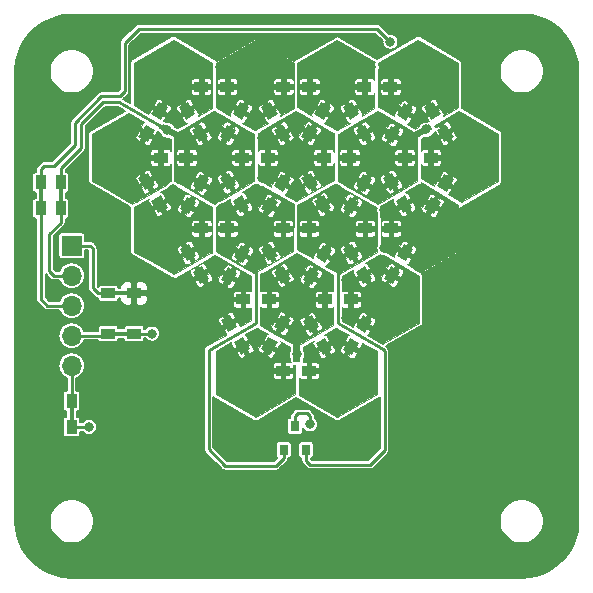
<source format=gbr>
G04 #@! TF.GenerationSoftware,KiCad,Pcbnew,(5.0.2)-1*
G04 #@! TF.CreationDate,2019-03-12T22:47:47+00:00*
G04 #@! TF.ProjectId,crazy-proto - SOT23 - Hex,6372617a-792d-4707-926f-746f202d2053,1.0*
G04 #@! TF.SameCoordinates,Original*
G04 #@! TF.FileFunction,Copper,L1,Top*
G04 #@! TF.FilePolarity,Positive*
%FSLAX46Y46*%
G04 Gerber Fmt 4.6, Leading zero omitted, Abs format (unit mm)*
G04 Created by KiCad (PCBNEW (5.0.2)-1) date 12/03/2019 22:47:47*
%MOMM*%
%LPD*%
G01*
G04 APERTURE LIST*
G04 #@! TA.AperFunction,SMDPad,CuDef*
%ADD10C,0.900000*%
G04 #@! TD*
G04 #@! TA.AperFunction,Conductor*
%ADD11C,0.100000*%
G04 #@! TD*
G04 #@! TA.AperFunction,SMDPad,CuDef*
%ADD12R,1.200000X0.900000*%
G04 #@! TD*
G04 #@! TA.AperFunction,ComponentPad*
%ADD13R,1.700000X1.700000*%
G04 #@! TD*
G04 #@! TA.AperFunction,ComponentPad*
%ADD14O,1.700000X1.700000*%
G04 #@! TD*
G04 #@! TA.AperFunction,SMDPad,CuDef*
%ADD15R,0.800000X0.900000*%
G04 #@! TD*
G04 #@! TA.AperFunction,SMDPad,CuDef*
%ADD16R,1.200000X0.300000*%
G04 #@! TD*
G04 #@! TA.AperFunction,SMDPad,CuDef*
%ADD17R,0.300000X1.200000*%
G04 #@! TD*
G04 #@! TA.AperFunction,SMDPad,CuDef*
%ADD18R,0.900000X1.200000*%
G04 #@! TD*
G04 #@! TA.AperFunction,ViaPad*
%ADD19C,0.800000*%
G04 #@! TD*
G04 #@! TA.AperFunction,Conductor*
%ADD20C,0.250000*%
G04 #@! TD*
G04 #@! TA.AperFunction,Conductor*
%ADD21C,0.125400*%
G04 #@! TD*
G04 #@! TA.AperFunction,Conductor*
%ADD22C,0.152400*%
G04 #@! TD*
%ADD23C,0.152400*%
G04 APERTURE END LIST*
D10*
G04 #@! TO.P,JP40,1*
G04 #@! TO.N,/D1*
X136455950Y-88448452D03*
D11*
G04 #@! TD*
G04 #@! TO.N,/D1*
G04 #@! TO.C,JP40*
G36*
X136366239Y-87703837D02*
X137145661Y-88153837D01*
X136545661Y-89193067D01*
X135766239Y-88743067D01*
X136366239Y-87703837D01*
X136366239Y-87703837D01*
G37*
D10*
G04 #@! TO.P,JP40,2*
G04 #@! TO.N,/D2*
X135355950Y-90353708D03*
D11*
G04 #@! TD*
G04 #@! TO.N,/D2*
G04 #@! TO.C,JP40*
G36*
X135266239Y-89609093D02*
X136045661Y-90059093D01*
X135445661Y-91098323D01*
X134666239Y-90648323D01*
X135266239Y-89609093D01*
X135266239Y-89609093D01*
G37*
D10*
G04 #@! TO.P,JP10,2*
G04 #@! TO.N,/C1*
X135350950Y-102245048D03*
D11*
G04 #@! TD*
G04 #@! TO.N,/C1*
G04 #@! TO.C,JP10*
G36*
X135261239Y-101500433D02*
X136040661Y-101950433D01*
X135440661Y-102989663D01*
X134661239Y-102539663D01*
X135261239Y-101500433D01*
X135261239Y-101500433D01*
G37*
D10*
G04 #@! TO.P,JP10,1*
G04 #@! TO.N,/C*
X136450950Y-100339792D03*
D11*
G04 #@! TD*
G04 #@! TO.N,/C*
G04 #@! TO.C,JP10*
G36*
X136361239Y-99595177D02*
X137140661Y-100045177D01*
X136540661Y-101084407D01*
X135761239Y-100634407D01*
X136361239Y-99595177D01*
X136361239Y-99595177D01*
G37*
D10*
G04 #@! TO.P,JP15,1*
G04 #@! TO.N,/B*
X145657780Y-88346622D03*
D11*
G04 #@! TD*
G04 #@! TO.N,/B*
G04 #@! TO.C,JP15*
G36*
X144968069Y-88052007D02*
X145747491Y-87602007D01*
X146347491Y-88641237D01*
X145568069Y-89091237D01*
X144968069Y-88052007D01*
X144968069Y-88052007D01*
G37*
D10*
G04 #@! TO.P,JP15,2*
G04 #@! TO.N,/Vcc*
X146757780Y-90251878D03*
D11*
G04 #@! TD*
G04 #@! TO.N,/Vcc*
G04 #@! TO.C,JP15*
G36*
X146068069Y-89957263D02*
X146847491Y-89507263D01*
X147447491Y-90546493D01*
X146668069Y-90996493D01*
X146068069Y-89957263D01*
X146068069Y-89957263D01*
G37*
D10*
G04 #@! TO.P,JP12,1*
G04 #@! TO.N,/B2*
X149153450Y-82344122D03*
D11*
G04 #@! TD*
G04 #@! TO.N,/B2*
G04 #@! TO.C,JP12*
G36*
X148463739Y-82049507D02*
X149243161Y-81599507D01*
X149843161Y-82638737D01*
X149063739Y-83088737D01*
X148463739Y-82049507D01*
X148463739Y-82049507D01*
G37*
D10*
G04 #@! TO.P,JP12,2*
G04 #@! TO.N,/B1*
X150253450Y-84249378D03*
D11*
G04 #@! TD*
G04 #@! TO.N,/B1*
G04 #@! TO.C,JP12*
G36*
X149563739Y-83954763D02*
X150343161Y-83504763D01*
X150943161Y-84543993D01*
X150163739Y-84993993D01*
X149563739Y-83954763D01*
X149563739Y-83954763D01*
G37*
D10*
G04 #@! TO.P,JP9,1*
G04 #@! TO.N,/C*
X138848450Y-100394122D03*
D11*
G04 #@! TD*
G04 #@! TO.N,/C*
G04 #@! TO.C,JP9*
G36*
X138158739Y-100099507D02*
X138938161Y-99649507D01*
X139538161Y-100688737D01*
X138758739Y-101138737D01*
X138158739Y-100099507D01*
X138158739Y-100099507D01*
G37*
D10*
G04 #@! TO.P,JP9,2*
G04 #@! TO.N,/C2*
X139948450Y-102299378D03*
D11*
G04 #@! TD*
G04 #@! TO.N,/C2*
G04 #@! TO.C,JP9*
G36*
X139258739Y-102004763D02*
X140038161Y-101554763D01*
X140638161Y-102593993D01*
X139858739Y-103043993D01*
X139258739Y-102004763D01*
X139258739Y-102004763D01*
G37*
D10*
G04 #@! TO.P,JP36,1*
G04 #@! TO.N,/D1*
X138750950Y-84245048D03*
D11*
G04 #@! TD*
G04 #@! TO.N,/D1*
G04 #@! TO.C,JP36*
G36*
X138840661Y-84989663D02*
X138061239Y-84539663D01*
X138661239Y-83500433D01*
X139440661Y-83950433D01*
X138840661Y-84989663D01*
X138840661Y-84989663D01*
G37*
D10*
G04 #@! TO.P,JP36,2*
G04 #@! TO.N,/Gnd*
X139850950Y-82339792D03*
D11*
G04 #@! TD*
G04 #@! TO.N,/Gnd*
G04 #@! TO.C,JP36*
G36*
X139940661Y-83084407D02*
X139161239Y-82634407D01*
X139761239Y-81595177D01*
X140540661Y-82045177D01*
X139940661Y-83084407D01*
X139940661Y-83084407D01*
G37*
D12*
G04 #@! TO.P,JP24,1*
G04 #@! TO.N,/C*
X140038450Y-98296750D03*
G04 #@! TO.P,JP24,2*
G04 #@! TO.N,/Gnd*
X142238450Y-98296750D03*
G04 #@! TD*
G04 #@! TO.P,JP30,1*
G04 #@! TO.N,/D1*
X135203450Y-86296750D03*
G04 #@! TO.P,JP30,2*
G04 #@! TO.N,/A*
X133003450Y-86296750D03*
G04 #@! TD*
D10*
G04 #@! TO.P,JP21,1*
G04 #@! TO.N,/Gnd*
X126050950Y-90245048D03*
D11*
G04 #@! TD*
G04 #@! TO.N,/Gnd*
G04 #@! TO.C,JP21*
G36*
X126740661Y-90539663D02*
X125961239Y-90989663D01*
X125361239Y-89950433D01*
X126140661Y-89500433D01*
X126740661Y-90539663D01*
X126740661Y-90539663D01*
G37*
D10*
G04 #@! TO.P,JP21,2*
G04 #@! TO.N,/A2*
X124950950Y-88339792D03*
D11*
G04 #@! TD*
G04 #@! TO.N,/A2*
G04 #@! TO.C,JP21*
G36*
X125640661Y-88634407D02*
X124861239Y-89084407D01*
X124261239Y-88045177D01*
X125040661Y-87595177D01*
X125640661Y-88634407D01*
X125640661Y-88634407D01*
G37*
D10*
G04 #@! TO.P,JP33,1*
G04 #@! TO.N,/D3*
X142255950Y-90345048D03*
D11*
G04 #@! TD*
G04 #@! TO.N,/D3*
G04 #@! TO.C,JP33*
G36*
X142345661Y-91089663D02*
X141566239Y-90639663D01*
X142166239Y-89600433D01*
X142945661Y-90050433D01*
X142345661Y-91089663D01*
X142345661Y-91089663D01*
G37*
D10*
G04 #@! TO.P,JP33,2*
G04 #@! TO.N,/B*
X143355950Y-88439792D03*
D11*
G04 #@! TD*
G04 #@! TO.N,/B*
G04 #@! TO.C,JP33*
G36*
X143445661Y-89184407D02*
X142666239Y-88734407D01*
X143266239Y-87695177D01*
X144045661Y-88145177D01*
X143445661Y-89184407D01*
X143445661Y-89184407D01*
G37*
D10*
G04 #@! TO.P,JP22,2*
G04 #@! TO.N,/Gnd*
X128450950Y-90353708D03*
D11*
G04 #@! TD*
G04 #@! TO.N,/Gnd*
G04 #@! TO.C,JP22*
G36*
X128361239Y-89609093D02*
X129140661Y-90059093D01*
X128540661Y-91098323D01*
X127761239Y-90648323D01*
X128361239Y-89609093D01*
X128361239Y-89609093D01*
G37*
D10*
G04 #@! TO.P,JP22,1*
G04 #@! TO.N,/A*
X129550950Y-88448452D03*
D11*
G04 #@! TD*
G04 #@! TO.N,/A*
G04 #@! TO.C,JP22*
G36*
X129461239Y-87703837D02*
X130240661Y-88153837D01*
X129640661Y-89193067D01*
X128861239Y-88743067D01*
X129461239Y-87703837D01*
X129461239Y-87703837D01*
G37*
D13*
G04 #@! TO.P,J1,1*
G04 #@! TO.N,/J1.Vcc*
X118618000Y-93762400D03*
D14*
G04 #@! TO.P,J1,2*
G04 #@! TO.N,/J1.A*
X118618000Y-96302400D03*
G04 #@! TO.P,J1,3*
G04 #@! TO.N,/J1.B*
X118618000Y-98842400D03*
G04 #@! TO.P,J1,4*
G04 #@! TO.N,/J1.C*
X118618000Y-101382400D03*
G04 #@! TO.P,J1,5*
G04 #@! TO.N,/J1.Gnd*
X118618000Y-103922400D03*
G04 #@! TD*
D12*
G04 #@! TO.P,JP29,1*
G04 #@! TO.N,/D3*
X143433450Y-92296750D03*
G04 #@! TO.P,JP29,2*
G04 #@! TO.N,/Vcc*
X145633450Y-92296750D03*
G04 #@! TD*
G04 #@! TO.P,JP41,1*
G04 #@! TO.N,/D3*
X138698450Y-92296750D03*
G04 #@! TO.P,JP41,2*
G04 #@! TO.N,/D2*
X136498450Y-92296750D03*
G04 #@! TD*
D10*
G04 #@! TO.P,JP31,1*
G04 #@! TO.N,/D2*
X132953450Y-90249378D03*
D11*
G04 #@! TD*
G04 #@! TO.N,/D2*
G04 #@! TO.C,JP31*
G36*
X133643161Y-90543993D02*
X132863739Y-90993993D01*
X132263739Y-89954763D01*
X133043161Y-89504763D01*
X133643161Y-90543993D01*
X133643161Y-90543993D01*
G37*
D10*
G04 #@! TO.P,JP31,2*
G04 #@! TO.N,/A*
X131853450Y-88344122D03*
D11*
G04 #@! TD*
G04 #@! TO.N,/A*
G04 #@! TO.C,JP31*
G36*
X132543161Y-88638737D02*
X131763739Y-89088737D01*
X131163739Y-88049507D01*
X131943161Y-87599507D01*
X132543161Y-88638737D01*
X132543161Y-88638737D01*
G37*
D15*
G04 #@! TO.P,SOT23,1*
G04 #@! TO.N,/D2*
X136555280Y-111039840D03*
G04 #@! TO.P,SOT23,2*
G04 #@! TO.N,/D3*
X138455280Y-111039840D03*
G04 #@! TO.P,SOT23,3*
G04 #@! TO.N,/D1*
X137505280Y-109039840D03*
G04 #@! TD*
D10*
G04 #@! TO.P,JP6,2*
G04 #@! TO.N,/Vcc*
X131958450Y-100344122D03*
D11*
G04 #@! TD*
G04 #@! TO.N,/Vcc*
G04 #@! TO.C,JP6*
G36*
X132648161Y-100638737D02*
X131868739Y-101088737D01*
X131268739Y-100049507D01*
X132048161Y-99599507D01*
X132648161Y-100638737D01*
X132648161Y-100638737D01*
G37*
D10*
G04 #@! TO.P,JP6,1*
G04 #@! TO.N,/C1*
X133058450Y-102249378D03*
D11*
G04 #@! TD*
G04 #@! TO.N,/C1*
G04 #@! TO.C,JP6*
G36*
X133748161Y-102543993D02*
X132968739Y-102993993D01*
X132368739Y-101954763D01*
X133148161Y-101504763D01*
X133748161Y-102543993D01*
X133748161Y-102543993D01*
G37*
D12*
G04 #@! TO.P,JP18,2*
G04 #@! TO.N,/B1*
X149003450Y-86296750D03*
G04 #@! TO.P,JP18,1*
G04 #@! TO.N,/B*
X146803450Y-86296750D03*
G04 #@! TD*
G04 #@! TO.P,JP32,2*
G04 #@! TO.N,/B*
X142133450Y-86296750D03*
G04 #@! TO.P,JP32,1*
G04 #@! TO.N,/D1*
X139933450Y-86296750D03*
G04 #@! TD*
D10*
G04 #@! TO.P,JP34,1*
G04 #@! TO.N,/D2*
X135353450Y-94344122D03*
D11*
G04 #@! TD*
G04 #@! TO.N,/D2*
G04 #@! TO.C,JP34*
G36*
X134663739Y-94049507D02*
X135443161Y-93599507D01*
X136043161Y-94638737D01*
X135263739Y-95088737D01*
X134663739Y-94049507D01*
X134663739Y-94049507D01*
G37*
D10*
G04 #@! TO.P,JP34,2*
G04 #@! TO.N,/C*
X136453450Y-96249378D03*
D11*
G04 #@! TD*
G04 #@! TO.N,/C*
G04 #@! TO.C,JP34*
G36*
X135763739Y-95954763D02*
X136543161Y-95504763D01*
X137143161Y-96543993D01*
X136363739Y-96993993D01*
X135763739Y-95954763D01*
X135763739Y-95954763D01*
G37*
D10*
G04 #@! TO.P,JP35,2*
G04 #@! TO.N,/C*
X138853450Y-96349378D03*
D11*
G04 #@! TD*
G04 #@! TO.N,/C*
G04 #@! TO.C,JP35*
G36*
X138763739Y-95604763D02*
X139543161Y-96054763D01*
X138943161Y-97093993D01*
X138163739Y-96643993D01*
X138763739Y-95604763D01*
X138763739Y-95604763D01*
G37*
D10*
G04 #@! TO.P,JP35,1*
G04 #@! TO.N,/D3*
X139953450Y-94444122D03*
D11*
G04 #@! TD*
G04 #@! TO.N,/D3*
G04 #@! TO.C,JP35*
G36*
X139863739Y-93699507D02*
X140643161Y-94149507D01*
X140043161Y-95188737D01*
X139263739Y-94738737D01*
X139863739Y-93699507D01*
X139863739Y-93699507D01*
G37*
D10*
G04 #@! TO.P,JP39,1*
G04 #@! TO.N,/D1*
X138758450Y-88344122D03*
D11*
G04 #@! TD*
G04 #@! TO.N,/D1*
G04 #@! TO.C,JP39*
G36*
X138068739Y-88049507D02*
X138848161Y-87599507D01*
X139448161Y-88638737D01*
X138668739Y-89088737D01*
X138068739Y-88049507D01*
X138068739Y-88049507D01*
G37*
D10*
G04 #@! TO.P,JP39,2*
G04 #@! TO.N,/D3*
X139858450Y-90249378D03*
D11*
G04 #@! TD*
G04 #@! TO.N,/D3*
G04 #@! TO.C,JP39*
G36*
X139168739Y-89954763D02*
X139948161Y-89504763D01*
X140548161Y-90543993D01*
X139768739Y-90993993D01*
X139168739Y-89954763D01*
X139168739Y-89954763D01*
G37*
D10*
G04 #@! TO.P,JP69,2*
G04 #@! TO.N,/Gnd*
X128458450Y-94344122D03*
D11*
G04 #@! TD*
G04 #@! TO.N,/Gnd*
G04 #@! TO.C,JP69*
G36*
X129148161Y-94638737D02*
X128368739Y-95088737D01*
X127768739Y-94049507D01*
X128548161Y-93599507D01*
X129148161Y-94638737D01*
X129148161Y-94638737D01*
G37*
D10*
G04 #@! TO.P,JP69,1*
G04 #@! TO.N,/Vcc*
X129558450Y-96249378D03*
D11*
G04 #@! TD*
G04 #@! TO.N,/Vcc*
G04 #@! TO.C,JP69*
G36*
X130248161Y-96543993D02*
X129468739Y-96993993D01*
X128868739Y-95954763D01*
X129648161Y-95504763D01*
X130248161Y-96543993D01*
X130248161Y-96543993D01*
G37*
D10*
G04 #@! TO.P,JP70,1*
G04 #@! TO.N,/Vcc*
X146850950Y-94348452D03*
D11*
G04 #@! TD*
G04 #@! TO.N,/Vcc*
G04 #@! TO.C,JP70*
G36*
X146761239Y-93603837D02*
X147540661Y-94053837D01*
X146940661Y-95093067D01*
X146161239Y-94643067D01*
X146761239Y-93603837D01*
X146761239Y-93603837D01*
G37*
D10*
G04 #@! TO.P,JP70,2*
G04 #@! TO.N,/Gnd*
X145750950Y-96253708D03*
D11*
G04 #@! TD*
G04 #@! TO.N,/Gnd*
G04 #@! TO.C,JP70*
G36*
X145661239Y-95509093D02*
X146440661Y-95959093D01*
X145840661Y-96998323D01*
X145061239Y-96548323D01*
X145661239Y-95509093D01*
X145661239Y-95509093D01*
G37*
D12*
G04 #@! TO.P,JP71,1*
G04 #@! TO.N,/Vcc*
X136533450Y-80296750D03*
G04 #@! TO.P,JP71,2*
G04 #@! TO.N,/Gnd*
X138733450Y-80296750D03*
G04 #@! TD*
G04 #@! TO.P,JP7,2*
G04 #@! TO.N,/C1*
X136498450Y-104346750D03*
G04 #@! TO.P,JP7,1*
G04 #@! TO.N,/C2*
X138698450Y-104346750D03*
G04 #@! TD*
D10*
G04 #@! TO.P,JP8,2*
G04 #@! TO.N,/C2*
X142258450Y-102299378D03*
D11*
G04 #@! TD*
G04 #@! TO.N,/C2*
G04 #@! TO.C,JP8*
G36*
X142168739Y-101554763D02*
X142948161Y-102004763D01*
X142348161Y-103043993D01*
X141568739Y-102593993D01*
X142168739Y-101554763D01*
X142168739Y-101554763D01*
G37*
D10*
G04 #@! TO.P,JP8,1*
G04 #@! TO.N,/Gnd*
X143358450Y-100394122D03*
D11*
G04 #@! TD*
G04 #@! TO.N,/Gnd*
G04 #@! TO.C,JP8*
G36*
X143268739Y-99649507D02*
X144048161Y-100099507D01*
X143448161Y-101138737D01*
X142668739Y-100688737D01*
X143268739Y-99649507D01*
X143268739Y-99649507D01*
G37*
D10*
G04 #@! TO.P,JP11,1*
G04 #@! TO.N,/B1*
X150258450Y-88444122D03*
D11*
G04 #@! TD*
G04 #@! TO.N,/B1*
G04 #@! TO.C,JP11*
G36*
X150168739Y-87699507D02*
X150948161Y-88149507D01*
X150348161Y-89188737D01*
X149568739Y-88738737D01*
X150168739Y-87699507D01*
X150168739Y-87699507D01*
G37*
D10*
G04 #@! TO.P,JP11,2*
G04 #@! TO.N,/Vcc*
X149158450Y-90349378D03*
D11*
G04 #@! TD*
G04 #@! TO.N,/Vcc*
G04 #@! TO.C,JP11*
G36*
X149068739Y-89604763D02*
X149848161Y-90054763D01*
X149248161Y-91093993D01*
X148468739Y-90643993D01*
X149068739Y-89604763D01*
X149068739Y-89604763D01*
G37*
D12*
G04 #@! TO.P,JP13,2*
G04 #@! TO.N,/B2*
X145603450Y-80296750D03*
G04 #@! TO.P,JP13,1*
G04 #@! TO.N,/Gnd*
X143403450Y-80296750D03*
G04 #@! TD*
D10*
G04 #@! TO.P,JP14,1*
G04 #@! TO.N,/A*
X131853450Y-84249378D03*
D11*
G04 #@! TD*
G04 #@! TO.N,/A*
G04 #@! TO.C,JP14*
G36*
X131943161Y-84993993D02*
X131163739Y-84543993D01*
X131763739Y-83504763D01*
X132543161Y-83954763D01*
X131943161Y-84993993D01*
X131943161Y-84993993D01*
G37*
D10*
G04 #@! TO.P,JP14,2*
G04 #@! TO.N,/Vcc*
X132953450Y-82344122D03*
D11*
G04 #@! TD*
G04 #@! TO.N,/Vcc*
G04 #@! TO.C,JP14*
G36*
X133043161Y-83088737D02*
X132263739Y-82638737D01*
X132863739Y-81599507D01*
X133643161Y-82049507D01*
X133043161Y-83088737D01*
X133043161Y-83088737D01*
G37*
D12*
G04 #@! TO.P,JP16,2*
G04 #@! TO.N,/Vcc*
X133133450Y-98296750D03*
G04 #@! TO.P,JP16,1*
G04 #@! TO.N,/C*
X135333450Y-98296750D03*
G04 #@! TD*
D10*
G04 #@! TO.P,JP17,1*
G04 #@! TO.N,/B*
X145753450Y-84349378D03*
D11*
G04 #@! TD*
G04 #@! TO.N,/B*
G04 #@! TO.C,JP17*
G36*
X145843161Y-85093993D02*
X145063739Y-84643993D01*
X145663739Y-83604763D01*
X146443161Y-84054763D01*
X145843161Y-85093993D01*
X145843161Y-85093993D01*
G37*
D10*
G04 #@! TO.P,JP17,2*
G04 #@! TO.N,/B2*
X146853450Y-82444122D03*
D11*
G04 #@! TD*
G04 #@! TO.N,/B2*
G04 #@! TO.C,JP17*
G36*
X146943161Y-83188737D02*
X146163739Y-82738737D01*
X146763739Y-81699507D01*
X147543161Y-82149507D01*
X146943161Y-83188737D01*
X146943161Y-83188737D01*
G37*
D12*
G04 #@! TO.P,JP19,1*
G04 #@! TO.N,/A1*
X129583450Y-80296750D03*
G04 #@! TO.P,JP19,2*
G04 #@! TO.N,/Vcc*
X131783450Y-80296750D03*
G04 #@! TD*
D10*
G04 #@! TO.P,JP20,2*
G04 #@! TO.N,/A1*
X126053450Y-82344122D03*
D11*
G04 #@! TD*
G04 #@! TO.N,/A1*
G04 #@! TO.C,JP20*
G36*
X126143161Y-83088737D02*
X125363739Y-82638737D01*
X125963739Y-81599507D01*
X126743161Y-82049507D01*
X126143161Y-83088737D01*
X126143161Y-83088737D01*
G37*
D10*
G04 #@! TO.P,JP20,1*
G04 #@! TO.N,/A2*
X124953450Y-84249378D03*
D11*
G04 #@! TD*
G04 #@! TO.N,/A2*
G04 #@! TO.C,JP20*
G36*
X125043161Y-84993993D02*
X124263739Y-84543993D01*
X124863739Y-83504763D01*
X125643161Y-83954763D01*
X125043161Y-84993993D01*
X125043161Y-84993993D01*
G37*
D10*
G04 #@! TO.P,JP23,2*
G04 #@! TO.N,/Gnd*
X142253450Y-82344122D03*
D11*
G04 #@! TD*
G04 #@! TO.N,/Gnd*
G04 #@! TO.C,JP23*
G36*
X142943161Y-82638737D02*
X142163739Y-83088737D01*
X141563739Y-82049507D01*
X142343161Y-81599507D01*
X142943161Y-82638737D01*
X142943161Y-82638737D01*
G37*
D10*
G04 #@! TO.P,JP23,1*
G04 #@! TO.N,/B*
X143353450Y-84249378D03*
D11*
G04 #@! TD*
G04 #@! TO.N,/B*
G04 #@! TO.C,JP23*
G36*
X144043161Y-84543993D02*
X143263739Y-84993993D01*
X142663739Y-83954763D01*
X143443161Y-83504763D01*
X144043161Y-84543993D01*
X144043161Y-84543993D01*
G37*
D12*
G04 #@! TO.P,JP25,2*
G04 #@! TO.N,/A2*
X126133450Y-86296750D03*
G04 #@! TO.P,JP25,1*
G04 #@! TO.N,/A*
X128333450Y-86296750D03*
G04 #@! TD*
D10*
G04 #@! TO.P,JP26,1*
G04 #@! TO.N,/A*
X129503450Y-84249378D03*
D11*
G04 #@! TD*
G04 #@! TO.N,/A*
G04 #@! TO.C,JP26*
G36*
X130193161Y-84543993D02*
X129413739Y-84993993D01*
X128813739Y-83954763D01*
X129593161Y-83504763D01*
X130193161Y-84543993D01*
X130193161Y-84543993D01*
G37*
D10*
G04 #@! TO.P,JP26,2*
G04 #@! TO.N,/A1*
X128403450Y-82344122D03*
D11*
G04 #@! TD*
G04 #@! TO.N,/A1*
G04 #@! TO.C,JP26*
G36*
X129093161Y-82638737D02*
X128313739Y-83088737D01*
X127713739Y-82049507D01*
X128493161Y-81599507D01*
X129093161Y-82638737D01*
X129093161Y-82638737D01*
G37*
D10*
G04 #@! TO.P,JP28,1*
G04 #@! TO.N,/D2*
X133053450Y-94444122D03*
D11*
G04 #@! TD*
G04 #@! TO.N,/D2*
G04 #@! TO.C,JP28*
G36*
X132963739Y-93699507D02*
X133743161Y-94149507D01*
X133143161Y-95188737D01*
X132363739Y-94738737D01*
X132963739Y-93699507D01*
X132963739Y-93699507D01*
G37*
D10*
G04 #@! TO.P,JP28,2*
G04 #@! TO.N,/Vcc*
X131953450Y-96349378D03*
D11*
G04 #@! TD*
G04 #@! TO.N,/Vcc*
G04 #@! TO.C,JP28*
G36*
X131863739Y-95604763D02*
X132643161Y-96054763D01*
X132043161Y-97093993D01*
X131263739Y-96643993D01*
X131863739Y-95604763D01*
X131863739Y-95604763D01*
G37*
D12*
G04 #@! TO.P,JP37,1*
G04 #@! TO.N,/D2*
X131798450Y-92296750D03*
G04 #@! TO.P,JP37,2*
G04 #@! TO.N,/Gnd*
X129598450Y-92296750D03*
G04 #@! TD*
D10*
G04 #@! TO.P,JP38,2*
G04 #@! TO.N,/Gnd*
X143353450Y-96249378D03*
D11*
G04 #@! TD*
G04 #@! TO.N,/Gnd*
G04 #@! TO.C,JP38*
G36*
X142663739Y-95954763D02*
X143443161Y-95504763D01*
X144043161Y-96543993D01*
X143263739Y-96993993D01*
X142663739Y-95954763D01*
X142663739Y-95954763D01*
G37*
D10*
G04 #@! TO.P,JP38,1*
G04 #@! TO.N,/D3*
X142253450Y-94344122D03*
D11*
G04 #@! TD*
G04 #@! TO.N,/D3*
G04 #@! TO.C,JP38*
G36*
X141563739Y-94049507D02*
X142343161Y-93599507D01*
X142943161Y-94638737D01*
X142163739Y-95088737D01*
X141563739Y-94049507D01*
X141563739Y-94049507D01*
G37*
D10*
G04 #@! TO.P,JP45,1*
G04 #@! TO.N,/D1*
X136453450Y-84249378D03*
D11*
G04 #@! TD*
G04 #@! TO.N,/D1*
G04 #@! TO.C,JP45*
G36*
X137143161Y-84543993D02*
X136363739Y-84993993D01*
X135763739Y-83954763D01*
X136543161Y-83504763D01*
X137143161Y-84543993D01*
X137143161Y-84543993D01*
G37*
D10*
G04 #@! TO.P,JP45,2*
G04 #@! TO.N,/Vcc*
X135353450Y-82344122D03*
D11*
G04 #@! TD*
G04 #@! TO.N,/Vcc*
G04 #@! TO.C,JP45*
G36*
X136043161Y-82638737D02*
X135263739Y-83088737D01*
X134663739Y-82049507D01*
X135443161Y-81599507D01*
X136043161Y-82638737D01*
X136043161Y-82638737D01*
G37*
D12*
G04 #@! TO.P,JP1,2*
G04 #@! TO.N,/Vcc*
X123900000Y-97800000D03*
G04 #@! TO.P,JP1,1*
G04 #@! TO.N,/J1.Vcc*
X121700000Y-97800000D03*
D16*
X122800000Y-97800000D03*
G04 #@! TD*
D17*
G04 #@! TO.P,JP2,1*
G04 #@! TO.N,/J1.A*
X117700000Y-89500000D03*
D18*
X117700000Y-90600000D03*
G04 #@! TO.P,JP2,2*
G04 #@! TO.N,/A*
X117700000Y-88400000D03*
G04 #@! TD*
G04 #@! TO.P,JP3,2*
G04 #@! TO.N,/B*
X116000000Y-88400000D03*
G04 #@! TO.P,JP3,1*
G04 #@! TO.N,/J1.B*
X116000000Y-90600000D03*
D17*
X116000000Y-89500000D03*
G04 #@! TD*
D12*
G04 #@! TO.P,JP4,2*
G04 #@! TO.N,/C*
X123900000Y-101200000D03*
G04 #@! TO.P,JP4,1*
G04 #@! TO.N,/J1.C*
X121700000Y-101200000D03*
D16*
X122800000Y-101200000D03*
G04 #@! TD*
D17*
G04 #@! TO.P,JP5,1*
G04 #@! TO.N,/J1.Gnd*
X118600000Y-108000000D03*
D18*
X118600000Y-106900000D03*
G04 #@! TO.P,JP5,2*
G04 #@! TO.N,/Gnd*
X118600000Y-109100000D03*
G04 #@! TD*
D19*
G04 #@! TO.N,/Vcc*
X131158000Y-78630000D03*
X137058000Y-78530000D03*
X134158000Y-76930000D03*
X131258000Y-81930000D03*
X134158000Y-83630000D03*
X137050000Y-81900000D03*
X145058000Y-90730000D03*
X145058000Y-93930000D03*
X147958000Y-95530000D03*
X150658000Y-93930000D03*
X150758000Y-90730000D03*
X147958000Y-89030000D03*
X130750000Y-94950000D03*
X127858000Y-96630000D03*
X127858000Y-99930000D03*
X130758000Y-101200000D03*
X133250000Y-96675000D03*
X133150000Y-99625000D03*
G04 #@! TO.N,/Gnd*
X138158000Y-81930000D03*
X138158000Y-78630000D03*
X141058000Y-76930000D03*
X143950000Y-78650000D03*
X141058000Y-83630000D03*
X127158000Y-88930000D03*
X124358000Y-90630000D03*
X124358000Y-93930000D03*
X127258000Y-95630000D03*
X130100000Y-93925000D03*
X130058000Y-90630000D03*
X144558000Y-95030000D03*
X144700000Y-100900000D03*
X147358000Y-99930000D03*
X147358000Y-96630000D03*
X141875010Y-99891437D03*
X141875010Y-96650000D03*
X120100000Y-109100000D03*
G04 #@! TO.N,/D1*
X137558000Y-83030000D03*
X134758000Y-84630000D03*
X140458000Y-84530000D03*
X140358000Y-88030000D03*
X134758000Y-88030000D03*
X137650000Y-89550000D03*
X138800000Y-108900000D03*
G04 #@! TO.N,/D2*
X134158000Y-88930000D03*
X131300000Y-90600000D03*
X136900000Y-90650000D03*
X131300000Y-93925000D03*
X136900000Y-93900000D03*
X134200000Y-95500000D03*
G04 #@! TO.N,/D3*
X141058000Y-88975000D03*
X138400000Y-90650000D03*
X143958000Y-90750000D03*
X143958000Y-93925000D03*
X141165091Y-95473591D03*
X138402783Y-93895130D03*
G04 #@! TO.N,/A*
X126675000Y-83950000D03*
G04 #@! TO.N,/B*
X148575000Y-83925000D03*
X145600000Y-76500000D03*
G04 #@! TO.N,/C*
X125400000Y-101200000D03*
X137650000Y-102975000D03*
G04 #@! TD*
D20*
G04 #@! TO.N,/Gnd*
X118600000Y-109100000D02*
X120100000Y-109100000D01*
G04 #@! TO.N,/D1*
X138800000Y-108200000D02*
X138800000Y-108900000D01*
X138550000Y-107950000D02*
X138800000Y-108200000D01*
X137750000Y-107950000D02*
X138550000Y-107950000D01*
X137505280Y-109039840D02*
X137505280Y-108194720D01*
X137505280Y-108194720D02*
X137750000Y-107950000D01*
G04 #@! TO.N,/D2*
X136555280Y-111039840D02*
X136555280Y-111739840D01*
X134200000Y-100300000D02*
X134200000Y-96300000D01*
X135895120Y-112400000D02*
X131600000Y-112400000D01*
X131600000Y-112400000D02*
X130200000Y-111000000D01*
X136555280Y-111739840D02*
X135895120Y-112400000D01*
X130200000Y-111000000D02*
X130200000Y-102600000D01*
X130200000Y-102600000D02*
X134200000Y-100300000D01*
X134200000Y-96300000D02*
X134200000Y-95800000D01*
G04 #@! TO.N,/D3*
X141150000Y-100350000D02*
X141150000Y-95900000D01*
X144950000Y-102550000D02*
X141150000Y-100350000D01*
X138455280Y-111955280D02*
X138800000Y-112300000D01*
X138455280Y-111039840D02*
X138455280Y-111955280D01*
X138800000Y-112300000D02*
X143900000Y-112300000D01*
X143900000Y-112300000D02*
X145100000Y-111100000D01*
X145100000Y-111100000D02*
X145100000Y-102700000D01*
X145100000Y-102700000D02*
X144950000Y-102550000D01*
G04 #@! TO.N,/J1.Vcc*
X120850000Y-97800000D02*
X121700000Y-97800000D01*
X120400000Y-97350000D02*
X120850000Y-97800000D01*
X120400000Y-94000000D02*
X120400000Y-97350000D01*
X120162400Y-93762400D02*
X120400000Y-94000000D01*
X118618000Y-93762400D02*
X120162400Y-93762400D01*
X121700000Y-97800000D02*
X122800000Y-97800000D01*
G04 #@! TO.N,/J1.A*
X118618000Y-96302400D02*
X117102400Y-96302400D01*
X117102400Y-96302400D02*
X116700000Y-95900000D01*
X116700000Y-95900000D02*
X116700000Y-92800000D01*
X117700000Y-91800000D02*
X117700000Y-90600000D01*
X116700000Y-92800000D02*
X117700000Y-91800000D01*
X117700000Y-90600000D02*
X117700000Y-89500000D01*
G04 #@! TO.N,/J1.B*
X116000000Y-91450000D02*
X116000000Y-90600000D01*
X116000000Y-98300000D02*
X116000000Y-91450000D01*
X118618000Y-98842400D02*
X116542400Y-98842400D01*
X116542400Y-98842400D02*
X116000000Y-98300000D01*
X116000000Y-90600000D02*
X116000000Y-89500000D01*
G04 #@! TO.N,/J1.C*
X121517600Y-101382400D02*
X121700000Y-101200000D01*
X118618000Y-101382400D02*
X121517600Y-101382400D01*
X121700000Y-101200000D02*
X122800000Y-101200000D01*
G04 #@! TO.N,/J1.Gnd*
X118618000Y-106882000D02*
X118600000Y-106900000D01*
X118618000Y-103922400D02*
X118618000Y-106882000D01*
X118600000Y-106900000D02*
X118600000Y-108000000D01*
G04 #@! TO.N,/A*
X122600000Y-81600000D02*
X126400000Y-83800000D01*
X121272728Y-81600000D02*
X122600000Y-81600000D01*
X119400000Y-83472728D02*
X121272728Y-81600000D01*
X119400000Y-85500000D02*
X119400000Y-83472728D01*
X117700000Y-88400000D02*
X117700000Y-87200000D01*
X117700000Y-87200000D02*
X119400000Y-85500000D01*
G04 #@! TO.N,/B*
X116000000Y-88400000D02*
X116000000Y-88015385D01*
X116300000Y-87000000D02*
X116000000Y-87300000D01*
X117100000Y-87000000D02*
X116300000Y-87000000D01*
X118900000Y-85200000D02*
X117100000Y-87000000D01*
X116000000Y-87300000D02*
X116000000Y-88400000D01*
X118900000Y-83336318D02*
X118900000Y-85200000D01*
X124300000Y-75400000D02*
X123100000Y-76600000D01*
X142900000Y-75400000D02*
X124300000Y-75400000D01*
X123100000Y-76600000D02*
X123100000Y-80700000D01*
X122700000Y-81100000D02*
X121136318Y-81100000D01*
X123100000Y-80700000D02*
X122700000Y-81100000D01*
X121136318Y-81100000D02*
X118900000Y-83336318D01*
X142900000Y-75400000D02*
X144500000Y-75400000D01*
X144500000Y-75400000D02*
X145600000Y-76500000D01*
G04 #@! TO.N,/C*
X125400000Y-101200000D02*
X123900000Y-101200000D01*
G04 #@! TD*
D21*
G04 #@! TO.N,/D1*
G36*
X137694318Y-82403518D02*
X137735553Y-82444753D01*
X137844094Y-82517278D01*
X137964697Y-82567233D01*
X137976688Y-82569618D01*
X140608605Y-84117805D01*
X140635553Y-84144753D01*
X140744094Y-84217278D01*
X140803886Y-84242045D01*
X140795300Y-84285211D01*
X140795300Y-85816604D01*
X140786055Y-85770124D01*
X140766252Y-85722315D01*
X140737503Y-85679289D01*
X140700912Y-85642698D01*
X140657885Y-85613948D01*
X140610077Y-85594145D01*
X140559324Y-85584050D01*
X140190425Y-85584050D01*
X140124750Y-85649725D01*
X140124750Y-86105450D01*
X140144750Y-86105450D01*
X140144750Y-86488050D01*
X140124750Y-86488050D01*
X140124750Y-86943775D01*
X140190425Y-87009450D01*
X140559324Y-87009450D01*
X140610077Y-86999355D01*
X140657885Y-86979552D01*
X140700912Y-86950802D01*
X140737503Y-86914211D01*
X140766252Y-86871185D01*
X140786055Y-86823376D01*
X140795300Y-86776896D01*
X140795300Y-88177827D01*
X137622883Y-89997302D01*
X136645793Y-89436595D01*
X136685056Y-89417232D01*
X136726110Y-89385731D01*
X136760229Y-89346825D01*
X136944679Y-89027349D01*
X136920640Y-88937635D01*
X136895325Y-88923019D01*
X138269721Y-88923019D01*
X138454171Y-89242495D01*
X138488290Y-89281401D01*
X138529344Y-89312902D01*
X138575755Y-89335790D01*
X138625740Y-89349183D01*
X138677376Y-89352567D01*
X138728681Y-89345813D01*
X138777682Y-89329179D01*
X138822496Y-89303305D01*
X138967253Y-89219730D01*
X138991292Y-89130016D01*
X138688429Y-88605443D01*
X138293760Y-88833305D01*
X138269721Y-88923019D01*
X136895325Y-88923019D01*
X136525971Y-88709773D01*
X136515971Y-88727093D01*
X136184629Y-88535793D01*
X136194629Y-88518473D01*
X135952070Y-88378431D01*
X136717271Y-88378431D01*
X137111940Y-88606294D01*
X137201654Y-88582255D01*
X137386103Y-88262779D01*
X137402737Y-88213778D01*
X137409491Y-88162474D01*
X137406107Y-88110836D01*
X137392713Y-88060852D01*
X137391378Y-88058144D01*
X137804909Y-88058144D01*
X137811663Y-88109448D01*
X137828297Y-88158449D01*
X138012746Y-88477925D01*
X138102460Y-88501964D01*
X138254569Y-88414143D01*
X139019771Y-88414143D01*
X139322633Y-88938716D01*
X139412347Y-88962755D01*
X139557104Y-88879179D01*
X139601918Y-88853306D01*
X139640824Y-88819187D01*
X139672326Y-88778132D01*
X139695213Y-88731722D01*
X139708607Y-88681738D01*
X139711991Y-88630100D01*
X139705237Y-88578796D01*
X139688603Y-88529795D01*
X139504154Y-88210319D01*
X139414440Y-88186280D01*
X139019771Y-88414143D01*
X138254569Y-88414143D01*
X138497129Y-88274101D01*
X138194267Y-87749528D01*
X138104553Y-87725489D01*
X137959796Y-87809065D01*
X137914982Y-87834938D01*
X137876076Y-87869057D01*
X137844574Y-87910112D01*
X137821687Y-87956522D01*
X137808293Y-88006506D01*
X137804909Y-88058144D01*
X137391378Y-88058144D01*
X137369826Y-88014442D01*
X137338324Y-87973387D01*
X137299418Y-87939268D01*
X137254604Y-87913395D01*
X137109847Y-87829819D01*
X137020133Y-87853858D01*
X136717271Y-88378431D01*
X135952070Y-88378431D01*
X135799960Y-88290610D01*
X135710246Y-88314649D01*
X135525797Y-88634125D01*
X135509163Y-88683126D01*
X135502409Y-88734430D01*
X135505543Y-88782258D01*
X134364559Y-88127499D01*
X134364559Y-87869555D01*
X135967221Y-87869555D01*
X135991260Y-87959269D01*
X136385929Y-88187131D01*
X136688792Y-87662558D01*
X136664753Y-87572844D01*
X136639438Y-87558228D01*
X138525608Y-87558228D01*
X138828471Y-88082801D01*
X139223140Y-87854939D01*
X139247179Y-87765225D01*
X139062729Y-87445749D01*
X139028610Y-87406843D01*
X138987556Y-87375342D01*
X138941145Y-87352454D01*
X138891160Y-87339061D01*
X138839524Y-87335677D01*
X138788219Y-87342431D01*
X138739218Y-87359065D01*
X138694404Y-87384939D01*
X138549647Y-87468514D01*
X138525608Y-87558228D01*
X136639438Y-87558228D01*
X136519996Y-87489269D01*
X136475182Y-87463395D01*
X136426181Y-87446761D01*
X136374876Y-87440007D01*
X136323240Y-87443391D01*
X136273255Y-87456784D01*
X136226844Y-87479672D01*
X136185790Y-87511173D01*
X136151671Y-87550079D01*
X135967221Y-87869555D01*
X134364559Y-87869555D01*
X134364559Y-86856485D01*
X134370648Y-86871185D01*
X134399397Y-86914211D01*
X134435988Y-86950802D01*
X134479015Y-86979552D01*
X134526823Y-86999355D01*
X134577576Y-87009450D01*
X134946475Y-87009450D01*
X135012150Y-86943775D01*
X135012150Y-86488050D01*
X135394750Y-86488050D01*
X135394750Y-86943775D01*
X135460425Y-87009450D01*
X135829324Y-87009450D01*
X135880077Y-86999355D01*
X135927885Y-86979552D01*
X135970912Y-86950802D01*
X136007503Y-86914211D01*
X136036252Y-86871185D01*
X136056055Y-86823376D01*
X136066150Y-86772623D01*
X136066150Y-86553725D01*
X139070750Y-86553725D01*
X139070750Y-86772623D01*
X139080845Y-86823376D01*
X139100648Y-86871185D01*
X139129397Y-86914211D01*
X139165988Y-86950802D01*
X139209015Y-86979552D01*
X139256823Y-86999355D01*
X139307576Y-87009450D01*
X139676475Y-87009450D01*
X139742150Y-86943775D01*
X139742150Y-86488050D01*
X139136425Y-86488050D01*
X139070750Y-86553725D01*
X136066150Y-86553725D01*
X136000475Y-86488050D01*
X135394750Y-86488050D01*
X135012150Y-86488050D01*
X134992150Y-86488050D01*
X134992150Y-86105450D01*
X135012150Y-86105450D01*
X135012150Y-85649725D01*
X135394750Y-85649725D01*
X135394750Y-86105450D01*
X136000475Y-86105450D01*
X136066150Y-86039775D01*
X136066150Y-85820877D01*
X139070750Y-85820877D01*
X139070750Y-86039775D01*
X139136425Y-86105450D01*
X139742150Y-86105450D01*
X139742150Y-85649725D01*
X139676475Y-85584050D01*
X139307576Y-85584050D01*
X139256823Y-85594145D01*
X139209015Y-85613948D01*
X139165988Y-85642698D01*
X139129397Y-85679289D01*
X139100648Y-85722315D01*
X139080845Y-85770124D01*
X139070750Y-85820877D01*
X136066150Y-85820877D01*
X136056055Y-85770124D01*
X136036252Y-85722315D01*
X136007503Y-85679289D01*
X135970912Y-85642698D01*
X135927885Y-85613948D01*
X135880077Y-85594145D01*
X135829324Y-85584050D01*
X135460425Y-85584050D01*
X135394750Y-85649725D01*
X135012150Y-85649725D01*
X134946475Y-85584050D01*
X134577576Y-85584050D01*
X134526823Y-85594145D01*
X134479015Y-85613948D01*
X134435988Y-85642698D01*
X134399397Y-85679289D01*
X134370648Y-85722315D01*
X134364559Y-85737015D01*
X134364559Y-84828275D01*
X135964721Y-84828275D01*
X136149171Y-85147751D01*
X136183290Y-85186657D01*
X136224344Y-85218158D01*
X136270755Y-85241046D01*
X136320740Y-85254439D01*
X136372376Y-85257823D01*
X136423681Y-85251069D01*
X136472682Y-85234435D01*
X136517496Y-85208561D01*
X136662253Y-85124986D01*
X136686292Y-85035272D01*
X136683793Y-85030942D01*
X138518108Y-85030942D01*
X138542147Y-85120656D01*
X138686904Y-85204231D01*
X138731718Y-85230105D01*
X138780719Y-85246739D01*
X138832024Y-85253493D01*
X138883660Y-85250109D01*
X138933645Y-85236716D01*
X138980056Y-85213828D01*
X139021110Y-85182327D01*
X139055229Y-85143421D01*
X139239679Y-84823945D01*
X139215640Y-84734231D01*
X138820971Y-84506369D01*
X138518108Y-85030942D01*
X136683793Y-85030942D01*
X136383429Y-84510699D01*
X135988760Y-84738561D01*
X135964721Y-84828275D01*
X134364559Y-84828275D01*
X134364559Y-84285211D01*
X134361716Y-84262920D01*
X134471906Y-84217278D01*
X134580447Y-84144753D01*
X134668900Y-84056300D01*
X134829152Y-83963400D01*
X135499909Y-83963400D01*
X135506663Y-84014704D01*
X135523297Y-84063705D01*
X135707746Y-84383181D01*
X135797460Y-84407220D01*
X135949569Y-84319399D01*
X136714771Y-84319399D01*
X137017633Y-84843972D01*
X137107347Y-84868011D01*
X137252104Y-84784435D01*
X137296918Y-84758562D01*
X137335824Y-84724443D01*
X137367326Y-84683388D01*
X137390213Y-84636978D01*
X137403607Y-84586994D01*
X137406991Y-84535356D01*
X137406421Y-84531026D01*
X137797409Y-84531026D01*
X137800793Y-84582664D01*
X137814187Y-84632648D01*
X137837074Y-84679058D01*
X137868576Y-84720113D01*
X137907482Y-84754232D01*
X137952296Y-84780105D01*
X138097053Y-84863681D01*
X138186767Y-84839642D01*
X138489629Y-84315069D01*
X138247070Y-84175027D01*
X139012271Y-84175027D01*
X139406940Y-84402890D01*
X139496654Y-84378851D01*
X139681103Y-84059375D01*
X139697737Y-84010374D01*
X139704491Y-83959070D01*
X139701107Y-83907432D01*
X139687713Y-83857448D01*
X139664826Y-83811038D01*
X139633324Y-83769983D01*
X139594418Y-83735864D01*
X139549604Y-83709991D01*
X139404847Y-83626415D01*
X139315133Y-83650454D01*
X139012271Y-84175027D01*
X138247070Y-84175027D01*
X138094960Y-84087206D01*
X138005246Y-84111245D01*
X137820797Y-84430721D01*
X137804163Y-84479722D01*
X137797409Y-84531026D01*
X137406421Y-84531026D01*
X137400237Y-84484052D01*
X137383603Y-84435051D01*
X137199154Y-84115575D01*
X137109440Y-84091536D01*
X136714771Y-84319399D01*
X135949569Y-84319399D01*
X136192129Y-84179357D01*
X135889267Y-83654784D01*
X135799553Y-83630745D01*
X135654796Y-83714321D01*
X135609982Y-83740194D01*
X135571076Y-83774313D01*
X135539574Y-83815368D01*
X135516687Y-83861778D01*
X135503293Y-83911762D01*
X135499909Y-83963400D01*
X134829152Y-83963400D01*
X135691506Y-83463484D01*
X136220608Y-83463484D01*
X136523471Y-83988057D01*
X136918140Y-83760195D01*
X136942179Y-83670481D01*
X136939680Y-83666151D01*
X138262221Y-83666151D01*
X138286260Y-83755865D01*
X138680929Y-83983727D01*
X138983792Y-83459154D01*
X138959753Y-83369440D01*
X138814996Y-83285865D01*
X138770182Y-83259991D01*
X138721181Y-83243357D01*
X138669876Y-83236603D01*
X138618240Y-83239987D01*
X138568255Y-83253380D01*
X138521844Y-83276268D01*
X138480790Y-83307769D01*
X138446671Y-83346675D01*
X138262221Y-83666151D01*
X136939680Y-83666151D01*
X136757729Y-83351005D01*
X136723610Y-83312099D01*
X136682556Y-83280598D01*
X136636145Y-83257710D01*
X136586160Y-83244317D01*
X136534524Y-83240933D01*
X136483219Y-83247687D01*
X136434218Y-83264321D01*
X136389404Y-83290195D01*
X136244647Y-83373770D01*
X136220608Y-83463484D01*
X135691506Y-83463484D01*
X137607769Y-82352607D01*
X137694318Y-82403518D01*
X137694318Y-82403518D01*
G37*
X137694318Y-82403518D02*
X137735553Y-82444753D01*
X137844094Y-82517278D01*
X137964697Y-82567233D01*
X137976688Y-82569618D01*
X140608605Y-84117805D01*
X140635553Y-84144753D01*
X140744094Y-84217278D01*
X140803886Y-84242045D01*
X140795300Y-84285211D01*
X140795300Y-85816604D01*
X140786055Y-85770124D01*
X140766252Y-85722315D01*
X140737503Y-85679289D01*
X140700912Y-85642698D01*
X140657885Y-85613948D01*
X140610077Y-85594145D01*
X140559324Y-85584050D01*
X140190425Y-85584050D01*
X140124750Y-85649725D01*
X140124750Y-86105450D01*
X140144750Y-86105450D01*
X140144750Y-86488050D01*
X140124750Y-86488050D01*
X140124750Y-86943775D01*
X140190425Y-87009450D01*
X140559324Y-87009450D01*
X140610077Y-86999355D01*
X140657885Y-86979552D01*
X140700912Y-86950802D01*
X140737503Y-86914211D01*
X140766252Y-86871185D01*
X140786055Y-86823376D01*
X140795300Y-86776896D01*
X140795300Y-88177827D01*
X137622883Y-89997302D01*
X136645793Y-89436595D01*
X136685056Y-89417232D01*
X136726110Y-89385731D01*
X136760229Y-89346825D01*
X136944679Y-89027349D01*
X136920640Y-88937635D01*
X136895325Y-88923019D01*
X138269721Y-88923019D01*
X138454171Y-89242495D01*
X138488290Y-89281401D01*
X138529344Y-89312902D01*
X138575755Y-89335790D01*
X138625740Y-89349183D01*
X138677376Y-89352567D01*
X138728681Y-89345813D01*
X138777682Y-89329179D01*
X138822496Y-89303305D01*
X138967253Y-89219730D01*
X138991292Y-89130016D01*
X138688429Y-88605443D01*
X138293760Y-88833305D01*
X138269721Y-88923019D01*
X136895325Y-88923019D01*
X136525971Y-88709773D01*
X136515971Y-88727093D01*
X136184629Y-88535793D01*
X136194629Y-88518473D01*
X135952070Y-88378431D01*
X136717271Y-88378431D01*
X137111940Y-88606294D01*
X137201654Y-88582255D01*
X137386103Y-88262779D01*
X137402737Y-88213778D01*
X137409491Y-88162474D01*
X137406107Y-88110836D01*
X137392713Y-88060852D01*
X137391378Y-88058144D01*
X137804909Y-88058144D01*
X137811663Y-88109448D01*
X137828297Y-88158449D01*
X138012746Y-88477925D01*
X138102460Y-88501964D01*
X138254569Y-88414143D01*
X139019771Y-88414143D01*
X139322633Y-88938716D01*
X139412347Y-88962755D01*
X139557104Y-88879179D01*
X139601918Y-88853306D01*
X139640824Y-88819187D01*
X139672326Y-88778132D01*
X139695213Y-88731722D01*
X139708607Y-88681738D01*
X139711991Y-88630100D01*
X139705237Y-88578796D01*
X139688603Y-88529795D01*
X139504154Y-88210319D01*
X139414440Y-88186280D01*
X139019771Y-88414143D01*
X138254569Y-88414143D01*
X138497129Y-88274101D01*
X138194267Y-87749528D01*
X138104553Y-87725489D01*
X137959796Y-87809065D01*
X137914982Y-87834938D01*
X137876076Y-87869057D01*
X137844574Y-87910112D01*
X137821687Y-87956522D01*
X137808293Y-88006506D01*
X137804909Y-88058144D01*
X137391378Y-88058144D01*
X137369826Y-88014442D01*
X137338324Y-87973387D01*
X137299418Y-87939268D01*
X137254604Y-87913395D01*
X137109847Y-87829819D01*
X137020133Y-87853858D01*
X136717271Y-88378431D01*
X135952070Y-88378431D01*
X135799960Y-88290610D01*
X135710246Y-88314649D01*
X135525797Y-88634125D01*
X135509163Y-88683126D01*
X135502409Y-88734430D01*
X135505543Y-88782258D01*
X134364559Y-88127499D01*
X134364559Y-87869555D01*
X135967221Y-87869555D01*
X135991260Y-87959269D01*
X136385929Y-88187131D01*
X136688792Y-87662558D01*
X136664753Y-87572844D01*
X136639438Y-87558228D01*
X138525608Y-87558228D01*
X138828471Y-88082801D01*
X139223140Y-87854939D01*
X139247179Y-87765225D01*
X139062729Y-87445749D01*
X139028610Y-87406843D01*
X138987556Y-87375342D01*
X138941145Y-87352454D01*
X138891160Y-87339061D01*
X138839524Y-87335677D01*
X138788219Y-87342431D01*
X138739218Y-87359065D01*
X138694404Y-87384939D01*
X138549647Y-87468514D01*
X138525608Y-87558228D01*
X136639438Y-87558228D01*
X136519996Y-87489269D01*
X136475182Y-87463395D01*
X136426181Y-87446761D01*
X136374876Y-87440007D01*
X136323240Y-87443391D01*
X136273255Y-87456784D01*
X136226844Y-87479672D01*
X136185790Y-87511173D01*
X136151671Y-87550079D01*
X135967221Y-87869555D01*
X134364559Y-87869555D01*
X134364559Y-86856485D01*
X134370648Y-86871185D01*
X134399397Y-86914211D01*
X134435988Y-86950802D01*
X134479015Y-86979552D01*
X134526823Y-86999355D01*
X134577576Y-87009450D01*
X134946475Y-87009450D01*
X135012150Y-86943775D01*
X135012150Y-86488050D01*
X135394750Y-86488050D01*
X135394750Y-86943775D01*
X135460425Y-87009450D01*
X135829324Y-87009450D01*
X135880077Y-86999355D01*
X135927885Y-86979552D01*
X135970912Y-86950802D01*
X136007503Y-86914211D01*
X136036252Y-86871185D01*
X136056055Y-86823376D01*
X136066150Y-86772623D01*
X136066150Y-86553725D01*
X139070750Y-86553725D01*
X139070750Y-86772623D01*
X139080845Y-86823376D01*
X139100648Y-86871185D01*
X139129397Y-86914211D01*
X139165988Y-86950802D01*
X139209015Y-86979552D01*
X139256823Y-86999355D01*
X139307576Y-87009450D01*
X139676475Y-87009450D01*
X139742150Y-86943775D01*
X139742150Y-86488050D01*
X139136425Y-86488050D01*
X139070750Y-86553725D01*
X136066150Y-86553725D01*
X136000475Y-86488050D01*
X135394750Y-86488050D01*
X135012150Y-86488050D01*
X134992150Y-86488050D01*
X134992150Y-86105450D01*
X135012150Y-86105450D01*
X135012150Y-85649725D01*
X135394750Y-85649725D01*
X135394750Y-86105450D01*
X136000475Y-86105450D01*
X136066150Y-86039775D01*
X136066150Y-85820877D01*
X139070750Y-85820877D01*
X139070750Y-86039775D01*
X139136425Y-86105450D01*
X139742150Y-86105450D01*
X139742150Y-85649725D01*
X139676475Y-85584050D01*
X139307576Y-85584050D01*
X139256823Y-85594145D01*
X139209015Y-85613948D01*
X139165988Y-85642698D01*
X139129397Y-85679289D01*
X139100648Y-85722315D01*
X139080845Y-85770124D01*
X139070750Y-85820877D01*
X136066150Y-85820877D01*
X136056055Y-85770124D01*
X136036252Y-85722315D01*
X136007503Y-85679289D01*
X135970912Y-85642698D01*
X135927885Y-85613948D01*
X135880077Y-85594145D01*
X135829324Y-85584050D01*
X135460425Y-85584050D01*
X135394750Y-85649725D01*
X135012150Y-85649725D01*
X134946475Y-85584050D01*
X134577576Y-85584050D01*
X134526823Y-85594145D01*
X134479015Y-85613948D01*
X134435988Y-85642698D01*
X134399397Y-85679289D01*
X134370648Y-85722315D01*
X134364559Y-85737015D01*
X134364559Y-84828275D01*
X135964721Y-84828275D01*
X136149171Y-85147751D01*
X136183290Y-85186657D01*
X136224344Y-85218158D01*
X136270755Y-85241046D01*
X136320740Y-85254439D01*
X136372376Y-85257823D01*
X136423681Y-85251069D01*
X136472682Y-85234435D01*
X136517496Y-85208561D01*
X136662253Y-85124986D01*
X136686292Y-85035272D01*
X136683793Y-85030942D01*
X138518108Y-85030942D01*
X138542147Y-85120656D01*
X138686904Y-85204231D01*
X138731718Y-85230105D01*
X138780719Y-85246739D01*
X138832024Y-85253493D01*
X138883660Y-85250109D01*
X138933645Y-85236716D01*
X138980056Y-85213828D01*
X139021110Y-85182327D01*
X139055229Y-85143421D01*
X139239679Y-84823945D01*
X139215640Y-84734231D01*
X138820971Y-84506369D01*
X138518108Y-85030942D01*
X136683793Y-85030942D01*
X136383429Y-84510699D01*
X135988760Y-84738561D01*
X135964721Y-84828275D01*
X134364559Y-84828275D01*
X134364559Y-84285211D01*
X134361716Y-84262920D01*
X134471906Y-84217278D01*
X134580447Y-84144753D01*
X134668900Y-84056300D01*
X134829152Y-83963400D01*
X135499909Y-83963400D01*
X135506663Y-84014704D01*
X135523297Y-84063705D01*
X135707746Y-84383181D01*
X135797460Y-84407220D01*
X135949569Y-84319399D01*
X136714771Y-84319399D01*
X137017633Y-84843972D01*
X137107347Y-84868011D01*
X137252104Y-84784435D01*
X137296918Y-84758562D01*
X137335824Y-84724443D01*
X137367326Y-84683388D01*
X137390213Y-84636978D01*
X137403607Y-84586994D01*
X137406991Y-84535356D01*
X137406421Y-84531026D01*
X137797409Y-84531026D01*
X137800793Y-84582664D01*
X137814187Y-84632648D01*
X137837074Y-84679058D01*
X137868576Y-84720113D01*
X137907482Y-84754232D01*
X137952296Y-84780105D01*
X138097053Y-84863681D01*
X138186767Y-84839642D01*
X138489629Y-84315069D01*
X138247070Y-84175027D01*
X139012271Y-84175027D01*
X139406940Y-84402890D01*
X139496654Y-84378851D01*
X139681103Y-84059375D01*
X139697737Y-84010374D01*
X139704491Y-83959070D01*
X139701107Y-83907432D01*
X139687713Y-83857448D01*
X139664826Y-83811038D01*
X139633324Y-83769983D01*
X139594418Y-83735864D01*
X139549604Y-83709991D01*
X139404847Y-83626415D01*
X139315133Y-83650454D01*
X139012271Y-84175027D01*
X138247070Y-84175027D01*
X138094960Y-84087206D01*
X138005246Y-84111245D01*
X137820797Y-84430721D01*
X137804163Y-84479722D01*
X137797409Y-84531026D01*
X137406421Y-84531026D01*
X137400237Y-84484052D01*
X137383603Y-84435051D01*
X137199154Y-84115575D01*
X137109440Y-84091536D01*
X136714771Y-84319399D01*
X135949569Y-84319399D01*
X136192129Y-84179357D01*
X135889267Y-83654784D01*
X135799553Y-83630745D01*
X135654796Y-83714321D01*
X135609982Y-83740194D01*
X135571076Y-83774313D01*
X135539574Y-83815368D01*
X135516687Y-83861778D01*
X135503293Y-83911762D01*
X135499909Y-83963400D01*
X134829152Y-83963400D01*
X135691506Y-83463484D01*
X136220608Y-83463484D01*
X136523471Y-83988057D01*
X136918140Y-83760195D01*
X136942179Y-83670481D01*
X136939680Y-83666151D01*
X138262221Y-83666151D01*
X138286260Y-83755865D01*
X138680929Y-83983727D01*
X138983792Y-83459154D01*
X138959753Y-83369440D01*
X138814996Y-83285865D01*
X138770182Y-83259991D01*
X138721181Y-83243357D01*
X138669876Y-83236603D01*
X138618240Y-83239987D01*
X138568255Y-83253380D01*
X138521844Y-83276268D01*
X138480790Y-83307769D01*
X138446671Y-83346675D01*
X138262221Y-83666151D01*
X136939680Y-83666151D01*
X136757729Y-83351005D01*
X136723610Y-83312099D01*
X136682556Y-83280598D01*
X136636145Y-83257710D01*
X136586160Y-83244317D01*
X136534524Y-83240933D01*
X136483219Y-83247687D01*
X136434218Y-83264321D01*
X136389404Y-83290195D01*
X136244647Y-83373770D01*
X136220608Y-83463484D01*
X135691506Y-83463484D01*
X137607769Y-82352607D01*
X137694318Y-82403518D01*
G04 #@! TO.N,/D2*
G36*
X134335553Y-88544753D02*
X134444094Y-88617278D01*
X134564697Y-88667233D01*
X134692730Y-88692700D01*
X134695704Y-88692700D01*
X137402055Y-90245751D01*
X137395301Y-90279117D01*
X137382204Y-94174109D01*
X134076248Y-96090605D01*
X134046181Y-96113719D01*
X132521795Y-95230016D01*
X132820608Y-95230016D01*
X132844647Y-95319730D01*
X132989404Y-95403305D01*
X133034218Y-95429179D01*
X133083219Y-95445813D01*
X133134524Y-95452567D01*
X133186160Y-95449183D01*
X133236145Y-95435790D01*
X133282556Y-95412902D01*
X133323610Y-95381401D01*
X133357729Y-95342495D01*
X133542179Y-95023019D01*
X133518140Y-94933305D01*
X133500325Y-94923019D01*
X134864721Y-94923019D01*
X135049171Y-95242495D01*
X135083290Y-95281401D01*
X135124344Y-95312902D01*
X135170755Y-95335790D01*
X135220740Y-95349183D01*
X135272376Y-95352567D01*
X135323681Y-95345813D01*
X135372682Y-95329179D01*
X135417496Y-95303305D01*
X135562253Y-95219730D01*
X135586292Y-95130016D01*
X135283429Y-94605443D01*
X134888760Y-94833305D01*
X134864721Y-94923019D01*
X133500325Y-94923019D01*
X133123471Y-94705443D01*
X132820608Y-95230016D01*
X132521795Y-95230016D01*
X131659440Y-94730100D01*
X132099909Y-94730100D01*
X132103293Y-94781738D01*
X132116687Y-94831722D01*
X132139574Y-94878132D01*
X132171076Y-94919187D01*
X132209982Y-94953306D01*
X132254796Y-94979179D01*
X132399553Y-95062755D01*
X132489267Y-95038716D01*
X132792129Y-94514143D01*
X132549570Y-94374101D01*
X133314771Y-94374101D01*
X133709440Y-94601964D01*
X133799154Y-94577925D01*
X133983603Y-94258449D01*
X134000237Y-94209448D01*
X134006991Y-94158144D01*
X134003607Y-94106506D01*
X133990648Y-94058144D01*
X134399909Y-94058144D01*
X134406663Y-94109448D01*
X134423297Y-94158449D01*
X134607746Y-94477925D01*
X134697460Y-94501964D01*
X134849569Y-94414143D01*
X135614771Y-94414143D01*
X135917633Y-94938716D01*
X136007347Y-94962755D01*
X136152104Y-94879179D01*
X136196918Y-94853306D01*
X136235824Y-94819187D01*
X136267326Y-94778132D01*
X136290213Y-94731722D01*
X136303607Y-94681738D01*
X136306991Y-94630100D01*
X136300237Y-94578796D01*
X136283603Y-94529795D01*
X136099154Y-94210319D01*
X136009440Y-94186280D01*
X135614771Y-94414143D01*
X134849569Y-94414143D01*
X135092129Y-94274101D01*
X134789267Y-93749528D01*
X134699553Y-93725489D01*
X134554796Y-93809065D01*
X134509982Y-93834938D01*
X134471076Y-93869057D01*
X134439574Y-93910112D01*
X134416687Y-93956522D01*
X134403293Y-94006506D01*
X134399909Y-94058144D01*
X133990648Y-94058144D01*
X133990213Y-94056522D01*
X133967326Y-94010112D01*
X133935824Y-93969057D01*
X133896918Y-93934938D01*
X133852104Y-93909065D01*
X133707347Y-93825489D01*
X133617633Y-93849528D01*
X133314771Y-94374101D01*
X132549570Y-94374101D01*
X132397460Y-94286280D01*
X132307746Y-94310319D01*
X132123297Y-94629795D01*
X132106663Y-94678796D01*
X132099909Y-94730100D01*
X131659440Y-94730100D01*
X131202280Y-94465080D01*
X131172447Y-94435247D01*
X131063906Y-94362722D01*
X130943303Y-94312767D01*
X130937575Y-94311628D01*
X130820700Y-94243874D01*
X130820700Y-93865225D01*
X132564721Y-93865225D01*
X132588760Y-93954939D01*
X132983429Y-94182801D01*
X133286292Y-93658228D01*
X133262253Y-93568514D01*
X133244438Y-93558228D01*
X135120608Y-93558228D01*
X135423471Y-94082801D01*
X135818140Y-93854939D01*
X135842179Y-93765225D01*
X135657729Y-93445749D01*
X135623610Y-93406843D01*
X135582556Y-93375342D01*
X135536145Y-93352454D01*
X135486160Y-93339061D01*
X135434524Y-93335677D01*
X135383219Y-93342431D01*
X135334218Y-93359065D01*
X135289404Y-93384939D01*
X135144647Y-93468514D01*
X135120608Y-93558228D01*
X133244438Y-93558228D01*
X133117496Y-93484939D01*
X133072682Y-93459065D01*
X133023681Y-93442431D01*
X132972376Y-93435677D01*
X132920740Y-93439061D01*
X132870755Y-93452454D01*
X132824344Y-93475342D01*
X132783290Y-93506843D01*
X132749171Y-93545749D01*
X132564721Y-93865225D01*
X130820700Y-93865225D01*
X130820700Y-92553725D01*
X130935750Y-92553725D01*
X130935750Y-92772623D01*
X130945845Y-92823376D01*
X130965648Y-92871185D01*
X130994397Y-92914211D01*
X131030988Y-92950802D01*
X131074015Y-92979552D01*
X131121823Y-92999355D01*
X131172576Y-93009450D01*
X131541475Y-93009450D01*
X131607150Y-92943775D01*
X131607150Y-92488050D01*
X131989750Y-92488050D01*
X131989750Y-92943775D01*
X132055425Y-93009450D01*
X132424324Y-93009450D01*
X132475077Y-92999355D01*
X132522885Y-92979552D01*
X132565912Y-92950802D01*
X132602503Y-92914211D01*
X132631252Y-92871185D01*
X132651055Y-92823376D01*
X132661150Y-92772623D01*
X132661150Y-92553725D01*
X135635750Y-92553725D01*
X135635750Y-92772623D01*
X135645845Y-92823376D01*
X135665648Y-92871185D01*
X135694397Y-92914211D01*
X135730988Y-92950802D01*
X135774015Y-92979552D01*
X135821823Y-92999355D01*
X135872576Y-93009450D01*
X136241475Y-93009450D01*
X136307150Y-92943775D01*
X136307150Y-92488050D01*
X136689750Y-92488050D01*
X136689750Y-92943775D01*
X136755425Y-93009450D01*
X137124324Y-93009450D01*
X137175077Y-92999355D01*
X137222885Y-92979552D01*
X137265912Y-92950802D01*
X137302503Y-92914211D01*
X137331252Y-92871185D01*
X137351055Y-92823376D01*
X137361150Y-92772623D01*
X137361150Y-92553725D01*
X137295475Y-92488050D01*
X136689750Y-92488050D01*
X136307150Y-92488050D01*
X135701425Y-92488050D01*
X135635750Y-92553725D01*
X132661150Y-92553725D01*
X132595475Y-92488050D01*
X131989750Y-92488050D01*
X131607150Y-92488050D01*
X131001425Y-92488050D01*
X130935750Y-92553725D01*
X130820700Y-92553725D01*
X130820700Y-91820877D01*
X130935750Y-91820877D01*
X130935750Y-92039775D01*
X131001425Y-92105450D01*
X131607150Y-92105450D01*
X131607150Y-91649725D01*
X131989750Y-91649725D01*
X131989750Y-92105450D01*
X132595475Y-92105450D01*
X132661150Y-92039775D01*
X132661150Y-91820877D01*
X135635750Y-91820877D01*
X135635750Y-92039775D01*
X135701425Y-92105450D01*
X136307150Y-92105450D01*
X136307150Y-91649725D01*
X136689750Y-91649725D01*
X136689750Y-92105450D01*
X137295475Y-92105450D01*
X137361150Y-92039775D01*
X137361150Y-91820877D01*
X137351055Y-91770124D01*
X137331252Y-91722315D01*
X137302503Y-91679289D01*
X137265912Y-91642698D01*
X137222885Y-91613948D01*
X137175077Y-91594145D01*
X137124324Y-91584050D01*
X136755425Y-91584050D01*
X136689750Y-91649725D01*
X136307150Y-91649725D01*
X136241475Y-91584050D01*
X135872576Y-91584050D01*
X135821823Y-91594145D01*
X135774015Y-91613948D01*
X135730988Y-91642698D01*
X135694397Y-91679289D01*
X135665648Y-91722315D01*
X135645845Y-91770124D01*
X135635750Y-91820877D01*
X132661150Y-91820877D01*
X132651055Y-91770124D01*
X132631252Y-91722315D01*
X132602503Y-91679289D01*
X132565912Y-91642698D01*
X132522885Y-91613948D01*
X132475077Y-91594145D01*
X132424324Y-91584050D01*
X132055425Y-91584050D01*
X131989750Y-91649725D01*
X131607150Y-91649725D01*
X131541475Y-91584050D01*
X131172576Y-91584050D01*
X131121823Y-91594145D01*
X131074015Y-91613948D01*
X131030988Y-91642698D01*
X130994397Y-91679289D01*
X130965648Y-91722315D01*
X130945845Y-91770124D01*
X130935750Y-91820877D01*
X130820700Y-91820877D01*
X130820700Y-90828275D01*
X132464721Y-90828275D01*
X132649171Y-91147751D01*
X132683290Y-91186657D01*
X132724344Y-91218158D01*
X132770755Y-91241046D01*
X132820740Y-91254439D01*
X132872376Y-91257823D01*
X132923681Y-91251069D01*
X132972682Y-91234435D01*
X133017496Y-91208561D01*
X133136937Y-91139602D01*
X135123108Y-91139602D01*
X135147147Y-91229316D01*
X135291904Y-91312891D01*
X135336718Y-91338765D01*
X135385719Y-91355399D01*
X135437024Y-91362153D01*
X135488660Y-91358769D01*
X135538645Y-91345376D01*
X135585056Y-91322488D01*
X135626110Y-91290987D01*
X135660229Y-91252081D01*
X135844679Y-90932605D01*
X135820640Y-90842891D01*
X135425971Y-90615029D01*
X135123108Y-91139602D01*
X133136937Y-91139602D01*
X133162253Y-91124986D01*
X133186292Y-91035272D01*
X132883429Y-90510699D01*
X132488760Y-90738561D01*
X132464721Y-90828275D01*
X130820700Y-90828275D01*
X130820700Y-90517078D01*
X130832555Y-90513092D01*
X132035817Y-89822986D01*
X132016687Y-89861778D01*
X132003293Y-89911762D01*
X131999909Y-89963400D01*
X132006663Y-90014704D01*
X132023297Y-90063705D01*
X132207746Y-90383181D01*
X132297460Y-90407220D01*
X132449569Y-90319399D01*
X133214771Y-90319399D01*
X133517633Y-90843972D01*
X133607347Y-90868011D01*
X133752104Y-90784435D01*
X133796918Y-90758562D01*
X133835824Y-90724443D01*
X133867326Y-90683388D01*
X133888877Y-90639686D01*
X134402409Y-90639686D01*
X134405793Y-90691324D01*
X134419187Y-90741308D01*
X134442074Y-90787718D01*
X134473576Y-90828773D01*
X134512482Y-90862892D01*
X134557296Y-90888765D01*
X134702053Y-90972341D01*
X134791767Y-90948302D01*
X135094629Y-90423729D01*
X134852070Y-90283687D01*
X135617271Y-90283687D01*
X136011940Y-90511550D01*
X136101654Y-90487511D01*
X136286103Y-90168035D01*
X136302737Y-90119034D01*
X136309491Y-90067730D01*
X136306107Y-90016092D01*
X136292713Y-89966108D01*
X136269826Y-89919698D01*
X136238324Y-89878643D01*
X136199418Y-89844524D01*
X136154604Y-89818651D01*
X136009847Y-89735075D01*
X135920133Y-89759114D01*
X135617271Y-90283687D01*
X134852070Y-90283687D01*
X134699960Y-90195866D01*
X134610246Y-90219905D01*
X134425797Y-90539381D01*
X134409163Y-90588382D01*
X134402409Y-90639686D01*
X133888877Y-90639686D01*
X133890213Y-90636978D01*
X133903607Y-90586994D01*
X133906991Y-90535356D01*
X133900237Y-90484052D01*
X133883603Y-90435051D01*
X133699154Y-90115575D01*
X133609440Y-90091536D01*
X133214771Y-90319399D01*
X132449569Y-90319399D01*
X132692129Y-90179357D01*
X132682129Y-90162037D01*
X133013471Y-89970737D01*
X133023471Y-89988057D01*
X133392824Y-89774811D01*
X134867221Y-89774811D01*
X134891260Y-89864525D01*
X135285929Y-90092387D01*
X135588792Y-89567814D01*
X135564753Y-89478100D01*
X135419996Y-89394525D01*
X135375182Y-89368651D01*
X135326181Y-89352017D01*
X135274876Y-89345263D01*
X135223240Y-89348647D01*
X135173255Y-89362040D01*
X135126844Y-89384928D01*
X135085790Y-89416429D01*
X135051671Y-89455335D01*
X134867221Y-89774811D01*
X133392824Y-89774811D01*
X133418140Y-89760195D01*
X133442179Y-89670481D01*
X133257729Y-89351005D01*
X133223610Y-89312099D01*
X133182556Y-89280598D01*
X133136145Y-89257710D01*
X133086160Y-89244317D01*
X133049022Y-89241883D01*
X134232555Y-88563092D01*
X134287616Y-88520968D01*
X134297290Y-88506490D01*
X134335553Y-88544753D01*
X134335553Y-88544753D01*
G37*
X134335553Y-88544753D02*
X134444094Y-88617278D01*
X134564697Y-88667233D01*
X134692730Y-88692700D01*
X134695704Y-88692700D01*
X137402055Y-90245751D01*
X137395301Y-90279117D01*
X137382204Y-94174109D01*
X134076248Y-96090605D01*
X134046181Y-96113719D01*
X132521795Y-95230016D01*
X132820608Y-95230016D01*
X132844647Y-95319730D01*
X132989404Y-95403305D01*
X133034218Y-95429179D01*
X133083219Y-95445813D01*
X133134524Y-95452567D01*
X133186160Y-95449183D01*
X133236145Y-95435790D01*
X133282556Y-95412902D01*
X133323610Y-95381401D01*
X133357729Y-95342495D01*
X133542179Y-95023019D01*
X133518140Y-94933305D01*
X133500325Y-94923019D01*
X134864721Y-94923019D01*
X135049171Y-95242495D01*
X135083290Y-95281401D01*
X135124344Y-95312902D01*
X135170755Y-95335790D01*
X135220740Y-95349183D01*
X135272376Y-95352567D01*
X135323681Y-95345813D01*
X135372682Y-95329179D01*
X135417496Y-95303305D01*
X135562253Y-95219730D01*
X135586292Y-95130016D01*
X135283429Y-94605443D01*
X134888760Y-94833305D01*
X134864721Y-94923019D01*
X133500325Y-94923019D01*
X133123471Y-94705443D01*
X132820608Y-95230016D01*
X132521795Y-95230016D01*
X131659440Y-94730100D01*
X132099909Y-94730100D01*
X132103293Y-94781738D01*
X132116687Y-94831722D01*
X132139574Y-94878132D01*
X132171076Y-94919187D01*
X132209982Y-94953306D01*
X132254796Y-94979179D01*
X132399553Y-95062755D01*
X132489267Y-95038716D01*
X132792129Y-94514143D01*
X132549570Y-94374101D01*
X133314771Y-94374101D01*
X133709440Y-94601964D01*
X133799154Y-94577925D01*
X133983603Y-94258449D01*
X134000237Y-94209448D01*
X134006991Y-94158144D01*
X134003607Y-94106506D01*
X133990648Y-94058144D01*
X134399909Y-94058144D01*
X134406663Y-94109448D01*
X134423297Y-94158449D01*
X134607746Y-94477925D01*
X134697460Y-94501964D01*
X134849569Y-94414143D01*
X135614771Y-94414143D01*
X135917633Y-94938716D01*
X136007347Y-94962755D01*
X136152104Y-94879179D01*
X136196918Y-94853306D01*
X136235824Y-94819187D01*
X136267326Y-94778132D01*
X136290213Y-94731722D01*
X136303607Y-94681738D01*
X136306991Y-94630100D01*
X136300237Y-94578796D01*
X136283603Y-94529795D01*
X136099154Y-94210319D01*
X136009440Y-94186280D01*
X135614771Y-94414143D01*
X134849569Y-94414143D01*
X135092129Y-94274101D01*
X134789267Y-93749528D01*
X134699553Y-93725489D01*
X134554796Y-93809065D01*
X134509982Y-93834938D01*
X134471076Y-93869057D01*
X134439574Y-93910112D01*
X134416687Y-93956522D01*
X134403293Y-94006506D01*
X134399909Y-94058144D01*
X133990648Y-94058144D01*
X133990213Y-94056522D01*
X133967326Y-94010112D01*
X133935824Y-93969057D01*
X133896918Y-93934938D01*
X133852104Y-93909065D01*
X133707347Y-93825489D01*
X133617633Y-93849528D01*
X133314771Y-94374101D01*
X132549570Y-94374101D01*
X132397460Y-94286280D01*
X132307746Y-94310319D01*
X132123297Y-94629795D01*
X132106663Y-94678796D01*
X132099909Y-94730100D01*
X131659440Y-94730100D01*
X131202280Y-94465080D01*
X131172447Y-94435247D01*
X131063906Y-94362722D01*
X130943303Y-94312767D01*
X130937575Y-94311628D01*
X130820700Y-94243874D01*
X130820700Y-93865225D01*
X132564721Y-93865225D01*
X132588760Y-93954939D01*
X132983429Y-94182801D01*
X133286292Y-93658228D01*
X133262253Y-93568514D01*
X133244438Y-93558228D01*
X135120608Y-93558228D01*
X135423471Y-94082801D01*
X135818140Y-93854939D01*
X135842179Y-93765225D01*
X135657729Y-93445749D01*
X135623610Y-93406843D01*
X135582556Y-93375342D01*
X135536145Y-93352454D01*
X135486160Y-93339061D01*
X135434524Y-93335677D01*
X135383219Y-93342431D01*
X135334218Y-93359065D01*
X135289404Y-93384939D01*
X135144647Y-93468514D01*
X135120608Y-93558228D01*
X133244438Y-93558228D01*
X133117496Y-93484939D01*
X133072682Y-93459065D01*
X133023681Y-93442431D01*
X132972376Y-93435677D01*
X132920740Y-93439061D01*
X132870755Y-93452454D01*
X132824344Y-93475342D01*
X132783290Y-93506843D01*
X132749171Y-93545749D01*
X132564721Y-93865225D01*
X130820700Y-93865225D01*
X130820700Y-92553725D01*
X130935750Y-92553725D01*
X130935750Y-92772623D01*
X130945845Y-92823376D01*
X130965648Y-92871185D01*
X130994397Y-92914211D01*
X131030988Y-92950802D01*
X131074015Y-92979552D01*
X131121823Y-92999355D01*
X131172576Y-93009450D01*
X131541475Y-93009450D01*
X131607150Y-92943775D01*
X131607150Y-92488050D01*
X131989750Y-92488050D01*
X131989750Y-92943775D01*
X132055425Y-93009450D01*
X132424324Y-93009450D01*
X132475077Y-92999355D01*
X132522885Y-92979552D01*
X132565912Y-92950802D01*
X132602503Y-92914211D01*
X132631252Y-92871185D01*
X132651055Y-92823376D01*
X132661150Y-92772623D01*
X132661150Y-92553725D01*
X135635750Y-92553725D01*
X135635750Y-92772623D01*
X135645845Y-92823376D01*
X135665648Y-92871185D01*
X135694397Y-92914211D01*
X135730988Y-92950802D01*
X135774015Y-92979552D01*
X135821823Y-92999355D01*
X135872576Y-93009450D01*
X136241475Y-93009450D01*
X136307150Y-92943775D01*
X136307150Y-92488050D01*
X136689750Y-92488050D01*
X136689750Y-92943775D01*
X136755425Y-93009450D01*
X137124324Y-93009450D01*
X137175077Y-92999355D01*
X137222885Y-92979552D01*
X137265912Y-92950802D01*
X137302503Y-92914211D01*
X137331252Y-92871185D01*
X137351055Y-92823376D01*
X137361150Y-92772623D01*
X137361150Y-92553725D01*
X137295475Y-92488050D01*
X136689750Y-92488050D01*
X136307150Y-92488050D01*
X135701425Y-92488050D01*
X135635750Y-92553725D01*
X132661150Y-92553725D01*
X132595475Y-92488050D01*
X131989750Y-92488050D01*
X131607150Y-92488050D01*
X131001425Y-92488050D01*
X130935750Y-92553725D01*
X130820700Y-92553725D01*
X130820700Y-91820877D01*
X130935750Y-91820877D01*
X130935750Y-92039775D01*
X131001425Y-92105450D01*
X131607150Y-92105450D01*
X131607150Y-91649725D01*
X131989750Y-91649725D01*
X131989750Y-92105450D01*
X132595475Y-92105450D01*
X132661150Y-92039775D01*
X132661150Y-91820877D01*
X135635750Y-91820877D01*
X135635750Y-92039775D01*
X135701425Y-92105450D01*
X136307150Y-92105450D01*
X136307150Y-91649725D01*
X136689750Y-91649725D01*
X136689750Y-92105450D01*
X137295475Y-92105450D01*
X137361150Y-92039775D01*
X137361150Y-91820877D01*
X137351055Y-91770124D01*
X137331252Y-91722315D01*
X137302503Y-91679289D01*
X137265912Y-91642698D01*
X137222885Y-91613948D01*
X137175077Y-91594145D01*
X137124324Y-91584050D01*
X136755425Y-91584050D01*
X136689750Y-91649725D01*
X136307150Y-91649725D01*
X136241475Y-91584050D01*
X135872576Y-91584050D01*
X135821823Y-91594145D01*
X135774015Y-91613948D01*
X135730988Y-91642698D01*
X135694397Y-91679289D01*
X135665648Y-91722315D01*
X135645845Y-91770124D01*
X135635750Y-91820877D01*
X132661150Y-91820877D01*
X132651055Y-91770124D01*
X132631252Y-91722315D01*
X132602503Y-91679289D01*
X132565912Y-91642698D01*
X132522885Y-91613948D01*
X132475077Y-91594145D01*
X132424324Y-91584050D01*
X132055425Y-91584050D01*
X131989750Y-91649725D01*
X131607150Y-91649725D01*
X131541475Y-91584050D01*
X131172576Y-91584050D01*
X131121823Y-91594145D01*
X131074015Y-91613948D01*
X131030988Y-91642698D01*
X130994397Y-91679289D01*
X130965648Y-91722315D01*
X130945845Y-91770124D01*
X130935750Y-91820877D01*
X130820700Y-91820877D01*
X130820700Y-90828275D01*
X132464721Y-90828275D01*
X132649171Y-91147751D01*
X132683290Y-91186657D01*
X132724344Y-91218158D01*
X132770755Y-91241046D01*
X132820740Y-91254439D01*
X132872376Y-91257823D01*
X132923681Y-91251069D01*
X132972682Y-91234435D01*
X133017496Y-91208561D01*
X133136937Y-91139602D01*
X135123108Y-91139602D01*
X135147147Y-91229316D01*
X135291904Y-91312891D01*
X135336718Y-91338765D01*
X135385719Y-91355399D01*
X135437024Y-91362153D01*
X135488660Y-91358769D01*
X135538645Y-91345376D01*
X135585056Y-91322488D01*
X135626110Y-91290987D01*
X135660229Y-91252081D01*
X135844679Y-90932605D01*
X135820640Y-90842891D01*
X135425971Y-90615029D01*
X135123108Y-91139602D01*
X133136937Y-91139602D01*
X133162253Y-91124986D01*
X133186292Y-91035272D01*
X132883429Y-90510699D01*
X132488760Y-90738561D01*
X132464721Y-90828275D01*
X130820700Y-90828275D01*
X130820700Y-90517078D01*
X130832555Y-90513092D01*
X132035817Y-89822986D01*
X132016687Y-89861778D01*
X132003293Y-89911762D01*
X131999909Y-89963400D01*
X132006663Y-90014704D01*
X132023297Y-90063705D01*
X132207746Y-90383181D01*
X132297460Y-90407220D01*
X132449569Y-90319399D01*
X133214771Y-90319399D01*
X133517633Y-90843972D01*
X133607347Y-90868011D01*
X133752104Y-90784435D01*
X133796918Y-90758562D01*
X133835824Y-90724443D01*
X133867326Y-90683388D01*
X133888877Y-90639686D01*
X134402409Y-90639686D01*
X134405793Y-90691324D01*
X134419187Y-90741308D01*
X134442074Y-90787718D01*
X134473576Y-90828773D01*
X134512482Y-90862892D01*
X134557296Y-90888765D01*
X134702053Y-90972341D01*
X134791767Y-90948302D01*
X135094629Y-90423729D01*
X134852070Y-90283687D01*
X135617271Y-90283687D01*
X136011940Y-90511550D01*
X136101654Y-90487511D01*
X136286103Y-90168035D01*
X136302737Y-90119034D01*
X136309491Y-90067730D01*
X136306107Y-90016092D01*
X136292713Y-89966108D01*
X136269826Y-89919698D01*
X136238324Y-89878643D01*
X136199418Y-89844524D01*
X136154604Y-89818651D01*
X136009847Y-89735075D01*
X135920133Y-89759114D01*
X135617271Y-90283687D01*
X134852070Y-90283687D01*
X134699960Y-90195866D01*
X134610246Y-90219905D01*
X134425797Y-90539381D01*
X134409163Y-90588382D01*
X134402409Y-90639686D01*
X133888877Y-90639686D01*
X133890213Y-90636978D01*
X133903607Y-90586994D01*
X133906991Y-90535356D01*
X133900237Y-90484052D01*
X133883603Y-90435051D01*
X133699154Y-90115575D01*
X133609440Y-90091536D01*
X133214771Y-90319399D01*
X132449569Y-90319399D01*
X132692129Y-90179357D01*
X132682129Y-90162037D01*
X133013471Y-89970737D01*
X133023471Y-89988057D01*
X133392824Y-89774811D01*
X134867221Y-89774811D01*
X134891260Y-89864525D01*
X135285929Y-90092387D01*
X135588792Y-89567814D01*
X135564753Y-89478100D01*
X135419996Y-89394525D01*
X135375182Y-89368651D01*
X135326181Y-89352017D01*
X135274876Y-89345263D01*
X135223240Y-89348647D01*
X135173255Y-89362040D01*
X135126844Y-89384928D01*
X135085790Y-89416429D01*
X135051671Y-89455335D01*
X134867221Y-89774811D01*
X133392824Y-89774811D01*
X133418140Y-89760195D01*
X133442179Y-89670481D01*
X133257729Y-89351005D01*
X133223610Y-89312099D01*
X133182556Y-89280598D01*
X133136145Y-89257710D01*
X133086160Y-89244317D01*
X133049022Y-89241883D01*
X134232555Y-88563092D01*
X134287616Y-88520968D01*
X134297290Y-88506490D01*
X134335553Y-88544753D01*
G04 #@! TO.N,/D3*
G36*
X140928737Y-88563908D02*
X144378737Y-90513908D01*
X144422726Y-90531968D01*
X144420767Y-90536697D01*
X144395300Y-90664730D01*
X144395300Y-90795270D01*
X144420767Y-90923303D01*
X144434011Y-90955277D01*
X144443134Y-93682698D01*
X144420767Y-93736697D01*
X144395300Y-93864730D01*
X144395300Y-93995270D01*
X144420767Y-94123303D01*
X144444802Y-94181329D01*
X144445178Y-94293759D01*
X141238633Y-96133737D01*
X141191194Y-96091447D01*
X140095219Y-95446756D01*
X140136145Y-95435790D01*
X140182556Y-95412902D01*
X140223610Y-95381401D01*
X140257729Y-95342495D01*
X140442179Y-95023019D01*
X140418140Y-94933305D01*
X140400325Y-94923019D01*
X141764721Y-94923019D01*
X141949171Y-95242495D01*
X141983290Y-95281401D01*
X142024344Y-95312902D01*
X142070755Y-95335790D01*
X142120740Y-95349183D01*
X142172376Y-95352567D01*
X142223681Y-95345813D01*
X142272682Y-95329179D01*
X142317496Y-95303305D01*
X142462253Y-95219730D01*
X142486292Y-95130016D01*
X142183429Y-94605443D01*
X141788760Y-94833305D01*
X141764721Y-94923019D01*
X140400325Y-94923019D01*
X140023471Y-94705443D01*
X140013471Y-94722763D01*
X139682129Y-94531463D01*
X139692129Y-94514143D01*
X139449570Y-94374101D01*
X140214771Y-94374101D01*
X140609440Y-94601964D01*
X140699154Y-94577925D01*
X140883603Y-94258449D01*
X140900237Y-94209448D01*
X140906991Y-94158144D01*
X140903607Y-94106506D01*
X140890648Y-94058144D01*
X141299909Y-94058144D01*
X141306663Y-94109448D01*
X141323297Y-94158449D01*
X141507746Y-94477925D01*
X141597460Y-94501964D01*
X141749569Y-94414143D01*
X142514771Y-94414143D01*
X142817633Y-94938716D01*
X142907347Y-94962755D01*
X143052104Y-94879179D01*
X143096918Y-94853306D01*
X143135824Y-94819187D01*
X143167326Y-94778132D01*
X143190213Y-94731722D01*
X143203607Y-94681738D01*
X143206991Y-94630100D01*
X143200237Y-94578796D01*
X143183603Y-94529795D01*
X142999154Y-94210319D01*
X142909440Y-94186280D01*
X142514771Y-94414143D01*
X141749569Y-94414143D01*
X141992129Y-94274101D01*
X141689267Y-93749528D01*
X141599553Y-93725489D01*
X141454796Y-93809065D01*
X141409982Y-93834938D01*
X141371076Y-93869057D01*
X141339574Y-93910112D01*
X141316687Y-93956522D01*
X141303293Y-94006506D01*
X141299909Y-94058144D01*
X140890648Y-94058144D01*
X140890213Y-94056522D01*
X140867326Y-94010112D01*
X140835824Y-93969057D01*
X140796918Y-93934938D01*
X140752104Y-93909065D01*
X140607347Y-93825489D01*
X140517633Y-93849528D01*
X140214771Y-94374101D01*
X139449570Y-94374101D01*
X139297460Y-94286280D01*
X139207746Y-94310319D01*
X139023297Y-94629795D01*
X139006663Y-94678796D01*
X138999909Y-94730100D01*
X139003293Y-94781738D01*
X139010517Y-94808696D01*
X137791194Y-94091447D01*
X137725543Y-94064008D01*
X137707981Y-94062888D01*
X137708645Y-93865225D01*
X139464721Y-93865225D01*
X139488760Y-93954939D01*
X139883429Y-94182801D01*
X140186292Y-93658228D01*
X140162253Y-93568514D01*
X140144438Y-93558228D01*
X142020608Y-93558228D01*
X142323471Y-94082801D01*
X142718140Y-93854939D01*
X142742179Y-93765225D01*
X142557729Y-93445749D01*
X142523610Y-93406843D01*
X142482556Y-93375342D01*
X142436145Y-93352454D01*
X142386160Y-93339061D01*
X142334524Y-93335677D01*
X142283219Y-93342431D01*
X142234218Y-93359065D01*
X142189404Y-93384939D01*
X142044647Y-93468514D01*
X142020608Y-93558228D01*
X140144438Y-93558228D01*
X140017496Y-93484939D01*
X139972682Y-93459065D01*
X139923681Y-93442431D01*
X139872376Y-93435677D01*
X139820740Y-93439061D01*
X139770755Y-93452454D01*
X139724344Y-93475342D01*
X139683290Y-93506843D01*
X139649171Y-93545749D01*
X139464721Y-93865225D01*
X137708645Y-93865225D01*
X137713055Y-92553725D01*
X137835750Y-92553725D01*
X137835750Y-92772623D01*
X137845845Y-92823376D01*
X137865648Y-92871185D01*
X137894397Y-92914211D01*
X137930988Y-92950802D01*
X137974015Y-92979552D01*
X138021823Y-92999355D01*
X138072576Y-93009450D01*
X138441475Y-93009450D01*
X138507150Y-92943775D01*
X138507150Y-92488050D01*
X138889750Y-92488050D01*
X138889750Y-92943775D01*
X138955425Y-93009450D01*
X139324324Y-93009450D01*
X139375077Y-92999355D01*
X139422885Y-92979552D01*
X139465912Y-92950802D01*
X139502503Y-92914211D01*
X139531252Y-92871185D01*
X139551055Y-92823376D01*
X139561150Y-92772623D01*
X139561150Y-92553725D01*
X142570750Y-92553725D01*
X142570750Y-92772623D01*
X142580845Y-92823376D01*
X142600648Y-92871185D01*
X142629397Y-92914211D01*
X142665988Y-92950802D01*
X142709015Y-92979552D01*
X142756823Y-92999355D01*
X142807576Y-93009450D01*
X143176475Y-93009450D01*
X143242150Y-92943775D01*
X143242150Y-92488050D01*
X143624750Y-92488050D01*
X143624750Y-92943775D01*
X143690425Y-93009450D01*
X144059324Y-93009450D01*
X144110077Y-92999355D01*
X144157885Y-92979552D01*
X144200912Y-92950802D01*
X144237503Y-92914211D01*
X144266252Y-92871185D01*
X144286055Y-92823376D01*
X144296150Y-92772623D01*
X144296150Y-92553725D01*
X144230475Y-92488050D01*
X143624750Y-92488050D01*
X143242150Y-92488050D01*
X142636425Y-92488050D01*
X142570750Y-92553725D01*
X139561150Y-92553725D01*
X139495475Y-92488050D01*
X138889750Y-92488050D01*
X138507150Y-92488050D01*
X137901425Y-92488050D01*
X137835750Y-92553725D01*
X137713055Y-92553725D01*
X137715519Y-91820877D01*
X137835750Y-91820877D01*
X137835750Y-92039775D01*
X137901425Y-92105450D01*
X138507150Y-92105450D01*
X138507150Y-91649725D01*
X138889750Y-91649725D01*
X138889750Y-92105450D01*
X139495475Y-92105450D01*
X139561150Y-92039775D01*
X139561150Y-91820877D01*
X142570750Y-91820877D01*
X142570750Y-92039775D01*
X142636425Y-92105450D01*
X143242150Y-92105450D01*
X143242150Y-91649725D01*
X143624750Y-91649725D01*
X143624750Y-92105450D01*
X144230475Y-92105450D01*
X144296150Y-92039775D01*
X144296150Y-91820877D01*
X144286055Y-91770124D01*
X144266252Y-91722315D01*
X144237503Y-91679289D01*
X144200912Y-91642698D01*
X144157885Y-91613948D01*
X144110077Y-91594145D01*
X144059324Y-91584050D01*
X143690425Y-91584050D01*
X143624750Y-91649725D01*
X143242150Y-91649725D01*
X143176475Y-91584050D01*
X142807576Y-91584050D01*
X142756823Y-91594145D01*
X142709015Y-91613948D01*
X142665988Y-91642698D01*
X142629397Y-91679289D01*
X142600648Y-91722315D01*
X142580845Y-91770124D01*
X142570750Y-91820877D01*
X139561150Y-91820877D01*
X139551055Y-91770124D01*
X139531252Y-91722315D01*
X139502503Y-91679289D01*
X139465912Y-91642698D01*
X139422885Y-91613948D01*
X139375077Y-91594145D01*
X139324324Y-91584050D01*
X138955425Y-91584050D01*
X138889750Y-91649725D01*
X138507150Y-91649725D01*
X138441475Y-91584050D01*
X138072576Y-91584050D01*
X138021823Y-91594145D01*
X137974015Y-91613948D01*
X137930988Y-91642698D01*
X137894397Y-91679289D01*
X137865648Y-91722315D01*
X137845845Y-91770124D01*
X137835750Y-91820877D01*
X137715519Y-91820877D01*
X137718856Y-90828275D01*
X139369721Y-90828275D01*
X139554171Y-91147751D01*
X139588290Y-91186657D01*
X139629344Y-91218158D01*
X139675755Y-91241046D01*
X139725740Y-91254439D01*
X139777376Y-91257823D01*
X139828681Y-91251069D01*
X139877682Y-91234435D01*
X139922496Y-91208561D01*
X140056936Y-91130942D01*
X142023108Y-91130942D01*
X142047147Y-91220656D01*
X142191904Y-91304231D01*
X142236718Y-91330105D01*
X142285719Y-91346739D01*
X142337024Y-91353493D01*
X142388660Y-91350109D01*
X142438645Y-91336716D01*
X142485056Y-91313828D01*
X142526110Y-91282327D01*
X142560229Y-91243421D01*
X142744679Y-90923945D01*
X142720640Y-90834231D01*
X142325971Y-90606369D01*
X142023108Y-91130942D01*
X140056936Y-91130942D01*
X140067253Y-91124986D01*
X140091292Y-91035272D01*
X139788429Y-90510699D01*
X139393760Y-90738561D01*
X139369721Y-90828275D01*
X137718856Y-90828275D01*
X137720578Y-90316390D01*
X138336048Y-89963400D01*
X138904909Y-89963400D01*
X138911663Y-90014704D01*
X138928297Y-90063705D01*
X139112746Y-90383181D01*
X139202460Y-90407220D01*
X139354569Y-90319399D01*
X140119771Y-90319399D01*
X140422633Y-90843972D01*
X140512347Y-90868011D01*
X140657104Y-90784435D01*
X140701918Y-90758562D01*
X140740824Y-90724443D01*
X140772326Y-90683388D01*
X140795213Y-90636978D01*
X140796807Y-90631026D01*
X141302409Y-90631026D01*
X141305793Y-90682664D01*
X141319187Y-90732648D01*
X141342074Y-90779058D01*
X141373576Y-90820113D01*
X141412482Y-90854232D01*
X141457296Y-90880105D01*
X141602053Y-90963681D01*
X141691767Y-90939642D01*
X141994629Y-90415069D01*
X141752070Y-90275027D01*
X142517271Y-90275027D01*
X142911940Y-90502890D01*
X143001654Y-90478851D01*
X143186103Y-90159375D01*
X143202737Y-90110374D01*
X143209491Y-90059070D01*
X143206107Y-90007432D01*
X143192713Y-89957448D01*
X143169826Y-89911038D01*
X143138324Y-89869983D01*
X143099418Y-89835864D01*
X143054604Y-89809991D01*
X142909847Y-89726415D01*
X142820133Y-89750454D01*
X142517271Y-90275027D01*
X141752070Y-90275027D01*
X141599960Y-90187206D01*
X141510246Y-90211245D01*
X141325797Y-90530721D01*
X141309163Y-90579722D01*
X141302409Y-90631026D01*
X140796807Y-90631026D01*
X140808607Y-90586994D01*
X140811991Y-90535356D01*
X140805237Y-90484052D01*
X140788603Y-90435051D01*
X140604154Y-90115575D01*
X140514440Y-90091536D01*
X140119771Y-90319399D01*
X139354569Y-90319399D01*
X139597129Y-90179357D01*
X139294267Y-89654784D01*
X139204553Y-89630745D01*
X139059796Y-89714321D01*
X139014982Y-89740194D01*
X138976076Y-89774313D01*
X138944574Y-89815368D01*
X138921687Y-89861778D01*
X138908293Y-89911762D01*
X138904909Y-89963400D01*
X138336048Y-89963400D01*
X139207696Y-89463484D01*
X139625608Y-89463484D01*
X139928471Y-89988057D01*
X140312823Y-89766151D01*
X141767221Y-89766151D01*
X141791260Y-89855865D01*
X142185929Y-90083727D01*
X142488792Y-89559154D01*
X142464753Y-89469440D01*
X142319996Y-89385865D01*
X142275182Y-89359991D01*
X142226181Y-89343357D01*
X142174876Y-89336603D01*
X142123240Y-89339987D01*
X142073255Y-89353380D01*
X142026844Y-89376268D01*
X141985790Y-89407769D01*
X141951671Y-89446675D01*
X141767221Y-89766151D01*
X140312823Y-89766151D01*
X140323140Y-89760195D01*
X140347179Y-89670481D01*
X140162729Y-89351005D01*
X140128610Y-89312099D01*
X140087556Y-89280598D01*
X140041145Y-89257710D01*
X139991160Y-89244317D01*
X139939524Y-89240933D01*
X139888219Y-89247687D01*
X139839218Y-89264321D01*
X139794404Y-89290195D01*
X139649647Y-89373770D01*
X139625608Y-89463484D01*
X139207696Y-89463484D01*
X140867745Y-88511398D01*
X140928737Y-88563908D01*
X140928737Y-88563908D01*
G37*
X140928737Y-88563908D02*
X144378737Y-90513908D01*
X144422726Y-90531968D01*
X144420767Y-90536697D01*
X144395300Y-90664730D01*
X144395300Y-90795270D01*
X144420767Y-90923303D01*
X144434011Y-90955277D01*
X144443134Y-93682698D01*
X144420767Y-93736697D01*
X144395300Y-93864730D01*
X144395300Y-93995270D01*
X144420767Y-94123303D01*
X144444802Y-94181329D01*
X144445178Y-94293759D01*
X141238633Y-96133737D01*
X141191194Y-96091447D01*
X140095219Y-95446756D01*
X140136145Y-95435790D01*
X140182556Y-95412902D01*
X140223610Y-95381401D01*
X140257729Y-95342495D01*
X140442179Y-95023019D01*
X140418140Y-94933305D01*
X140400325Y-94923019D01*
X141764721Y-94923019D01*
X141949171Y-95242495D01*
X141983290Y-95281401D01*
X142024344Y-95312902D01*
X142070755Y-95335790D01*
X142120740Y-95349183D01*
X142172376Y-95352567D01*
X142223681Y-95345813D01*
X142272682Y-95329179D01*
X142317496Y-95303305D01*
X142462253Y-95219730D01*
X142486292Y-95130016D01*
X142183429Y-94605443D01*
X141788760Y-94833305D01*
X141764721Y-94923019D01*
X140400325Y-94923019D01*
X140023471Y-94705443D01*
X140013471Y-94722763D01*
X139682129Y-94531463D01*
X139692129Y-94514143D01*
X139449570Y-94374101D01*
X140214771Y-94374101D01*
X140609440Y-94601964D01*
X140699154Y-94577925D01*
X140883603Y-94258449D01*
X140900237Y-94209448D01*
X140906991Y-94158144D01*
X140903607Y-94106506D01*
X140890648Y-94058144D01*
X141299909Y-94058144D01*
X141306663Y-94109448D01*
X141323297Y-94158449D01*
X141507746Y-94477925D01*
X141597460Y-94501964D01*
X141749569Y-94414143D01*
X142514771Y-94414143D01*
X142817633Y-94938716D01*
X142907347Y-94962755D01*
X143052104Y-94879179D01*
X143096918Y-94853306D01*
X143135824Y-94819187D01*
X143167326Y-94778132D01*
X143190213Y-94731722D01*
X143203607Y-94681738D01*
X143206991Y-94630100D01*
X143200237Y-94578796D01*
X143183603Y-94529795D01*
X142999154Y-94210319D01*
X142909440Y-94186280D01*
X142514771Y-94414143D01*
X141749569Y-94414143D01*
X141992129Y-94274101D01*
X141689267Y-93749528D01*
X141599553Y-93725489D01*
X141454796Y-93809065D01*
X141409982Y-93834938D01*
X141371076Y-93869057D01*
X141339574Y-93910112D01*
X141316687Y-93956522D01*
X141303293Y-94006506D01*
X141299909Y-94058144D01*
X140890648Y-94058144D01*
X140890213Y-94056522D01*
X140867326Y-94010112D01*
X140835824Y-93969057D01*
X140796918Y-93934938D01*
X140752104Y-93909065D01*
X140607347Y-93825489D01*
X140517633Y-93849528D01*
X140214771Y-94374101D01*
X139449570Y-94374101D01*
X139297460Y-94286280D01*
X139207746Y-94310319D01*
X139023297Y-94629795D01*
X139006663Y-94678796D01*
X138999909Y-94730100D01*
X139003293Y-94781738D01*
X139010517Y-94808696D01*
X137791194Y-94091447D01*
X137725543Y-94064008D01*
X137707981Y-94062888D01*
X137708645Y-93865225D01*
X139464721Y-93865225D01*
X139488760Y-93954939D01*
X139883429Y-94182801D01*
X140186292Y-93658228D01*
X140162253Y-93568514D01*
X140144438Y-93558228D01*
X142020608Y-93558228D01*
X142323471Y-94082801D01*
X142718140Y-93854939D01*
X142742179Y-93765225D01*
X142557729Y-93445749D01*
X142523610Y-93406843D01*
X142482556Y-93375342D01*
X142436145Y-93352454D01*
X142386160Y-93339061D01*
X142334524Y-93335677D01*
X142283219Y-93342431D01*
X142234218Y-93359065D01*
X142189404Y-93384939D01*
X142044647Y-93468514D01*
X142020608Y-93558228D01*
X140144438Y-93558228D01*
X140017496Y-93484939D01*
X139972682Y-93459065D01*
X139923681Y-93442431D01*
X139872376Y-93435677D01*
X139820740Y-93439061D01*
X139770755Y-93452454D01*
X139724344Y-93475342D01*
X139683290Y-93506843D01*
X139649171Y-93545749D01*
X139464721Y-93865225D01*
X137708645Y-93865225D01*
X137713055Y-92553725D01*
X137835750Y-92553725D01*
X137835750Y-92772623D01*
X137845845Y-92823376D01*
X137865648Y-92871185D01*
X137894397Y-92914211D01*
X137930988Y-92950802D01*
X137974015Y-92979552D01*
X138021823Y-92999355D01*
X138072576Y-93009450D01*
X138441475Y-93009450D01*
X138507150Y-92943775D01*
X138507150Y-92488050D01*
X138889750Y-92488050D01*
X138889750Y-92943775D01*
X138955425Y-93009450D01*
X139324324Y-93009450D01*
X139375077Y-92999355D01*
X139422885Y-92979552D01*
X139465912Y-92950802D01*
X139502503Y-92914211D01*
X139531252Y-92871185D01*
X139551055Y-92823376D01*
X139561150Y-92772623D01*
X139561150Y-92553725D01*
X142570750Y-92553725D01*
X142570750Y-92772623D01*
X142580845Y-92823376D01*
X142600648Y-92871185D01*
X142629397Y-92914211D01*
X142665988Y-92950802D01*
X142709015Y-92979552D01*
X142756823Y-92999355D01*
X142807576Y-93009450D01*
X143176475Y-93009450D01*
X143242150Y-92943775D01*
X143242150Y-92488050D01*
X143624750Y-92488050D01*
X143624750Y-92943775D01*
X143690425Y-93009450D01*
X144059324Y-93009450D01*
X144110077Y-92999355D01*
X144157885Y-92979552D01*
X144200912Y-92950802D01*
X144237503Y-92914211D01*
X144266252Y-92871185D01*
X144286055Y-92823376D01*
X144296150Y-92772623D01*
X144296150Y-92553725D01*
X144230475Y-92488050D01*
X143624750Y-92488050D01*
X143242150Y-92488050D01*
X142636425Y-92488050D01*
X142570750Y-92553725D01*
X139561150Y-92553725D01*
X139495475Y-92488050D01*
X138889750Y-92488050D01*
X138507150Y-92488050D01*
X137901425Y-92488050D01*
X137835750Y-92553725D01*
X137713055Y-92553725D01*
X137715519Y-91820877D01*
X137835750Y-91820877D01*
X137835750Y-92039775D01*
X137901425Y-92105450D01*
X138507150Y-92105450D01*
X138507150Y-91649725D01*
X138889750Y-91649725D01*
X138889750Y-92105450D01*
X139495475Y-92105450D01*
X139561150Y-92039775D01*
X139561150Y-91820877D01*
X142570750Y-91820877D01*
X142570750Y-92039775D01*
X142636425Y-92105450D01*
X143242150Y-92105450D01*
X143242150Y-91649725D01*
X143624750Y-91649725D01*
X143624750Y-92105450D01*
X144230475Y-92105450D01*
X144296150Y-92039775D01*
X144296150Y-91820877D01*
X144286055Y-91770124D01*
X144266252Y-91722315D01*
X144237503Y-91679289D01*
X144200912Y-91642698D01*
X144157885Y-91613948D01*
X144110077Y-91594145D01*
X144059324Y-91584050D01*
X143690425Y-91584050D01*
X143624750Y-91649725D01*
X143242150Y-91649725D01*
X143176475Y-91584050D01*
X142807576Y-91584050D01*
X142756823Y-91594145D01*
X142709015Y-91613948D01*
X142665988Y-91642698D01*
X142629397Y-91679289D01*
X142600648Y-91722315D01*
X142580845Y-91770124D01*
X142570750Y-91820877D01*
X139561150Y-91820877D01*
X139551055Y-91770124D01*
X139531252Y-91722315D01*
X139502503Y-91679289D01*
X139465912Y-91642698D01*
X139422885Y-91613948D01*
X139375077Y-91594145D01*
X139324324Y-91584050D01*
X138955425Y-91584050D01*
X138889750Y-91649725D01*
X138507150Y-91649725D01*
X138441475Y-91584050D01*
X138072576Y-91584050D01*
X138021823Y-91594145D01*
X137974015Y-91613948D01*
X137930988Y-91642698D01*
X137894397Y-91679289D01*
X137865648Y-91722315D01*
X137845845Y-91770124D01*
X137835750Y-91820877D01*
X137715519Y-91820877D01*
X137718856Y-90828275D01*
X139369721Y-90828275D01*
X139554171Y-91147751D01*
X139588290Y-91186657D01*
X139629344Y-91218158D01*
X139675755Y-91241046D01*
X139725740Y-91254439D01*
X139777376Y-91257823D01*
X139828681Y-91251069D01*
X139877682Y-91234435D01*
X139922496Y-91208561D01*
X140056936Y-91130942D01*
X142023108Y-91130942D01*
X142047147Y-91220656D01*
X142191904Y-91304231D01*
X142236718Y-91330105D01*
X142285719Y-91346739D01*
X142337024Y-91353493D01*
X142388660Y-91350109D01*
X142438645Y-91336716D01*
X142485056Y-91313828D01*
X142526110Y-91282327D01*
X142560229Y-91243421D01*
X142744679Y-90923945D01*
X142720640Y-90834231D01*
X142325971Y-90606369D01*
X142023108Y-91130942D01*
X140056936Y-91130942D01*
X140067253Y-91124986D01*
X140091292Y-91035272D01*
X139788429Y-90510699D01*
X139393760Y-90738561D01*
X139369721Y-90828275D01*
X137718856Y-90828275D01*
X137720578Y-90316390D01*
X138336048Y-89963400D01*
X138904909Y-89963400D01*
X138911663Y-90014704D01*
X138928297Y-90063705D01*
X139112746Y-90383181D01*
X139202460Y-90407220D01*
X139354569Y-90319399D01*
X140119771Y-90319399D01*
X140422633Y-90843972D01*
X140512347Y-90868011D01*
X140657104Y-90784435D01*
X140701918Y-90758562D01*
X140740824Y-90724443D01*
X140772326Y-90683388D01*
X140795213Y-90636978D01*
X140796807Y-90631026D01*
X141302409Y-90631026D01*
X141305793Y-90682664D01*
X141319187Y-90732648D01*
X141342074Y-90779058D01*
X141373576Y-90820113D01*
X141412482Y-90854232D01*
X141457296Y-90880105D01*
X141602053Y-90963681D01*
X141691767Y-90939642D01*
X141994629Y-90415069D01*
X141752070Y-90275027D01*
X142517271Y-90275027D01*
X142911940Y-90502890D01*
X143001654Y-90478851D01*
X143186103Y-90159375D01*
X143202737Y-90110374D01*
X143209491Y-90059070D01*
X143206107Y-90007432D01*
X143192713Y-89957448D01*
X143169826Y-89911038D01*
X143138324Y-89869983D01*
X143099418Y-89835864D01*
X143054604Y-89809991D01*
X142909847Y-89726415D01*
X142820133Y-89750454D01*
X142517271Y-90275027D01*
X141752070Y-90275027D01*
X141599960Y-90187206D01*
X141510246Y-90211245D01*
X141325797Y-90530721D01*
X141309163Y-90579722D01*
X141302409Y-90631026D01*
X140796807Y-90631026D01*
X140808607Y-90586994D01*
X140811991Y-90535356D01*
X140805237Y-90484052D01*
X140788603Y-90435051D01*
X140604154Y-90115575D01*
X140514440Y-90091536D01*
X140119771Y-90319399D01*
X139354569Y-90319399D01*
X139597129Y-90179357D01*
X139294267Y-89654784D01*
X139204553Y-89630745D01*
X139059796Y-89714321D01*
X139014982Y-89740194D01*
X138976076Y-89774313D01*
X138944574Y-89815368D01*
X138921687Y-89861778D01*
X138908293Y-89911762D01*
X138904909Y-89963400D01*
X138336048Y-89963400D01*
X139207696Y-89463484D01*
X139625608Y-89463484D01*
X139928471Y-89988057D01*
X140312823Y-89766151D01*
X141767221Y-89766151D01*
X141791260Y-89855865D01*
X142185929Y-90083727D01*
X142488792Y-89559154D01*
X142464753Y-89469440D01*
X142319996Y-89385865D01*
X142275182Y-89359991D01*
X142226181Y-89343357D01*
X142174876Y-89336603D01*
X142123240Y-89339987D01*
X142073255Y-89353380D01*
X142026844Y-89376268D01*
X141985790Y-89407769D01*
X141951671Y-89446675D01*
X141767221Y-89766151D01*
X140312823Y-89766151D01*
X140323140Y-89760195D01*
X140347179Y-89670481D01*
X140162729Y-89351005D01*
X140128610Y-89312099D01*
X140087556Y-89280598D01*
X140041145Y-89257710D01*
X139991160Y-89244317D01*
X139939524Y-89240933D01*
X139888219Y-89247687D01*
X139839218Y-89264321D01*
X139794404Y-89290195D01*
X139649647Y-89373770D01*
X139625608Y-89463484D01*
X139207696Y-89463484D01*
X140867745Y-88511398D01*
X140928737Y-88563908D01*
G04 #@! TO.N,/A*
G36*
X130815747Y-82424947D02*
X130835553Y-82444753D01*
X130944094Y-82517278D01*
X131040821Y-82557343D01*
X133730033Y-84139233D01*
X133735553Y-84144753D01*
X133844094Y-84217278D01*
X133907017Y-84243341D01*
X134039159Y-84321072D01*
X134039159Y-88277956D01*
X133964697Y-88292767D01*
X133844094Y-88342722D01*
X133735553Y-88415247D01*
X133643247Y-88507553D01*
X133623308Y-88537394D01*
X131154685Y-89953222D01*
X131106697Y-89962767D01*
X130986094Y-90012722D01*
X130877553Y-90085247D01*
X130814435Y-90148365D01*
X130701632Y-90213061D01*
X128970061Y-89234346D01*
X129318108Y-89234346D01*
X129342147Y-89324060D01*
X129486904Y-89407635D01*
X129531718Y-89433509D01*
X129580719Y-89450143D01*
X129632024Y-89456897D01*
X129683660Y-89453513D01*
X129733645Y-89440120D01*
X129780056Y-89417232D01*
X129821110Y-89385731D01*
X129855229Y-89346825D01*
X130039679Y-89027349D01*
X130015640Y-88937635D01*
X129990325Y-88923019D01*
X131364721Y-88923019D01*
X131549171Y-89242495D01*
X131583290Y-89281401D01*
X131624344Y-89312902D01*
X131670755Y-89335790D01*
X131720740Y-89349183D01*
X131772376Y-89352567D01*
X131823681Y-89345813D01*
X131872682Y-89329179D01*
X131917496Y-89303305D01*
X132062253Y-89219730D01*
X132086292Y-89130016D01*
X131783429Y-88605443D01*
X131388760Y-88833305D01*
X131364721Y-88923019D01*
X129990325Y-88923019D01*
X129620971Y-88709773D01*
X129318108Y-89234346D01*
X128970061Y-89234346D01*
X128085594Y-88734430D01*
X128597409Y-88734430D01*
X128600793Y-88786068D01*
X128614187Y-88836052D01*
X128637074Y-88882462D01*
X128668576Y-88923517D01*
X128707482Y-88957636D01*
X128752296Y-88983509D01*
X128897053Y-89067085D01*
X128986767Y-89043046D01*
X129289629Y-88518473D01*
X129047070Y-88378431D01*
X129812271Y-88378431D01*
X130206940Y-88606294D01*
X130296654Y-88582255D01*
X130481103Y-88262779D01*
X130497737Y-88213778D01*
X130504491Y-88162474D01*
X130501107Y-88110836D01*
X130487713Y-88060852D01*
X130486378Y-88058144D01*
X130899909Y-88058144D01*
X130906663Y-88109448D01*
X130923297Y-88158449D01*
X131107746Y-88477925D01*
X131197460Y-88501964D01*
X131349569Y-88414143D01*
X132114771Y-88414143D01*
X132417633Y-88938716D01*
X132507347Y-88962755D01*
X132652104Y-88879179D01*
X132696918Y-88853306D01*
X132735824Y-88819187D01*
X132767326Y-88778132D01*
X132790213Y-88731722D01*
X132803607Y-88681738D01*
X132806991Y-88630100D01*
X132800237Y-88578796D01*
X132783603Y-88529795D01*
X132599154Y-88210319D01*
X132509440Y-88186280D01*
X132114771Y-88414143D01*
X131349569Y-88414143D01*
X131592129Y-88274101D01*
X131289267Y-87749528D01*
X131199553Y-87725489D01*
X131054796Y-87809065D01*
X131009982Y-87834938D01*
X130971076Y-87869057D01*
X130939574Y-87910112D01*
X130916687Y-87956522D01*
X130903293Y-88006506D01*
X130899909Y-88058144D01*
X130486378Y-88058144D01*
X130464826Y-88014442D01*
X130433324Y-87973387D01*
X130394418Y-87939268D01*
X130349604Y-87913395D01*
X130204847Y-87829819D01*
X130115133Y-87853858D01*
X129812271Y-88378431D01*
X129047070Y-88378431D01*
X128894960Y-88290610D01*
X128805246Y-88314649D01*
X128620797Y-88634125D01*
X128604163Y-88683126D01*
X128597409Y-88734430D01*
X128085594Y-88734430D01*
X127657878Y-88492678D01*
X127580447Y-88415247D01*
X127471906Y-88342722D01*
X127351303Y-88292767D01*
X127314559Y-88285458D01*
X127314559Y-87869555D01*
X129062221Y-87869555D01*
X129086260Y-87959269D01*
X129480929Y-88187131D01*
X129783792Y-87662558D01*
X129759753Y-87572844D01*
X129734438Y-87558228D01*
X131620608Y-87558228D01*
X131923471Y-88082801D01*
X132318140Y-87854939D01*
X132342179Y-87765225D01*
X132157729Y-87445749D01*
X132123610Y-87406843D01*
X132082556Y-87375342D01*
X132036145Y-87352454D01*
X131986160Y-87339061D01*
X131934524Y-87335677D01*
X131883219Y-87342431D01*
X131834218Y-87359065D01*
X131789404Y-87384939D01*
X131644647Y-87468514D01*
X131620608Y-87558228D01*
X129734438Y-87558228D01*
X129614996Y-87489269D01*
X129570182Y-87463395D01*
X129521181Y-87446761D01*
X129469876Y-87440007D01*
X129418240Y-87443391D01*
X129368255Y-87456784D01*
X129321844Y-87479672D01*
X129280790Y-87511173D01*
X129246671Y-87550079D01*
X129062221Y-87869555D01*
X127314559Y-87869555D01*
X127314559Y-86553725D01*
X127470750Y-86553725D01*
X127470750Y-86772623D01*
X127480845Y-86823376D01*
X127500648Y-86871185D01*
X127529397Y-86914211D01*
X127565988Y-86950802D01*
X127609015Y-86979552D01*
X127656823Y-86999355D01*
X127707576Y-87009450D01*
X128076475Y-87009450D01*
X128142150Y-86943775D01*
X128142150Y-86488050D01*
X128524750Y-86488050D01*
X128524750Y-86943775D01*
X128590425Y-87009450D01*
X128959324Y-87009450D01*
X129010077Y-86999355D01*
X129057885Y-86979552D01*
X129100912Y-86950802D01*
X129137503Y-86914211D01*
X129166252Y-86871185D01*
X129186055Y-86823376D01*
X129196150Y-86772623D01*
X129196150Y-86553725D01*
X132140750Y-86553725D01*
X132140750Y-86772623D01*
X132150845Y-86823376D01*
X132170648Y-86871185D01*
X132199397Y-86914211D01*
X132235988Y-86950802D01*
X132279015Y-86979552D01*
X132326823Y-86999355D01*
X132377576Y-87009450D01*
X132746475Y-87009450D01*
X132812150Y-86943775D01*
X132812150Y-86488050D01*
X133194750Y-86488050D01*
X133194750Y-86943775D01*
X133260425Y-87009450D01*
X133629324Y-87009450D01*
X133680077Y-86999355D01*
X133727885Y-86979552D01*
X133770912Y-86950802D01*
X133807503Y-86914211D01*
X133836252Y-86871185D01*
X133856055Y-86823376D01*
X133866150Y-86772623D01*
X133866150Y-86553725D01*
X133800475Y-86488050D01*
X133194750Y-86488050D01*
X132812150Y-86488050D01*
X132206425Y-86488050D01*
X132140750Y-86553725D01*
X129196150Y-86553725D01*
X129130475Y-86488050D01*
X128524750Y-86488050D01*
X128142150Y-86488050D01*
X127536425Y-86488050D01*
X127470750Y-86553725D01*
X127314559Y-86553725D01*
X127314559Y-85820877D01*
X127470750Y-85820877D01*
X127470750Y-86039775D01*
X127536425Y-86105450D01*
X128142150Y-86105450D01*
X128142150Y-85649725D01*
X128524750Y-85649725D01*
X128524750Y-86105450D01*
X129130475Y-86105450D01*
X129196150Y-86039775D01*
X129196150Y-85820877D01*
X132140750Y-85820877D01*
X132140750Y-86039775D01*
X132206425Y-86105450D01*
X132812150Y-86105450D01*
X132812150Y-85649725D01*
X133194750Y-85649725D01*
X133194750Y-86105450D01*
X133800475Y-86105450D01*
X133866150Y-86039775D01*
X133866150Y-85820877D01*
X133856055Y-85770124D01*
X133836252Y-85722315D01*
X133807503Y-85679289D01*
X133770912Y-85642698D01*
X133727885Y-85613948D01*
X133680077Y-85594145D01*
X133629324Y-85584050D01*
X133260425Y-85584050D01*
X133194750Y-85649725D01*
X132812150Y-85649725D01*
X132746475Y-85584050D01*
X132377576Y-85584050D01*
X132326823Y-85594145D01*
X132279015Y-85613948D01*
X132235988Y-85642698D01*
X132199397Y-85679289D01*
X132170648Y-85722315D01*
X132150845Y-85770124D01*
X132140750Y-85820877D01*
X129196150Y-85820877D01*
X129186055Y-85770124D01*
X129166252Y-85722315D01*
X129137503Y-85679289D01*
X129100912Y-85642698D01*
X129057885Y-85613948D01*
X129010077Y-85594145D01*
X128959324Y-85584050D01*
X128590425Y-85584050D01*
X128524750Y-85649725D01*
X128142150Y-85649725D01*
X128076475Y-85584050D01*
X127707576Y-85584050D01*
X127656823Y-85594145D01*
X127609015Y-85613948D01*
X127565988Y-85642698D01*
X127529397Y-85679289D01*
X127500648Y-85722315D01*
X127480845Y-85770124D01*
X127470750Y-85820877D01*
X127314559Y-85820877D01*
X127314559Y-84828275D01*
X129014721Y-84828275D01*
X129199171Y-85147751D01*
X129233290Y-85186657D01*
X129274344Y-85218158D01*
X129320755Y-85241046D01*
X129370740Y-85254439D01*
X129422376Y-85257823D01*
X129473681Y-85251069D01*
X129522682Y-85234435D01*
X129567496Y-85208561D01*
X129712253Y-85124986D01*
X129736292Y-85035272D01*
X131620608Y-85035272D01*
X131644647Y-85124986D01*
X131789404Y-85208561D01*
X131834218Y-85234435D01*
X131883219Y-85251069D01*
X131934524Y-85257823D01*
X131986160Y-85254439D01*
X132036145Y-85241046D01*
X132082556Y-85218158D01*
X132123610Y-85186657D01*
X132157729Y-85147751D01*
X132342179Y-84828275D01*
X132318140Y-84738561D01*
X131923471Y-84510699D01*
X131620608Y-85035272D01*
X129736292Y-85035272D01*
X129433429Y-84510699D01*
X129038760Y-84738561D01*
X129014721Y-84828275D01*
X127314559Y-84828275D01*
X127314559Y-84321337D01*
X127932000Y-83963400D01*
X128549909Y-83963400D01*
X128556663Y-84014704D01*
X128573297Y-84063705D01*
X128757746Y-84383181D01*
X128847460Y-84407220D01*
X128999569Y-84319399D01*
X129764771Y-84319399D01*
X130067633Y-84843972D01*
X130157347Y-84868011D01*
X130302104Y-84784435D01*
X130346918Y-84758562D01*
X130385824Y-84724443D01*
X130417326Y-84683388D01*
X130440213Y-84636978D01*
X130453607Y-84586994D01*
X130456991Y-84535356D01*
X130899909Y-84535356D01*
X130903293Y-84586994D01*
X130916687Y-84636978D01*
X130939574Y-84683388D01*
X130971076Y-84724443D01*
X131009982Y-84758562D01*
X131054796Y-84784435D01*
X131199553Y-84868011D01*
X131289267Y-84843972D01*
X131592129Y-84319399D01*
X131349570Y-84179357D01*
X132114771Y-84179357D01*
X132509440Y-84407220D01*
X132599154Y-84383181D01*
X132783603Y-84063705D01*
X132800237Y-84014704D01*
X132806991Y-83963400D01*
X132803607Y-83911762D01*
X132790213Y-83861778D01*
X132767326Y-83815368D01*
X132735824Y-83774313D01*
X132696918Y-83740194D01*
X132652104Y-83714321D01*
X132507347Y-83630745D01*
X132417633Y-83654784D01*
X132114771Y-84179357D01*
X131349570Y-84179357D01*
X131197460Y-84091536D01*
X131107746Y-84115575D01*
X130923297Y-84435051D01*
X130906663Y-84484052D01*
X130899909Y-84535356D01*
X130456991Y-84535356D01*
X130450237Y-84484052D01*
X130433603Y-84435051D01*
X130249154Y-84115575D01*
X130159440Y-84091536D01*
X129764771Y-84319399D01*
X128999569Y-84319399D01*
X129242129Y-84179357D01*
X128939267Y-83654784D01*
X128849553Y-83630745D01*
X128704796Y-83714321D01*
X128659982Y-83740194D01*
X128621076Y-83774313D01*
X128589574Y-83815368D01*
X128566687Y-83861778D01*
X128553293Y-83911762D01*
X128549909Y-83963400D01*
X127932000Y-83963400D01*
X128794354Y-83463484D01*
X129270608Y-83463484D01*
X129573471Y-83988057D01*
X129968140Y-83760195D01*
X129992179Y-83670481D01*
X131364721Y-83670481D01*
X131388760Y-83760195D01*
X131783429Y-83988057D01*
X132086292Y-83463484D01*
X132062253Y-83373770D01*
X131917496Y-83290195D01*
X131872682Y-83264321D01*
X131823681Y-83247687D01*
X131772376Y-83240933D01*
X131720740Y-83244317D01*
X131670755Y-83257710D01*
X131624344Y-83280598D01*
X131583290Y-83312099D01*
X131549171Y-83351005D01*
X131364721Y-83670481D01*
X129992179Y-83670481D01*
X129807729Y-83351005D01*
X129773610Y-83312099D01*
X129732556Y-83280598D01*
X129686145Y-83257710D01*
X129636160Y-83244317D01*
X129584524Y-83240933D01*
X129533219Y-83247687D01*
X129484218Y-83264321D01*
X129439404Y-83290195D01*
X129294647Y-83373770D01*
X129270608Y-83463484D01*
X128794354Y-83463484D01*
X130701628Y-82357818D01*
X130815747Y-82424947D01*
X130815747Y-82424947D01*
G37*
X130815747Y-82424947D02*
X130835553Y-82444753D01*
X130944094Y-82517278D01*
X131040821Y-82557343D01*
X133730033Y-84139233D01*
X133735553Y-84144753D01*
X133844094Y-84217278D01*
X133907017Y-84243341D01*
X134039159Y-84321072D01*
X134039159Y-88277956D01*
X133964697Y-88292767D01*
X133844094Y-88342722D01*
X133735553Y-88415247D01*
X133643247Y-88507553D01*
X133623308Y-88537394D01*
X131154685Y-89953222D01*
X131106697Y-89962767D01*
X130986094Y-90012722D01*
X130877553Y-90085247D01*
X130814435Y-90148365D01*
X130701632Y-90213061D01*
X128970061Y-89234346D01*
X129318108Y-89234346D01*
X129342147Y-89324060D01*
X129486904Y-89407635D01*
X129531718Y-89433509D01*
X129580719Y-89450143D01*
X129632024Y-89456897D01*
X129683660Y-89453513D01*
X129733645Y-89440120D01*
X129780056Y-89417232D01*
X129821110Y-89385731D01*
X129855229Y-89346825D01*
X130039679Y-89027349D01*
X130015640Y-88937635D01*
X129990325Y-88923019D01*
X131364721Y-88923019D01*
X131549171Y-89242495D01*
X131583290Y-89281401D01*
X131624344Y-89312902D01*
X131670755Y-89335790D01*
X131720740Y-89349183D01*
X131772376Y-89352567D01*
X131823681Y-89345813D01*
X131872682Y-89329179D01*
X131917496Y-89303305D01*
X132062253Y-89219730D01*
X132086292Y-89130016D01*
X131783429Y-88605443D01*
X131388760Y-88833305D01*
X131364721Y-88923019D01*
X129990325Y-88923019D01*
X129620971Y-88709773D01*
X129318108Y-89234346D01*
X128970061Y-89234346D01*
X128085594Y-88734430D01*
X128597409Y-88734430D01*
X128600793Y-88786068D01*
X128614187Y-88836052D01*
X128637074Y-88882462D01*
X128668576Y-88923517D01*
X128707482Y-88957636D01*
X128752296Y-88983509D01*
X128897053Y-89067085D01*
X128986767Y-89043046D01*
X129289629Y-88518473D01*
X129047070Y-88378431D01*
X129812271Y-88378431D01*
X130206940Y-88606294D01*
X130296654Y-88582255D01*
X130481103Y-88262779D01*
X130497737Y-88213778D01*
X130504491Y-88162474D01*
X130501107Y-88110836D01*
X130487713Y-88060852D01*
X130486378Y-88058144D01*
X130899909Y-88058144D01*
X130906663Y-88109448D01*
X130923297Y-88158449D01*
X131107746Y-88477925D01*
X131197460Y-88501964D01*
X131349569Y-88414143D01*
X132114771Y-88414143D01*
X132417633Y-88938716D01*
X132507347Y-88962755D01*
X132652104Y-88879179D01*
X132696918Y-88853306D01*
X132735824Y-88819187D01*
X132767326Y-88778132D01*
X132790213Y-88731722D01*
X132803607Y-88681738D01*
X132806991Y-88630100D01*
X132800237Y-88578796D01*
X132783603Y-88529795D01*
X132599154Y-88210319D01*
X132509440Y-88186280D01*
X132114771Y-88414143D01*
X131349569Y-88414143D01*
X131592129Y-88274101D01*
X131289267Y-87749528D01*
X131199553Y-87725489D01*
X131054796Y-87809065D01*
X131009982Y-87834938D01*
X130971076Y-87869057D01*
X130939574Y-87910112D01*
X130916687Y-87956522D01*
X130903293Y-88006506D01*
X130899909Y-88058144D01*
X130486378Y-88058144D01*
X130464826Y-88014442D01*
X130433324Y-87973387D01*
X130394418Y-87939268D01*
X130349604Y-87913395D01*
X130204847Y-87829819D01*
X130115133Y-87853858D01*
X129812271Y-88378431D01*
X129047070Y-88378431D01*
X128894960Y-88290610D01*
X128805246Y-88314649D01*
X128620797Y-88634125D01*
X128604163Y-88683126D01*
X128597409Y-88734430D01*
X128085594Y-88734430D01*
X127657878Y-88492678D01*
X127580447Y-88415247D01*
X127471906Y-88342722D01*
X127351303Y-88292767D01*
X127314559Y-88285458D01*
X127314559Y-87869555D01*
X129062221Y-87869555D01*
X129086260Y-87959269D01*
X129480929Y-88187131D01*
X129783792Y-87662558D01*
X129759753Y-87572844D01*
X129734438Y-87558228D01*
X131620608Y-87558228D01*
X131923471Y-88082801D01*
X132318140Y-87854939D01*
X132342179Y-87765225D01*
X132157729Y-87445749D01*
X132123610Y-87406843D01*
X132082556Y-87375342D01*
X132036145Y-87352454D01*
X131986160Y-87339061D01*
X131934524Y-87335677D01*
X131883219Y-87342431D01*
X131834218Y-87359065D01*
X131789404Y-87384939D01*
X131644647Y-87468514D01*
X131620608Y-87558228D01*
X129734438Y-87558228D01*
X129614996Y-87489269D01*
X129570182Y-87463395D01*
X129521181Y-87446761D01*
X129469876Y-87440007D01*
X129418240Y-87443391D01*
X129368255Y-87456784D01*
X129321844Y-87479672D01*
X129280790Y-87511173D01*
X129246671Y-87550079D01*
X129062221Y-87869555D01*
X127314559Y-87869555D01*
X127314559Y-86553725D01*
X127470750Y-86553725D01*
X127470750Y-86772623D01*
X127480845Y-86823376D01*
X127500648Y-86871185D01*
X127529397Y-86914211D01*
X127565988Y-86950802D01*
X127609015Y-86979552D01*
X127656823Y-86999355D01*
X127707576Y-87009450D01*
X128076475Y-87009450D01*
X128142150Y-86943775D01*
X128142150Y-86488050D01*
X128524750Y-86488050D01*
X128524750Y-86943775D01*
X128590425Y-87009450D01*
X128959324Y-87009450D01*
X129010077Y-86999355D01*
X129057885Y-86979552D01*
X129100912Y-86950802D01*
X129137503Y-86914211D01*
X129166252Y-86871185D01*
X129186055Y-86823376D01*
X129196150Y-86772623D01*
X129196150Y-86553725D01*
X132140750Y-86553725D01*
X132140750Y-86772623D01*
X132150845Y-86823376D01*
X132170648Y-86871185D01*
X132199397Y-86914211D01*
X132235988Y-86950802D01*
X132279015Y-86979552D01*
X132326823Y-86999355D01*
X132377576Y-87009450D01*
X132746475Y-87009450D01*
X132812150Y-86943775D01*
X132812150Y-86488050D01*
X133194750Y-86488050D01*
X133194750Y-86943775D01*
X133260425Y-87009450D01*
X133629324Y-87009450D01*
X133680077Y-86999355D01*
X133727885Y-86979552D01*
X133770912Y-86950802D01*
X133807503Y-86914211D01*
X133836252Y-86871185D01*
X133856055Y-86823376D01*
X133866150Y-86772623D01*
X133866150Y-86553725D01*
X133800475Y-86488050D01*
X133194750Y-86488050D01*
X132812150Y-86488050D01*
X132206425Y-86488050D01*
X132140750Y-86553725D01*
X129196150Y-86553725D01*
X129130475Y-86488050D01*
X128524750Y-86488050D01*
X128142150Y-86488050D01*
X127536425Y-86488050D01*
X127470750Y-86553725D01*
X127314559Y-86553725D01*
X127314559Y-85820877D01*
X127470750Y-85820877D01*
X127470750Y-86039775D01*
X127536425Y-86105450D01*
X128142150Y-86105450D01*
X128142150Y-85649725D01*
X128524750Y-85649725D01*
X128524750Y-86105450D01*
X129130475Y-86105450D01*
X129196150Y-86039775D01*
X129196150Y-85820877D01*
X132140750Y-85820877D01*
X132140750Y-86039775D01*
X132206425Y-86105450D01*
X132812150Y-86105450D01*
X132812150Y-85649725D01*
X133194750Y-85649725D01*
X133194750Y-86105450D01*
X133800475Y-86105450D01*
X133866150Y-86039775D01*
X133866150Y-85820877D01*
X133856055Y-85770124D01*
X133836252Y-85722315D01*
X133807503Y-85679289D01*
X133770912Y-85642698D01*
X133727885Y-85613948D01*
X133680077Y-85594145D01*
X133629324Y-85584050D01*
X133260425Y-85584050D01*
X133194750Y-85649725D01*
X132812150Y-85649725D01*
X132746475Y-85584050D01*
X132377576Y-85584050D01*
X132326823Y-85594145D01*
X132279015Y-85613948D01*
X132235988Y-85642698D01*
X132199397Y-85679289D01*
X132170648Y-85722315D01*
X132150845Y-85770124D01*
X132140750Y-85820877D01*
X129196150Y-85820877D01*
X129186055Y-85770124D01*
X129166252Y-85722315D01*
X129137503Y-85679289D01*
X129100912Y-85642698D01*
X129057885Y-85613948D01*
X129010077Y-85594145D01*
X128959324Y-85584050D01*
X128590425Y-85584050D01*
X128524750Y-85649725D01*
X128142150Y-85649725D01*
X128076475Y-85584050D01*
X127707576Y-85584050D01*
X127656823Y-85594145D01*
X127609015Y-85613948D01*
X127565988Y-85642698D01*
X127529397Y-85679289D01*
X127500648Y-85722315D01*
X127480845Y-85770124D01*
X127470750Y-85820877D01*
X127314559Y-85820877D01*
X127314559Y-84828275D01*
X129014721Y-84828275D01*
X129199171Y-85147751D01*
X129233290Y-85186657D01*
X129274344Y-85218158D01*
X129320755Y-85241046D01*
X129370740Y-85254439D01*
X129422376Y-85257823D01*
X129473681Y-85251069D01*
X129522682Y-85234435D01*
X129567496Y-85208561D01*
X129712253Y-85124986D01*
X129736292Y-85035272D01*
X131620608Y-85035272D01*
X131644647Y-85124986D01*
X131789404Y-85208561D01*
X131834218Y-85234435D01*
X131883219Y-85251069D01*
X131934524Y-85257823D01*
X131986160Y-85254439D01*
X132036145Y-85241046D01*
X132082556Y-85218158D01*
X132123610Y-85186657D01*
X132157729Y-85147751D01*
X132342179Y-84828275D01*
X132318140Y-84738561D01*
X131923471Y-84510699D01*
X131620608Y-85035272D01*
X129736292Y-85035272D01*
X129433429Y-84510699D01*
X129038760Y-84738561D01*
X129014721Y-84828275D01*
X127314559Y-84828275D01*
X127314559Y-84321337D01*
X127932000Y-83963400D01*
X128549909Y-83963400D01*
X128556663Y-84014704D01*
X128573297Y-84063705D01*
X128757746Y-84383181D01*
X128847460Y-84407220D01*
X128999569Y-84319399D01*
X129764771Y-84319399D01*
X130067633Y-84843972D01*
X130157347Y-84868011D01*
X130302104Y-84784435D01*
X130346918Y-84758562D01*
X130385824Y-84724443D01*
X130417326Y-84683388D01*
X130440213Y-84636978D01*
X130453607Y-84586994D01*
X130456991Y-84535356D01*
X130899909Y-84535356D01*
X130903293Y-84586994D01*
X130916687Y-84636978D01*
X130939574Y-84683388D01*
X130971076Y-84724443D01*
X131009982Y-84758562D01*
X131054796Y-84784435D01*
X131199553Y-84868011D01*
X131289267Y-84843972D01*
X131592129Y-84319399D01*
X131349570Y-84179357D01*
X132114771Y-84179357D01*
X132509440Y-84407220D01*
X132599154Y-84383181D01*
X132783603Y-84063705D01*
X132800237Y-84014704D01*
X132806991Y-83963400D01*
X132803607Y-83911762D01*
X132790213Y-83861778D01*
X132767326Y-83815368D01*
X132735824Y-83774313D01*
X132696918Y-83740194D01*
X132652104Y-83714321D01*
X132507347Y-83630745D01*
X132417633Y-83654784D01*
X132114771Y-84179357D01*
X131349570Y-84179357D01*
X131197460Y-84091536D01*
X131107746Y-84115575D01*
X130923297Y-84435051D01*
X130906663Y-84484052D01*
X130899909Y-84535356D01*
X130456991Y-84535356D01*
X130450237Y-84484052D01*
X130433603Y-84435051D01*
X130249154Y-84115575D01*
X130159440Y-84091536D01*
X129764771Y-84319399D01*
X128999569Y-84319399D01*
X129242129Y-84179357D01*
X128939267Y-83654784D01*
X128849553Y-83630745D01*
X128704796Y-83714321D01*
X128659982Y-83740194D01*
X128621076Y-83774313D01*
X128589574Y-83815368D01*
X128566687Y-83861778D01*
X128553293Y-83911762D01*
X128549909Y-83963400D01*
X127932000Y-83963400D01*
X128794354Y-83463484D01*
X129270608Y-83463484D01*
X129573471Y-83988057D01*
X129968140Y-83760195D01*
X129992179Y-83670481D01*
X131364721Y-83670481D01*
X131388760Y-83760195D01*
X131783429Y-83988057D01*
X132086292Y-83463484D01*
X132062253Y-83373770D01*
X131917496Y-83290195D01*
X131872682Y-83264321D01*
X131823681Y-83247687D01*
X131772376Y-83240933D01*
X131720740Y-83244317D01*
X131670755Y-83257710D01*
X131624344Y-83280598D01*
X131583290Y-83312099D01*
X131549171Y-83351005D01*
X131364721Y-83670481D01*
X129992179Y-83670481D01*
X129807729Y-83351005D01*
X129773610Y-83312099D01*
X129732556Y-83280598D01*
X129686145Y-83257710D01*
X129636160Y-83244317D01*
X129584524Y-83240933D01*
X129533219Y-83247687D01*
X129484218Y-83264321D01*
X129439404Y-83290195D01*
X129294647Y-83373770D01*
X129270608Y-83463484D01*
X128794354Y-83463484D01*
X130701628Y-82357818D01*
X130815747Y-82424947D01*
G04 #@! TO.N,/B*
G36*
X147845300Y-84321072D02*
X147845300Y-88298891D01*
X144507773Y-90213061D01*
X142760880Y-89225686D01*
X143123108Y-89225686D01*
X143147147Y-89315400D01*
X143291904Y-89398975D01*
X143336718Y-89424849D01*
X143385719Y-89441483D01*
X143437024Y-89448237D01*
X143488660Y-89444853D01*
X143538645Y-89431460D01*
X143585056Y-89408572D01*
X143626110Y-89377071D01*
X143660229Y-89338165D01*
X143844679Y-89018689D01*
X143820640Y-88928975D01*
X143814655Y-88925519D01*
X145169051Y-88925519D01*
X145353501Y-89244995D01*
X145387620Y-89283901D01*
X145428674Y-89315402D01*
X145475085Y-89338290D01*
X145525070Y-89351683D01*
X145576706Y-89355067D01*
X145628011Y-89348313D01*
X145677012Y-89331679D01*
X145721826Y-89305805D01*
X145866583Y-89222230D01*
X145890622Y-89132516D01*
X145587759Y-88607943D01*
X145193090Y-88835805D01*
X145169051Y-88925519D01*
X143814655Y-88925519D01*
X143425971Y-88701113D01*
X143123108Y-89225686D01*
X142760880Y-89225686D01*
X141876413Y-88725770D01*
X142402409Y-88725770D01*
X142405793Y-88777408D01*
X142419187Y-88827392D01*
X142442074Y-88873802D01*
X142473576Y-88914857D01*
X142512482Y-88948976D01*
X142557296Y-88974849D01*
X142702053Y-89058425D01*
X142791767Y-89034386D01*
X143094629Y-88509813D01*
X142852070Y-88369771D01*
X143617271Y-88369771D01*
X144011940Y-88597634D01*
X144101654Y-88573595D01*
X144286103Y-88254119D01*
X144302737Y-88205118D01*
X144309491Y-88153814D01*
X144306107Y-88102176D01*
X144294978Y-88060644D01*
X144704239Y-88060644D01*
X144710993Y-88111948D01*
X144727627Y-88160949D01*
X144912076Y-88480425D01*
X145001790Y-88504464D01*
X145153899Y-88416643D01*
X145919101Y-88416643D01*
X146221963Y-88941216D01*
X146311677Y-88965255D01*
X146456434Y-88881679D01*
X146501248Y-88855806D01*
X146540154Y-88821687D01*
X146571656Y-88780632D01*
X146594543Y-88734222D01*
X146607937Y-88684238D01*
X146611321Y-88632600D01*
X146604567Y-88581296D01*
X146587933Y-88532295D01*
X146403484Y-88212819D01*
X146313770Y-88188780D01*
X145919101Y-88416643D01*
X145153899Y-88416643D01*
X145396459Y-88276601D01*
X145093597Y-87752028D01*
X145003883Y-87727989D01*
X144859126Y-87811565D01*
X144814312Y-87837438D01*
X144775406Y-87871557D01*
X144743904Y-87912612D01*
X144721017Y-87959022D01*
X144707623Y-88009006D01*
X144704239Y-88060644D01*
X144294978Y-88060644D01*
X144292713Y-88052192D01*
X144269826Y-88005782D01*
X144238324Y-87964727D01*
X144199418Y-87930608D01*
X144154604Y-87904735D01*
X144009847Y-87821159D01*
X143920133Y-87845198D01*
X143617271Y-88369771D01*
X142852070Y-88369771D01*
X142699960Y-88281950D01*
X142610246Y-88305989D01*
X142425797Y-88625465D01*
X142409163Y-88674466D01*
X142402409Y-88725770D01*
X141876413Y-88725770D01*
X141574453Y-88555097D01*
X141572753Y-88552553D01*
X141480447Y-88460247D01*
X141371906Y-88387722D01*
X141251303Y-88337767D01*
X141156628Y-88318935D01*
X141120700Y-88298628D01*
X141120700Y-87860895D01*
X142867221Y-87860895D01*
X142891260Y-87950609D01*
X143285929Y-88178471D01*
X143588792Y-87653898D01*
X143564753Y-87564184D01*
X143558767Y-87560728D01*
X145424938Y-87560728D01*
X145727801Y-88085301D01*
X146122470Y-87857439D01*
X146146509Y-87767725D01*
X145962059Y-87448249D01*
X145927940Y-87409343D01*
X145886886Y-87377842D01*
X145840475Y-87354954D01*
X145790490Y-87341561D01*
X145738854Y-87338177D01*
X145687549Y-87344931D01*
X145638548Y-87361565D01*
X145593734Y-87387439D01*
X145448977Y-87471014D01*
X145424938Y-87560728D01*
X143558767Y-87560728D01*
X143419996Y-87480609D01*
X143375182Y-87454735D01*
X143326181Y-87438101D01*
X143274876Y-87431347D01*
X143223240Y-87434731D01*
X143173255Y-87448124D01*
X143126844Y-87471012D01*
X143085790Y-87502513D01*
X143051671Y-87541419D01*
X142867221Y-87860895D01*
X141120700Y-87860895D01*
X141120700Y-86553725D01*
X141270750Y-86553725D01*
X141270750Y-86772623D01*
X141280845Y-86823376D01*
X141300648Y-86871185D01*
X141329397Y-86914211D01*
X141365988Y-86950802D01*
X141409015Y-86979552D01*
X141456823Y-86999355D01*
X141507576Y-87009450D01*
X141876475Y-87009450D01*
X141942150Y-86943775D01*
X141942150Y-86488050D01*
X142324750Y-86488050D01*
X142324750Y-86943775D01*
X142390425Y-87009450D01*
X142759324Y-87009450D01*
X142810077Y-86999355D01*
X142857885Y-86979552D01*
X142900912Y-86950802D01*
X142937503Y-86914211D01*
X142966252Y-86871185D01*
X142986055Y-86823376D01*
X142996150Y-86772623D01*
X142996150Y-86553725D01*
X145940750Y-86553725D01*
X145940750Y-86772623D01*
X145950845Y-86823376D01*
X145970648Y-86871185D01*
X145999397Y-86914211D01*
X146035988Y-86950802D01*
X146079015Y-86979552D01*
X146126823Y-86999355D01*
X146177576Y-87009450D01*
X146546475Y-87009450D01*
X146612150Y-86943775D01*
X146612150Y-86488050D01*
X146994750Y-86488050D01*
X146994750Y-86943775D01*
X147060425Y-87009450D01*
X147429324Y-87009450D01*
X147480077Y-86999355D01*
X147527885Y-86979552D01*
X147570912Y-86950802D01*
X147607503Y-86914211D01*
X147636252Y-86871185D01*
X147656055Y-86823376D01*
X147666150Y-86772623D01*
X147666150Y-86553725D01*
X147600475Y-86488050D01*
X146994750Y-86488050D01*
X146612150Y-86488050D01*
X146006425Y-86488050D01*
X145940750Y-86553725D01*
X142996150Y-86553725D01*
X142930475Y-86488050D01*
X142324750Y-86488050D01*
X141942150Y-86488050D01*
X141336425Y-86488050D01*
X141270750Y-86553725D01*
X141120700Y-86553725D01*
X141120700Y-85820877D01*
X141270750Y-85820877D01*
X141270750Y-86039775D01*
X141336425Y-86105450D01*
X141942150Y-86105450D01*
X141942150Y-85649725D01*
X142324750Y-85649725D01*
X142324750Y-86105450D01*
X142930475Y-86105450D01*
X142996150Y-86039775D01*
X142996150Y-85820877D01*
X145940750Y-85820877D01*
X145940750Y-86039775D01*
X146006425Y-86105450D01*
X146612150Y-86105450D01*
X146612150Y-85649725D01*
X146994750Y-85649725D01*
X146994750Y-86105450D01*
X147600475Y-86105450D01*
X147666150Y-86039775D01*
X147666150Y-85820877D01*
X147656055Y-85770124D01*
X147636252Y-85722315D01*
X147607503Y-85679289D01*
X147570912Y-85642698D01*
X147527885Y-85613948D01*
X147480077Y-85594145D01*
X147429324Y-85584050D01*
X147060425Y-85584050D01*
X146994750Y-85649725D01*
X146612150Y-85649725D01*
X146546475Y-85584050D01*
X146177576Y-85584050D01*
X146126823Y-85594145D01*
X146079015Y-85613948D01*
X146035988Y-85642698D01*
X145999397Y-85679289D01*
X145970648Y-85722315D01*
X145950845Y-85770124D01*
X145940750Y-85820877D01*
X142996150Y-85820877D01*
X142986055Y-85770124D01*
X142966252Y-85722315D01*
X142937503Y-85679289D01*
X142900912Y-85642698D01*
X142857885Y-85613948D01*
X142810077Y-85594145D01*
X142759324Y-85584050D01*
X142390425Y-85584050D01*
X142324750Y-85649725D01*
X141942150Y-85649725D01*
X141876475Y-85584050D01*
X141507576Y-85584050D01*
X141456823Y-85594145D01*
X141409015Y-85613948D01*
X141365988Y-85642698D01*
X141329397Y-85679289D01*
X141300648Y-85722315D01*
X141280845Y-85770124D01*
X141270750Y-85820877D01*
X141120700Y-85820877D01*
X141120700Y-84828275D01*
X142864721Y-84828275D01*
X143049171Y-85147751D01*
X143083290Y-85186657D01*
X143124344Y-85218158D01*
X143170755Y-85241046D01*
X143220740Y-85254439D01*
X143272376Y-85257823D01*
X143323681Y-85251069D01*
X143372682Y-85234435D01*
X143417496Y-85208561D01*
X143544437Y-85135272D01*
X145520608Y-85135272D01*
X145544647Y-85224986D01*
X145689404Y-85308561D01*
X145734218Y-85334435D01*
X145783219Y-85351069D01*
X145834524Y-85357823D01*
X145886160Y-85354439D01*
X145936145Y-85341046D01*
X145982556Y-85318158D01*
X146023610Y-85286657D01*
X146057729Y-85247751D01*
X146242179Y-84928275D01*
X146218140Y-84838561D01*
X145823471Y-84610699D01*
X145520608Y-85135272D01*
X143544437Y-85135272D01*
X143562253Y-85124986D01*
X143586292Y-85035272D01*
X143283429Y-84510699D01*
X142888760Y-84738561D01*
X142864721Y-84828275D01*
X141120700Y-84828275D01*
X141120700Y-84321337D01*
X141194560Y-84278520D01*
X141251303Y-84267233D01*
X141371906Y-84217278D01*
X141480447Y-84144753D01*
X141556502Y-84068698D01*
X141738140Y-83963400D01*
X142399909Y-83963400D01*
X142406663Y-84014704D01*
X142423297Y-84063705D01*
X142607746Y-84383181D01*
X142697460Y-84407220D01*
X142849569Y-84319399D01*
X143614771Y-84319399D01*
X143917633Y-84843972D01*
X144007347Y-84868011D01*
X144152104Y-84784435D01*
X144196918Y-84758562D01*
X144235824Y-84724443D01*
X144267326Y-84683388D01*
X144290213Y-84636978D01*
X144290647Y-84635356D01*
X144799909Y-84635356D01*
X144803293Y-84686994D01*
X144816687Y-84736978D01*
X144839574Y-84783388D01*
X144871076Y-84824443D01*
X144909982Y-84858562D01*
X144954796Y-84884435D01*
X145099553Y-84968011D01*
X145189267Y-84943972D01*
X145492129Y-84419399D01*
X145249570Y-84279357D01*
X146014771Y-84279357D01*
X146409440Y-84507220D01*
X146499154Y-84483181D01*
X146683603Y-84163705D01*
X146700237Y-84114704D01*
X146706991Y-84063400D01*
X146703607Y-84011762D01*
X146690213Y-83961778D01*
X146667326Y-83915368D01*
X146635824Y-83874313D01*
X146596918Y-83840194D01*
X146552104Y-83814321D01*
X146407347Y-83730745D01*
X146317633Y-83754784D01*
X146014771Y-84279357D01*
X145249570Y-84279357D01*
X145097460Y-84191536D01*
X145007746Y-84215575D01*
X144823297Y-84535051D01*
X144806663Y-84584052D01*
X144799909Y-84635356D01*
X144290647Y-84635356D01*
X144303607Y-84586994D01*
X144306991Y-84535356D01*
X144300237Y-84484052D01*
X144283603Y-84435051D01*
X144099154Y-84115575D01*
X144009440Y-84091536D01*
X143614771Y-84319399D01*
X142849569Y-84319399D01*
X143092129Y-84179357D01*
X142789267Y-83654784D01*
X142699553Y-83630745D01*
X142554796Y-83714321D01*
X142509982Y-83740194D01*
X142471076Y-83774313D01*
X142439574Y-83815368D01*
X142416687Y-83861778D01*
X142403293Y-83911762D01*
X142399909Y-83963400D01*
X141738140Y-83963400D01*
X142600495Y-83463484D01*
X143120608Y-83463484D01*
X143423471Y-83988057D01*
X143800324Y-83770481D01*
X145264721Y-83770481D01*
X145288760Y-83860195D01*
X145683429Y-84088057D01*
X145986292Y-83563484D01*
X145962253Y-83473770D01*
X145817496Y-83390195D01*
X145772682Y-83364321D01*
X145723681Y-83347687D01*
X145672376Y-83340933D01*
X145620740Y-83344317D01*
X145570755Y-83357710D01*
X145524344Y-83380598D01*
X145483290Y-83412099D01*
X145449171Y-83451005D01*
X145264721Y-83770481D01*
X143800324Y-83770481D01*
X143818140Y-83760195D01*
X143842179Y-83670481D01*
X143657729Y-83351005D01*
X143623610Y-83312099D01*
X143582556Y-83280598D01*
X143536145Y-83257710D01*
X143486160Y-83244317D01*
X143434524Y-83240933D01*
X143383219Y-83247687D01*
X143334218Y-83264321D01*
X143289404Y-83290195D01*
X143144647Y-83373770D01*
X143120608Y-83463484D01*
X142600495Y-83463484D01*
X144507769Y-82357818D01*
X147845300Y-84321072D01*
X147845300Y-84321072D01*
G37*
X147845300Y-84321072D02*
X147845300Y-88298891D01*
X144507773Y-90213061D01*
X142760880Y-89225686D01*
X143123108Y-89225686D01*
X143147147Y-89315400D01*
X143291904Y-89398975D01*
X143336718Y-89424849D01*
X143385719Y-89441483D01*
X143437024Y-89448237D01*
X143488660Y-89444853D01*
X143538645Y-89431460D01*
X143585056Y-89408572D01*
X143626110Y-89377071D01*
X143660229Y-89338165D01*
X143844679Y-89018689D01*
X143820640Y-88928975D01*
X143814655Y-88925519D01*
X145169051Y-88925519D01*
X145353501Y-89244995D01*
X145387620Y-89283901D01*
X145428674Y-89315402D01*
X145475085Y-89338290D01*
X145525070Y-89351683D01*
X145576706Y-89355067D01*
X145628011Y-89348313D01*
X145677012Y-89331679D01*
X145721826Y-89305805D01*
X145866583Y-89222230D01*
X145890622Y-89132516D01*
X145587759Y-88607943D01*
X145193090Y-88835805D01*
X145169051Y-88925519D01*
X143814655Y-88925519D01*
X143425971Y-88701113D01*
X143123108Y-89225686D01*
X142760880Y-89225686D01*
X141876413Y-88725770D01*
X142402409Y-88725770D01*
X142405793Y-88777408D01*
X142419187Y-88827392D01*
X142442074Y-88873802D01*
X142473576Y-88914857D01*
X142512482Y-88948976D01*
X142557296Y-88974849D01*
X142702053Y-89058425D01*
X142791767Y-89034386D01*
X143094629Y-88509813D01*
X142852070Y-88369771D01*
X143617271Y-88369771D01*
X144011940Y-88597634D01*
X144101654Y-88573595D01*
X144286103Y-88254119D01*
X144302737Y-88205118D01*
X144309491Y-88153814D01*
X144306107Y-88102176D01*
X144294978Y-88060644D01*
X144704239Y-88060644D01*
X144710993Y-88111948D01*
X144727627Y-88160949D01*
X144912076Y-88480425D01*
X145001790Y-88504464D01*
X145153899Y-88416643D01*
X145919101Y-88416643D01*
X146221963Y-88941216D01*
X146311677Y-88965255D01*
X146456434Y-88881679D01*
X146501248Y-88855806D01*
X146540154Y-88821687D01*
X146571656Y-88780632D01*
X146594543Y-88734222D01*
X146607937Y-88684238D01*
X146611321Y-88632600D01*
X146604567Y-88581296D01*
X146587933Y-88532295D01*
X146403484Y-88212819D01*
X146313770Y-88188780D01*
X145919101Y-88416643D01*
X145153899Y-88416643D01*
X145396459Y-88276601D01*
X145093597Y-87752028D01*
X145003883Y-87727989D01*
X144859126Y-87811565D01*
X144814312Y-87837438D01*
X144775406Y-87871557D01*
X144743904Y-87912612D01*
X144721017Y-87959022D01*
X144707623Y-88009006D01*
X144704239Y-88060644D01*
X144294978Y-88060644D01*
X144292713Y-88052192D01*
X144269826Y-88005782D01*
X144238324Y-87964727D01*
X144199418Y-87930608D01*
X144154604Y-87904735D01*
X144009847Y-87821159D01*
X143920133Y-87845198D01*
X143617271Y-88369771D01*
X142852070Y-88369771D01*
X142699960Y-88281950D01*
X142610246Y-88305989D01*
X142425797Y-88625465D01*
X142409163Y-88674466D01*
X142402409Y-88725770D01*
X141876413Y-88725770D01*
X141574453Y-88555097D01*
X141572753Y-88552553D01*
X141480447Y-88460247D01*
X141371906Y-88387722D01*
X141251303Y-88337767D01*
X141156628Y-88318935D01*
X141120700Y-88298628D01*
X141120700Y-87860895D01*
X142867221Y-87860895D01*
X142891260Y-87950609D01*
X143285929Y-88178471D01*
X143588792Y-87653898D01*
X143564753Y-87564184D01*
X143558767Y-87560728D01*
X145424938Y-87560728D01*
X145727801Y-88085301D01*
X146122470Y-87857439D01*
X146146509Y-87767725D01*
X145962059Y-87448249D01*
X145927940Y-87409343D01*
X145886886Y-87377842D01*
X145840475Y-87354954D01*
X145790490Y-87341561D01*
X145738854Y-87338177D01*
X145687549Y-87344931D01*
X145638548Y-87361565D01*
X145593734Y-87387439D01*
X145448977Y-87471014D01*
X145424938Y-87560728D01*
X143558767Y-87560728D01*
X143419996Y-87480609D01*
X143375182Y-87454735D01*
X143326181Y-87438101D01*
X143274876Y-87431347D01*
X143223240Y-87434731D01*
X143173255Y-87448124D01*
X143126844Y-87471012D01*
X143085790Y-87502513D01*
X143051671Y-87541419D01*
X142867221Y-87860895D01*
X141120700Y-87860895D01*
X141120700Y-86553725D01*
X141270750Y-86553725D01*
X141270750Y-86772623D01*
X141280845Y-86823376D01*
X141300648Y-86871185D01*
X141329397Y-86914211D01*
X141365988Y-86950802D01*
X141409015Y-86979552D01*
X141456823Y-86999355D01*
X141507576Y-87009450D01*
X141876475Y-87009450D01*
X141942150Y-86943775D01*
X141942150Y-86488050D01*
X142324750Y-86488050D01*
X142324750Y-86943775D01*
X142390425Y-87009450D01*
X142759324Y-87009450D01*
X142810077Y-86999355D01*
X142857885Y-86979552D01*
X142900912Y-86950802D01*
X142937503Y-86914211D01*
X142966252Y-86871185D01*
X142986055Y-86823376D01*
X142996150Y-86772623D01*
X142996150Y-86553725D01*
X145940750Y-86553725D01*
X145940750Y-86772623D01*
X145950845Y-86823376D01*
X145970648Y-86871185D01*
X145999397Y-86914211D01*
X146035988Y-86950802D01*
X146079015Y-86979552D01*
X146126823Y-86999355D01*
X146177576Y-87009450D01*
X146546475Y-87009450D01*
X146612150Y-86943775D01*
X146612150Y-86488050D01*
X146994750Y-86488050D01*
X146994750Y-86943775D01*
X147060425Y-87009450D01*
X147429324Y-87009450D01*
X147480077Y-86999355D01*
X147527885Y-86979552D01*
X147570912Y-86950802D01*
X147607503Y-86914211D01*
X147636252Y-86871185D01*
X147656055Y-86823376D01*
X147666150Y-86772623D01*
X147666150Y-86553725D01*
X147600475Y-86488050D01*
X146994750Y-86488050D01*
X146612150Y-86488050D01*
X146006425Y-86488050D01*
X145940750Y-86553725D01*
X142996150Y-86553725D01*
X142930475Y-86488050D01*
X142324750Y-86488050D01*
X141942150Y-86488050D01*
X141336425Y-86488050D01*
X141270750Y-86553725D01*
X141120700Y-86553725D01*
X141120700Y-85820877D01*
X141270750Y-85820877D01*
X141270750Y-86039775D01*
X141336425Y-86105450D01*
X141942150Y-86105450D01*
X141942150Y-85649725D01*
X142324750Y-85649725D01*
X142324750Y-86105450D01*
X142930475Y-86105450D01*
X142996150Y-86039775D01*
X142996150Y-85820877D01*
X145940750Y-85820877D01*
X145940750Y-86039775D01*
X146006425Y-86105450D01*
X146612150Y-86105450D01*
X146612150Y-85649725D01*
X146994750Y-85649725D01*
X146994750Y-86105450D01*
X147600475Y-86105450D01*
X147666150Y-86039775D01*
X147666150Y-85820877D01*
X147656055Y-85770124D01*
X147636252Y-85722315D01*
X147607503Y-85679289D01*
X147570912Y-85642698D01*
X147527885Y-85613948D01*
X147480077Y-85594145D01*
X147429324Y-85584050D01*
X147060425Y-85584050D01*
X146994750Y-85649725D01*
X146612150Y-85649725D01*
X146546475Y-85584050D01*
X146177576Y-85584050D01*
X146126823Y-85594145D01*
X146079015Y-85613948D01*
X146035988Y-85642698D01*
X145999397Y-85679289D01*
X145970648Y-85722315D01*
X145950845Y-85770124D01*
X145940750Y-85820877D01*
X142996150Y-85820877D01*
X142986055Y-85770124D01*
X142966252Y-85722315D01*
X142937503Y-85679289D01*
X142900912Y-85642698D01*
X142857885Y-85613948D01*
X142810077Y-85594145D01*
X142759324Y-85584050D01*
X142390425Y-85584050D01*
X142324750Y-85649725D01*
X141942150Y-85649725D01*
X141876475Y-85584050D01*
X141507576Y-85584050D01*
X141456823Y-85594145D01*
X141409015Y-85613948D01*
X141365988Y-85642698D01*
X141329397Y-85679289D01*
X141300648Y-85722315D01*
X141280845Y-85770124D01*
X141270750Y-85820877D01*
X141120700Y-85820877D01*
X141120700Y-84828275D01*
X142864721Y-84828275D01*
X143049171Y-85147751D01*
X143083290Y-85186657D01*
X143124344Y-85218158D01*
X143170755Y-85241046D01*
X143220740Y-85254439D01*
X143272376Y-85257823D01*
X143323681Y-85251069D01*
X143372682Y-85234435D01*
X143417496Y-85208561D01*
X143544437Y-85135272D01*
X145520608Y-85135272D01*
X145544647Y-85224986D01*
X145689404Y-85308561D01*
X145734218Y-85334435D01*
X145783219Y-85351069D01*
X145834524Y-85357823D01*
X145886160Y-85354439D01*
X145936145Y-85341046D01*
X145982556Y-85318158D01*
X146023610Y-85286657D01*
X146057729Y-85247751D01*
X146242179Y-84928275D01*
X146218140Y-84838561D01*
X145823471Y-84610699D01*
X145520608Y-85135272D01*
X143544437Y-85135272D01*
X143562253Y-85124986D01*
X143586292Y-85035272D01*
X143283429Y-84510699D01*
X142888760Y-84738561D01*
X142864721Y-84828275D01*
X141120700Y-84828275D01*
X141120700Y-84321337D01*
X141194560Y-84278520D01*
X141251303Y-84267233D01*
X141371906Y-84217278D01*
X141480447Y-84144753D01*
X141556502Y-84068698D01*
X141738140Y-83963400D01*
X142399909Y-83963400D01*
X142406663Y-84014704D01*
X142423297Y-84063705D01*
X142607746Y-84383181D01*
X142697460Y-84407220D01*
X142849569Y-84319399D01*
X143614771Y-84319399D01*
X143917633Y-84843972D01*
X144007347Y-84868011D01*
X144152104Y-84784435D01*
X144196918Y-84758562D01*
X144235824Y-84724443D01*
X144267326Y-84683388D01*
X144290213Y-84636978D01*
X144290647Y-84635356D01*
X144799909Y-84635356D01*
X144803293Y-84686994D01*
X144816687Y-84736978D01*
X144839574Y-84783388D01*
X144871076Y-84824443D01*
X144909982Y-84858562D01*
X144954796Y-84884435D01*
X145099553Y-84968011D01*
X145189267Y-84943972D01*
X145492129Y-84419399D01*
X145249570Y-84279357D01*
X146014771Y-84279357D01*
X146409440Y-84507220D01*
X146499154Y-84483181D01*
X146683603Y-84163705D01*
X146700237Y-84114704D01*
X146706991Y-84063400D01*
X146703607Y-84011762D01*
X146690213Y-83961778D01*
X146667326Y-83915368D01*
X146635824Y-83874313D01*
X146596918Y-83840194D01*
X146552104Y-83814321D01*
X146407347Y-83730745D01*
X146317633Y-83754784D01*
X146014771Y-84279357D01*
X145249570Y-84279357D01*
X145097460Y-84191536D01*
X145007746Y-84215575D01*
X144823297Y-84535051D01*
X144806663Y-84584052D01*
X144799909Y-84635356D01*
X144290647Y-84635356D01*
X144303607Y-84586994D01*
X144306991Y-84535356D01*
X144300237Y-84484052D01*
X144283603Y-84435051D01*
X144099154Y-84115575D01*
X144009440Y-84091536D01*
X143614771Y-84319399D01*
X142849569Y-84319399D01*
X143092129Y-84179357D01*
X142789267Y-83654784D01*
X142699553Y-83630745D01*
X142554796Y-83714321D01*
X142509982Y-83740194D01*
X142471076Y-83774313D01*
X142439574Y-83815368D01*
X142416687Y-83861778D01*
X142403293Y-83911762D01*
X142399909Y-83963400D01*
X141738140Y-83963400D01*
X142600495Y-83463484D01*
X143120608Y-83463484D01*
X143423471Y-83988057D01*
X143800324Y-83770481D01*
X145264721Y-83770481D01*
X145288760Y-83860195D01*
X145683429Y-84088057D01*
X145986292Y-83563484D01*
X145962253Y-83473770D01*
X145817496Y-83390195D01*
X145772682Y-83364321D01*
X145723681Y-83347687D01*
X145672376Y-83340933D01*
X145620740Y-83344317D01*
X145570755Y-83357710D01*
X145524344Y-83380598D01*
X145483290Y-83412099D01*
X145449171Y-83451005D01*
X145264721Y-83770481D01*
X143800324Y-83770481D01*
X143818140Y-83760195D01*
X143842179Y-83670481D01*
X143657729Y-83351005D01*
X143623610Y-83312099D01*
X143582556Y-83280598D01*
X143536145Y-83257710D01*
X143486160Y-83244317D01*
X143434524Y-83240933D01*
X143383219Y-83247687D01*
X143334218Y-83264321D01*
X143289404Y-83290195D01*
X143144647Y-83373770D01*
X143120608Y-83463484D01*
X142600495Y-83463484D01*
X144507769Y-82357818D01*
X147845300Y-84321072D01*
G04 #@! TO.N,/C*
G36*
X140762301Y-96216680D02*
X140762301Y-97613706D01*
X140715077Y-97594145D01*
X140664324Y-97584050D01*
X140295425Y-97584050D01*
X140229750Y-97649725D01*
X140229750Y-98105450D01*
X140249750Y-98105450D01*
X140249750Y-98488050D01*
X140229750Y-98488050D01*
X140229750Y-98943775D01*
X140295425Y-99009450D01*
X140664324Y-99009450D01*
X140715077Y-98999355D01*
X140762300Y-98979794D01*
X140762300Y-100343464D01*
X140761229Y-100375013D01*
X140765389Y-100400398D01*
X140767911Y-100426001D01*
X140771552Y-100438005D01*
X140773580Y-100450378D01*
X140776154Y-100457243D01*
X137657773Y-102245727D01*
X135676163Y-101125686D01*
X136218108Y-101125686D01*
X136242147Y-101215400D01*
X136386904Y-101298975D01*
X136431718Y-101324849D01*
X136480719Y-101341483D01*
X136532024Y-101348237D01*
X136583660Y-101344853D01*
X136633645Y-101331460D01*
X136680056Y-101308572D01*
X136721110Y-101277071D01*
X136755229Y-101238165D01*
X136908311Y-100973019D01*
X138359721Y-100973019D01*
X138544171Y-101292495D01*
X138578290Y-101331401D01*
X138619344Y-101362902D01*
X138665755Y-101385790D01*
X138715740Y-101399183D01*
X138767376Y-101402567D01*
X138818681Y-101395813D01*
X138867682Y-101379179D01*
X138912496Y-101353305D01*
X139057253Y-101269730D01*
X139081292Y-101180016D01*
X138778429Y-100655443D01*
X138383760Y-100883305D01*
X138359721Y-100973019D01*
X136908311Y-100973019D01*
X136939679Y-100918689D01*
X136915640Y-100828975D01*
X136520971Y-100601113D01*
X136218108Y-101125686D01*
X135676163Y-101125686D01*
X134791696Y-100625770D01*
X135497409Y-100625770D01*
X135500793Y-100677408D01*
X135514187Y-100727392D01*
X135537074Y-100773802D01*
X135568576Y-100814857D01*
X135607482Y-100848976D01*
X135652296Y-100874849D01*
X135797053Y-100958425D01*
X135886767Y-100934386D01*
X136189629Y-100409813D01*
X135947070Y-100269771D01*
X136712271Y-100269771D01*
X137106940Y-100497634D01*
X137196654Y-100473595D01*
X137381103Y-100154119D01*
X137396709Y-100108144D01*
X137894909Y-100108144D01*
X137901663Y-100159448D01*
X137918297Y-100208449D01*
X138102746Y-100527925D01*
X138192460Y-100551964D01*
X138344569Y-100464143D01*
X139109771Y-100464143D01*
X139412633Y-100988716D01*
X139502347Y-101012755D01*
X139647104Y-100929179D01*
X139691918Y-100903306D01*
X139730824Y-100869187D01*
X139762326Y-100828132D01*
X139785213Y-100781722D01*
X139798607Y-100731738D01*
X139801991Y-100680100D01*
X139795237Y-100628796D01*
X139778603Y-100579795D01*
X139594154Y-100260319D01*
X139504440Y-100236280D01*
X139109771Y-100464143D01*
X138344569Y-100464143D01*
X138587129Y-100324101D01*
X138284267Y-99799528D01*
X138194553Y-99775489D01*
X138049796Y-99859065D01*
X138004982Y-99884938D01*
X137966076Y-99919057D01*
X137934574Y-99960112D01*
X137911687Y-100006522D01*
X137898293Y-100056506D01*
X137894909Y-100108144D01*
X137396709Y-100108144D01*
X137397737Y-100105118D01*
X137404491Y-100053814D01*
X137401107Y-100002176D01*
X137387713Y-99952192D01*
X137364826Y-99905782D01*
X137333324Y-99864727D01*
X137294418Y-99830608D01*
X137249604Y-99804735D01*
X137104847Y-99721159D01*
X137015133Y-99745198D01*
X136712271Y-100269771D01*
X135947070Y-100269771D01*
X135794960Y-100181950D01*
X135705246Y-100205989D01*
X135520797Y-100525465D01*
X135504163Y-100574466D01*
X135497409Y-100625770D01*
X134791696Y-100625770D01*
X134541838Y-100484546D01*
X134549094Y-100472922D01*
X134553737Y-100460652D01*
X134559920Y-100449084D01*
X134567219Y-100425023D01*
X134576122Y-100401494D01*
X134578282Y-100388551D01*
X134582089Y-100376002D01*
X134584554Y-100350974D01*
X134588695Y-100326165D01*
X134587700Y-100294037D01*
X134587700Y-99760895D01*
X135962221Y-99760895D01*
X135986260Y-99850609D01*
X136380929Y-100078471D01*
X136652424Y-99608228D01*
X138615608Y-99608228D01*
X138918471Y-100132801D01*
X139313140Y-99904939D01*
X139337179Y-99815225D01*
X139152729Y-99495749D01*
X139118610Y-99456843D01*
X139077556Y-99425342D01*
X139031145Y-99402454D01*
X138981160Y-99389061D01*
X138929524Y-99385677D01*
X138878219Y-99392431D01*
X138829218Y-99409065D01*
X138784404Y-99434939D01*
X138639647Y-99518514D01*
X138615608Y-99608228D01*
X136652424Y-99608228D01*
X136683792Y-99553898D01*
X136659753Y-99464184D01*
X136514996Y-99380609D01*
X136470182Y-99354735D01*
X136421181Y-99338101D01*
X136369876Y-99331347D01*
X136318240Y-99334731D01*
X136268255Y-99348124D01*
X136221844Y-99371012D01*
X136180790Y-99402513D01*
X136146671Y-99441419D01*
X135962221Y-99760895D01*
X134587700Y-99760895D01*
X134587700Y-98965310D01*
X134609015Y-98979552D01*
X134656823Y-98999355D01*
X134707576Y-99009450D01*
X135076475Y-99009450D01*
X135142150Y-98943775D01*
X135142150Y-98488050D01*
X135524750Y-98488050D01*
X135524750Y-98943775D01*
X135590425Y-99009450D01*
X135959324Y-99009450D01*
X136010077Y-98999355D01*
X136057885Y-98979552D01*
X136100912Y-98950802D01*
X136137503Y-98914211D01*
X136166252Y-98871185D01*
X136186055Y-98823376D01*
X136196150Y-98772623D01*
X136196150Y-98553725D01*
X139175750Y-98553725D01*
X139175750Y-98772623D01*
X139185845Y-98823376D01*
X139205648Y-98871185D01*
X139234397Y-98914211D01*
X139270988Y-98950802D01*
X139314015Y-98979552D01*
X139361823Y-98999355D01*
X139412576Y-99009450D01*
X139781475Y-99009450D01*
X139847150Y-98943775D01*
X139847150Y-98488050D01*
X139241425Y-98488050D01*
X139175750Y-98553725D01*
X136196150Y-98553725D01*
X136130475Y-98488050D01*
X135524750Y-98488050D01*
X135142150Y-98488050D01*
X135122150Y-98488050D01*
X135122150Y-98105450D01*
X135142150Y-98105450D01*
X135142150Y-97649725D01*
X135524750Y-97649725D01*
X135524750Y-98105450D01*
X136130475Y-98105450D01*
X136196150Y-98039775D01*
X136196150Y-97820877D01*
X139175750Y-97820877D01*
X139175750Y-98039775D01*
X139241425Y-98105450D01*
X139847150Y-98105450D01*
X139847150Y-97649725D01*
X139781475Y-97584050D01*
X139412576Y-97584050D01*
X139361823Y-97594145D01*
X139314015Y-97613948D01*
X139270988Y-97642698D01*
X139234397Y-97679289D01*
X139205648Y-97722315D01*
X139185845Y-97770124D01*
X139175750Y-97820877D01*
X136196150Y-97820877D01*
X136186055Y-97770124D01*
X136166252Y-97722315D01*
X136137503Y-97679289D01*
X136100912Y-97642698D01*
X136057885Y-97613948D01*
X136010077Y-97594145D01*
X135959324Y-97584050D01*
X135590425Y-97584050D01*
X135524750Y-97649725D01*
X135142150Y-97649725D01*
X135076475Y-97584050D01*
X134707576Y-97584050D01*
X134656823Y-97594145D01*
X134609015Y-97613948D01*
X134587700Y-97628190D01*
X134587700Y-96828275D01*
X135964721Y-96828275D01*
X136149171Y-97147751D01*
X136183290Y-97186657D01*
X136224344Y-97218158D01*
X136270755Y-97241046D01*
X136320740Y-97254439D01*
X136372376Y-97257823D01*
X136423681Y-97251069D01*
X136472682Y-97234435D01*
X136517496Y-97208561D01*
X136644437Y-97135272D01*
X138620608Y-97135272D01*
X138644647Y-97224986D01*
X138789404Y-97308561D01*
X138834218Y-97334435D01*
X138883219Y-97351069D01*
X138934524Y-97357823D01*
X138986160Y-97354439D01*
X139036145Y-97341046D01*
X139082556Y-97318158D01*
X139123610Y-97286657D01*
X139157729Y-97247751D01*
X139342179Y-96928275D01*
X139318140Y-96838561D01*
X138923471Y-96610699D01*
X138620608Y-97135272D01*
X136644437Y-97135272D01*
X136662253Y-97124986D01*
X136686292Y-97035272D01*
X136383429Y-96510699D01*
X135988760Y-96738561D01*
X135964721Y-96828275D01*
X134587700Y-96828275D01*
X134587700Y-96170235D01*
X134944490Y-95963400D01*
X135499909Y-95963400D01*
X135506663Y-96014704D01*
X135523297Y-96063705D01*
X135707746Y-96383181D01*
X135797460Y-96407220D01*
X135949569Y-96319399D01*
X136714771Y-96319399D01*
X137017633Y-96843972D01*
X137107347Y-96868011D01*
X137252104Y-96784435D01*
X137296918Y-96758562D01*
X137335824Y-96724443D01*
X137367326Y-96683388D01*
X137390213Y-96636978D01*
X137390647Y-96635356D01*
X137899909Y-96635356D01*
X137903293Y-96686994D01*
X137916687Y-96736978D01*
X137939574Y-96783388D01*
X137971076Y-96824443D01*
X138009982Y-96858562D01*
X138054796Y-96884435D01*
X138199553Y-96968011D01*
X138289267Y-96943972D01*
X138592129Y-96419399D01*
X138349570Y-96279357D01*
X139114771Y-96279357D01*
X139509440Y-96507220D01*
X139599154Y-96483181D01*
X139783603Y-96163705D01*
X139800237Y-96114704D01*
X139806991Y-96063400D01*
X139803607Y-96011762D01*
X139790213Y-95961778D01*
X139767326Y-95915368D01*
X139735824Y-95874313D01*
X139696918Y-95840194D01*
X139652104Y-95814321D01*
X139507347Y-95730745D01*
X139417633Y-95754784D01*
X139114771Y-96279357D01*
X138349570Y-96279357D01*
X138197460Y-96191536D01*
X138107746Y-96215575D01*
X137923297Y-96535051D01*
X137906663Y-96584052D01*
X137899909Y-96635356D01*
X137390647Y-96635356D01*
X137403607Y-96586994D01*
X137406991Y-96535356D01*
X137400237Y-96484052D01*
X137383603Y-96435051D01*
X137199154Y-96115575D01*
X137109440Y-96091536D01*
X136714771Y-96319399D01*
X135949569Y-96319399D01*
X136192129Y-96179357D01*
X135889267Y-95654784D01*
X135799553Y-95630745D01*
X135654796Y-95714321D01*
X135609982Y-95740194D01*
X135571076Y-95774313D01*
X135539574Y-95815368D01*
X135516687Y-95861778D01*
X135503293Y-95911762D01*
X135499909Y-95963400D01*
X134944490Y-95963400D01*
X135806844Y-95463484D01*
X136220608Y-95463484D01*
X136523471Y-95988057D01*
X136900324Y-95770481D01*
X138364721Y-95770481D01*
X138388760Y-95860195D01*
X138783429Y-96088057D01*
X139086292Y-95563484D01*
X139062253Y-95473770D01*
X138917496Y-95390195D01*
X138872682Y-95364321D01*
X138823681Y-95347687D01*
X138772376Y-95340933D01*
X138720740Y-95344317D01*
X138670755Y-95357710D01*
X138624344Y-95380598D01*
X138583290Y-95412099D01*
X138549171Y-95451005D01*
X138364721Y-95770481D01*
X136900324Y-95770481D01*
X136918140Y-95760195D01*
X136942179Y-95670481D01*
X136757729Y-95351005D01*
X136723610Y-95312099D01*
X136682556Y-95280598D01*
X136636145Y-95257710D01*
X136586160Y-95244317D01*
X136534524Y-95240933D01*
X136483219Y-95247687D01*
X136434218Y-95264321D01*
X136389404Y-95290195D01*
X136244647Y-95373770D01*
X136220608Y-95463484D01*
X135806844Y-95463484D01*
X137657769Y-94390484D01*
X140762301Y-96216680D01*
X140762301Y-96216680D01*
G37*
X140762301Y-96216680D02*
X140762301Y-97613706D01*
X140715077Y-97594145D01*
X140664324Y-97584050D01*
X140295425Y-97584050D01*
X140229750Y-97649725D01*
X140229750Y-98105450D01*
X140249750Y-98105450D01*
X140249750Y-98488050D01*
X140229750Y-98488050D01*
X140229750Y-98943775D01*
X140295425Y-99009450D01*
X140664324Y-99009450D01*
X140715077Y-98999355D01*
X140762300Y-98979794D01*
X140762300Y-100343464D01*
X140761229Y-100375013D01*
X140765389Y-100400398D01*
X140767911Y-100426001D01*
X140771552Y-100438005D01*
X140773580Y-100450378D01*
X140776154Y-100457243D01*
X137657773Y-102245727D01*
X135676163Y-101125686D01*
X136218108Y-101125686D01*
X136242147Y-101215400D01*
X136386904Y-101298975D01*
X136431718Y-101324849D01*
X136480719Y-101341483D01*
X136532024Y-101348237D01*
X136583660Y-101344853D01*
X136633645Y-101331460D01*
X136680056Y-101308572D01*
X136721110Y-101277071D01*
X136755229Y-101238165D01*
X136908311Y-100973019D01*
X138359721Y-100973019D01*
X138544171Y-101292495D01*
X138578290Y-101331401D01*
X138619344Y-101362902D01*
X138665755Y-101385790D01*
X138715740Y-101399183D01*
X138767376Y-101402567D01*
X138818681Y-101395813D01*
X138867682Y-101379179D01*
X138912496Y-101353305D01*
X139057253Y-101269730D01*
X139081292Y-101180016D01*
X138778429Y-100655443D01*
X138383760Y-100883305D01*
X138359721Y-100973019D01*
X136908311Y-100973019D01*
X136939679Y-100918689D01*
X136915640Y-100828975D01*
X136520971Y-100601113D01*
X136218108Y-101125686D01*
X135676163Y-101125686D01*
X134791696Y-100625770D01*
X135497409Y-100625770D01*
X135500793Y-100677408D01*
X135514187Y-100727392D01*
X135537074Y-100773802D01*
X135568576Y-100814857D01*
X135607482Y-100848976D01*
X135652296Y-100874849D01*
X135797053Y-100958425D01*
X135886767Y-100934386D01*
X136189629Y-100409813D01*
X135947070Y-100269771D01*
X136712271Y-100269771D01*
X137106940Y-100497634D01*
X137196654Y-100473595D01*
X137381103Y-100154119D01*
X137396709Y-100108144D01*
X137894909Y-100108144D01*
X137901663Y-100159448D01*
X137918297Y-100208449D01*
X138102746Y-100527925D01*
X138192460Y-100551964D01*
X138344569Y-100464143D01*
X139109771Y-100464143D01*
X139412633Y-100988716D01*
X139502347Y-101012755D01*
X139647104Y-100929179D01*
X139691918Y-100903306D01*
X139730824Y-100869187D01*
X139762326Y-100828132D01*
X139785213Y-100781722D01*
X139798607Y-100731738D01*
X139801991Y-100680100D01*
X139795237Y-100628796D01*
X139778603Y-100579795D01*
X139594154Y-100260319D01*
X139504440Y-100236280D01*
X139109771Y-100464143D01*
X138344569Y-100464143D01*
X138587129Y-100324101D01*
X138284267Y-99799528D01*
X138194553Y-99775489D01*
X138049796Y-99859065D01*
X138004982Y-99884938D01*
X137966076Y-99919057D01*
X137934574Y-99960112D01*
X137911687Y-100006522D01*
X137898293Y-100056506D01*
X137894909Y-100108144D01*
X137396709Y-100108144D01*
X137397737Y-100105118D01*
X137404491Y-100053814D01*
X137401107Y-100002176D01*
X137387713Y-99952192D01*
X137364826Y-99905782D01*
X137333324Y-99864727D01*
X137294418Y-99830608D01*
X137249604Y-99804735D01*
X137104847Y-99721159D01*
X137015133Y-99745198D01*
X136712271Y-100269771D01*
X135947070Y-100269771D01*
X135794960Y-100181950D01*
X135705246Y-100205989D01*
X135520797Y-100525465D01*
X135504163Y-100574466D01*
X135497409Y-100625770D01*
X134791696Y-100625770D01*
X134541838Y-100484546D01*
X134549094Y-100472922D01*
X134553737Y-100460652D01*
X134559920Y-100449084D01*
X134567219Y-100425023D01*
X134576122Y-100401494D01*
X134578282Y-100388551D01*
X134582089Y-100376002D01*
X134584554Y-100350974D01*
X134588695Y-100326165D01*
X134587700Y-100294037D01*
X134587700Y-99760895D01*
X135962221Y-99760895D01*
X135986260Y-99850609D01*
X136380929Y-100078471D01*
X136652424Y-99608228D01*
X138615608Y-99608228D01*
X138918471Y-100132801D01*
X139313140Y-99904939D01*
X139337179Y-99815225D01*
X139152729Y-99495749D01*
X139118610Y-99456843D01*
X139077556Y-99425342D01*
X139031145Y-99402454D01*
X138981160Y-99389061D01*
X138929524Y-99385677D01*
X138878219Y-99392431D01*
X138829218Y-99409065D01*
X138784404Y-99434939D01*
X138639647Y-99518514D01*
X138615608Y-99608228D01*
X136652424Y-99608228D01*
X136683792Y-99553898D01*
X136659753Y-99464184D01*
X136514996Y-99380609D01*
X136470182Y-99354735D01*
X136421181Y-99338101D01*
X136369876Y-99331347D01*
X136318240Y-99334731D01*
X136268255Y-99348124D01*
X136221844Y-99371012D01*
X136180790Y-99402513D01*
X136146671Y-99441419D01*
X135962221Y-99760895D01*
X134587700Y-99760895D01*
X134587700Y-98965310D01*
X134609015Y-98979552D01*
X134656823Y-98999355D01*
X134707576Y-99009450D01*
X135076475Y-99009450D01*
X135142150Y-98943775D01*
X135142150Y-98488050D01*
X135524750Y-98488050D01*
X135524750Y-98943775D01*
X135590425Y-99009450D01*
X135959324Y-99009450D01*
X136010077Y-98999355D01*
X136057885Y-98979552D01*
X136100912Y-98950802D01*
X136137503Y-98914211D01*
X136166252Y-98871185D01*
X136186055Y-98823376D01*
X136196150Y-98772623D01*
X136196150Y-98553725D01*
X139175750Y-98553725D01*
X139175750Y-98772623D01*
X139185845Y-98823376D01*
X139205648Y-98871185D01*
X139234397Y-98914211D01*
X139270988Y-98950802D01*
X139314015Y-98979552D01*
X139361823Y-98999355D01*
X139412576Y-99009450D01*
X139781475Y-99009450D01*
X139847150Y-98943775D01*
X139847150Y-98488050D01*
X139241425Y-98488050D01*
X139175750Y-98553725D01*
X136196150Y-98553725D01*
X136130475Y-98488050D01*
X135524750Y-98488050D01*
X135142150Y-98488050D01*
X135122150Y-98488050D01*
X135122150Y-98105450D01*
X135142150Y-98105450D01*
X135142150Y-97649725D01*
X135524750Y-97649725D01*
X135524750Y-98105450D01*
X136130475Y-98105450D01*
X136196150Y-98039775D01*
X136196150Y-97820877D01*
X139175750Y-97820877D01*
X139175750Y-98039775D01*
X139241425Y-98105450D01*
X139847150Y-98105450D01*
X139847150Y-97649725D01*
X139781475Y-97584050D01*
X139412576Y-97584050D01*
X139361823Y-97594145D01*
X139314015Y-97613948D01*
X139270988Y-97642698D01*
X139234397Y-97679289D01*
X139205648Y-97722315D01*
X139185845Y-97770124D01*
X139175750Y-97820877D01*
X136196150Y-97820877D01*
X136186055Y-97770124D01*
X136166252Y-97722315D01*
X136137503Y-97679289D01*
X136100912Y-97642698D01*
X136057885Y-97613948D01*
X136010077Y-97594145D01*
X135959324Y-97584050D01*
X135590425Y-97584050D01*
X135524750Y-97649725D01*
X135142150Y-97649725D01*
X135076475Y-97584050D01*
X134707576Y-97584050D01*
X134656823Y-97594145D01*
X134609015Y-97613948D01*
X134587700Y-97628190D01*
X134587700Y-96828275D01*
X135964721Y-96828275D01*
X136149171Y-97147751D01*
X136183290Y-97186657D01*
X136224344Y-97218158D01*
X136270755Y-97241046D01*
X136320740Y-97254439D01*
X136372376Y-97257823D01*
X136423681Y-97251069D01*
X136472682Y-97234435D01*
X136517496Y-97208561D01*
X136644437Y-97135272D01*
X138620608Y-97135272D01*
X138644647Y-97224986D01*
X138789404Y-97308561D01*
X138834218Y-97334435D01*
X138883219Y-97351069D01*
X138934524Y-97357823D01*
X138986160Y-97354439D01*
X139036145Y-97341046D01*
X139082556Y-97318158D01*
X139123610Y-97286657D01*
X139157729Y-97247751D01*
X139342179Y-96928275D01*
X139318140Y-96838561D01*
X138923471Y-96610699D01*
X138620608Y-97135272D01*
X136644437Y-97135272D01*
X136662253Y-97124986D01*
X136686292Y-97035272D01*
X136383429Y-96510699D01*
X135988760Y-96738561D01*
X135964721Y-96828275D01*
X134587700Y-96828275D01*
X134587700Y-96170235D01*
X134944490Y-95963400D01*
X135499909Y-95963400D01*
X135506663Y-96014704D01*
X135523297Y-96063705D01*
X135707746Y-96383181D01*
X135797460Y-96407220D01*
X135949569Y-96319399D01*
X136714771Y-96319399D01*
X137017633Y-96843972D01*
X137107347Y-96868011D01*
X137252104Y-96784435D01*
X137296918Y-96758562D01*
X137335824Y-96724443D01*
X137367326Y-96683388D01*
X137390213Y-96636978D01*
X137390647Y-96635356D01*
X137899909Y-96635356D01*
X137903293Y-96686994D01*
X137916687Y-96736978D01*
X137939574Y-96783388D01*
X137971076Y-96824443D01*
X138009982Y-96858562D01*
X138054796Y-96884435D01*
X138199553Y-96968011D01*
X138289267Y-96943972D01*
X138592129Y-96419399D01*
X138349570Y-96279357D01*
X139114771Y-96279357D01*
X139509440Y-96507220D01*
X139599154Y-96483181D01*
X139783603Y-96163705D01*
X139800237Y-96114704D01*
X139806991Y-96063400D01*
X139803607Y-96011762D01*
X139790213Y-95961778D01*
X139767326Y-95915368D01*
X139735824Y-95874313D01*
X139696918Y-95840194D01*
X139652104Y-95814321D01*
X139507347Y-95730745D01*
X139417633Y-95754784D01*
X139114771Y-96279357D01*
X138349570Y-96279357D01*
X138197460Y-96191536D01*
X138107746Y-96215575D01*
X137923297Y-96535051D01*
X137906663Y-96584052D01*
X137899909Y-96635356D01*
X137390647Y-96635356D01*
X137403607Y-96586994D01*
X137406991Y-96535356D01*
X137400237Y-96484052D01*
X137383603Y-96435051D01*
X137199154Y-96115575D01*
X137109440Y-96091536D01*
X136714771Y-96319399D01*
X135949569Y-96319399D01*
X136192129Y-96179357D01*
X135889267Y-95654784D01*
X135799553Y-95630745D01*
X135654796Y-95714321D01*
X135609982Y-95740194D01*
X135571076Y-95774313D01*
X135539574Y-95815368D01*
X135516687Y-95861778D01*
X135503293Y-95911762D01*
X135499909Y-95963400D01*
X134944490Y-95963400D01*
X135806844Y-95463484D01*
X136220608Y-95463484D01*
X136523471Y-95988057D01*
X136900324Y-95770481D01*
X138364721Y-95770481D01*
X138388760Y-95860195D01*
X138783429Y-96088057D01*
X139086292Y-95563484D01*
X139062253Y-95473770D01*
X138917496Y-95390195D01*
X138872682Y-95364321D01*
X138823681Y-95347687D01*
X138772376Y-95340933D01*
X138720740Y-95344317D01*
X138670755Y-95357710D01*
X138624344Y-95380598D01*
X138583290Y-95412099D01*
X138549171Y-95451005D01*
X138364721Y-95770481D01*
X136900324Y-95770481D01*
X136918140Y-95760195D01*
X136942179Y-95670481D01*
X136757729Y-95351005D01*
X136723610Y-95312099D01*
X136682556Y-95280598D01*
X136636145Y-95257710D01*
X136586160Y-95244317D01*
X136534524Y-95240933D01*
X136483219Y-95247687D01*
X136434218Y-95264321D01*
X136389404Y-95290195D01*
X136244647Y-95373770D01*
X136220608Y-95463484D01*
X135806844Y-95463484D01*
X137657769Y-94390484D01*
X140762301Y-96216680D01*
G04 #@! TO.N,/Vcc*
G36*
X133812301Y-96354259D02*
X133812301Y-97595066D01*
X133810077Y-97594145D01*
X133759324Y-97584050D01*
X133390425Y-97584050D01*
X133324750Y-97649725D01*
X133324750Y-98105450D01*
X133344750Y-98105450D01*
X133344750Y-98488050D01*
X133324750Y-98488050D01*
X133324750Y-98943775D01*
X133390425Y-99009450D01*
X133759324Y-99009450D01*
X133810077Y-98999355D01*
X133812300Y-98998434D01*
X133812300Y-100075705D01*
X132907498Y-100595967D01*
X132905237Y-100578796D01*
X132888603Y-100529795D01*
X132704154Y-100210319D01*
X132614440Y-100186280D01*
X132219771Y-100414143D01*
X132229771Y-100431463D01*
X131898429Y-100622763D01*
X131888429Y-100605443D01*
X131493760Y-100833305D01*
X131469721Y-100923019D01*
X131654171Y-101242495D01*
X131688290Y-101281401D01*
X131699920Y-101290324D01*
X130447352Y-102010551D01*
X127379551Y-100276576D01*
X127379551Y-100058144D01*
X131004909Y-100058144D01*
X131011663Y-100109448D01*
X131028297Y-100158449D01*
X131212746Y-100477925D01*
X131302460Y-100501964D01*
X131697129Y-100274101D01*
X131394267Y-99749528D01*
X131304553Y-99725489D01*
X131159796Y-99809065D01*
X131114982Y-99834938D01*
X131076076Y-99869057D01*
X131044574Y-99910112D01*
X131021687Y-99956522D01*
X131008293Y-100006506D01*
X131004909Y-100058144D01*
X127379551Y-100058144D01*
X127379551Y-99558228D01*
X131725608Y-99558228D01*
X132028471Y-100082801D01*
X132423140Y-99854939D01*
X132447179Y-99765225D01*
X132262729Y-99445749D01*
X132228610Y-99406843D01*
X132187556Y-99375342D01*
X132141145Y-99352454D01*
X132091160Y-99339061D01*
X132039524Y-99335677D01*
X131988219Y-99342431D01*
X131939218Y-99359065D01*
X131894404Y-99384939D01*
X131749647Y-99468514D01*
X131725608Y-99558228D01*
X127379551Y-99558228D01*
X127379551Y-98553725D01*
X132270750Y-98553725D01*
X132270750Y-98772623D01*
X132280845Y-98823376D01*
X132300648Y-98871185D01*
X132329397Y-98914211D01*
X132365988Y-98950802D01*
X132409015Y-98979552D01*
X132456823Y-98999355D01*
X132507576Y-99009450D01*
X132876475Y-99009450D01*
X132942150Y-98943775D01*
X132942150Y-98488050D01*
X132336425Y-98488050D01*
X132270750Y-98553725D01*
X127379551Y-98553725D01*
X127379551Y-97820877D01*
X132270750Y-97820877D01*
X132270750Y-98039775D01*
X132336425Y-98105450D01*
X132942150Y-98105450D01*
X132942150Y-97649725D01*
X132876475Y-97584050D01*
X132507576Y-97584050D01*
X132456823Y-97594145D01*
X132409015Y-97613948D01*
X132365988Y-97642698D01*
X132329397Y-97679289D01*
X132300648Y-97722315D01*
X132280845Y-97770124D01*
X132270750Y-97820877D01*
X127379551Y-97820877D01*
X127379551Y-96828275D01*
X129069721Y-96828275D01*
X129254171Y-97147751D01*
X129288290Y-97186657D01*
X129329344Y-97218158D01*
X129375755Y-97241046D01*
X129425740Y-97254439D01*
X129477376Y-97257823D01*
X129528681Y-97251069D01*
X129577682Y-97234435D01*
X129622496Y-97208561D01*
X129749437Y-97135272D01*
X131720608Y-97135272D01*
X131744647Y-97224986D01*
X131889404Y-97308561D01*
X131934218Y-97334435D01*
X131983219Y-97351069D01*
X132034524Y-97357823D01*
X132086160Y-97354439D01*
X132136145Y-97341046D01*
X132182556Y-97318158D01*
X132223610Y-97286657D01*
X132257729Y-97247751D01*
X132442179Y-96928275D01*
X132418140Y-96838561D01*
X132023471Y-96610699D01*
X131720608Y-97135272D01*
X129749437Y-97135272D01*
X129767253Y-97124986D01*
X129791292Y-97035272D01*
X129488429Y-96510699D01*
X129093760Y-96738561D01*
X129069721Y-96828275D01*
X127379551Y-96828275D01*
X127379551Y-96493293D01*
X127404585Y-96484875D01*
X128313823Y-95963400D01*
X128604909Y-95963400D01*
X128611663Y-96014704D01*
X128628297Y-96063705D01*
X128812746Y-96383181D01*
X128902460Y-96407220D01*
X129054569Y-96319399D01*
X129819771Y-96319399D01*
X130122633Y-96843972D01*
X130212347Y-96868011D01*
X130357104Y-96784435D01*
X130401918Y-96758562D01*
X130440824Y-96724443D01*
X130472326Y-96683388D01*
X130495213Y-96636978D01*
X130495647Y-96635356D01*
X130999909Y-96635356D01*
X131003293Y-96686994D01*
X131016687Y-96736978D01*
X131039574Y-96783388D01*
X131071076Y-96824443D01*
X131109982Y-96858562D01*
X131154796Y-96884435D01*
X131299553Y-96968011D01*
X131389267Y-96943972D01*
X131692129Y-96419399D01*
X131449570Y-96279357D01*
X132214771Y-96279357D01*
X132609440Y-96507220D01*
X132699154Y-96483181D01*
X132883603Y-96163705D01*
X132900237Y-96114704D01*
X132906991Y-96063400D01*
X132903607Y-96011762D01*
X132890213Y-95961778D01*
X132867326Y-95915368D01*
X132835824Y-95874313D01*
X132796918Y-95840194D01*
X132752104Y-95814321D01*
X132607347Y-95730745D01*
X132517633Y-95754784D01*
X132214771Y-96279357D01*
X131449570Y-96279357D01*
X131297460Y-96191536D01*
X131207746Y-96215575D01*
X131023297Y-96535051D01*
X131006663Y-96584052D01*
X130999909Y-96635356D01*
X130495647Y-96635356D01*
X130508607Y-96586994D01*
X130511991Y-96535356D01*
X130505237Y-96484052D01*
X130488603Y-96435051D01*
X130304154Y-96115575D01*
X130214440Y-96091536D01*
X129819771Y-96319399D01*
X129054569Y-96319399D01*
X129297129Y-96179357D01*
X128994267Y-95654784D01*
X128904553Y-95630745D01*
X128759796Y-95714321D01*
X128714982Y-95740194D01*
X128676076Y-95774313D01*
X128644574Y-95815368D01*
X128621687Y-95861778D01*
X128608293Y-95911762D01*
X128604909Y-95963400D01*
X128313823Y-95963400D01*
X129185471Y-95463484D01*
X129325608Y-95463484D01*
X129628471Y-95988057D01*
X130005324Y-95770481D01*
X131464721Y-95770481D01*
X131488760Y-95860195D01*
X131883429Y-96088057D01*
X132186292Y-95563484D01*
X132162253Y-95473770D01*
X132017496Y-95390195D01*
X131972682Y-95364321D01*
X131923681Y-95347687D01*
X131872376Y-95340933D01*
X131820740Y-95344317D01*
X131770755Y-95357710D01*
X131724344Y-95380598D01*
X131683290Y-95412099D01*
X131649171Y-95451005D01*
X131464721Y-95770481D01*
X130005324Y-95770481D01*
X130023140Y-95760195D01*
X130047179Y-95670481D01*
X129862729Y-95351005D01*
X129828610Y-95312099D01*
X129787556Y-95280598D01*
X129741145Y-95257710D01*
X129691160Y-95244317D01*
X129639524Y-95240933D01*
X129588219Y-95247687D01*
X129539218Y-95264321D01*
X129494404Y-95290195D01*
X129349647Y-95373770D01*
X129325608Y-95463484D01*
X129185471Y-95463484D01*
X130738874Y-94572562D01*
X133812301Y-96354259D01*
X133812301Y-96354259D01*
G37*
X133812301Y-96354259D02*
X133812301Y-97595066D01*
X133810077Y-97594145D01*
X133759324Y-97584050D01*
X133390425Y-97584050D01*
X133324750Y-97649725D01*
X133324750Y-98105450D01*
X133344750Y-98105450D01*
X133344750Y-98488050D01*
X133324750Y-98488050D01*
X133324750Y-98943775D01*
X133390425Y-99009450D01*
X133759324Y-99009450D01*
X133810077Y-98999355D01*
X133812300Y-98998434D01*
X133812300Y-100075705D01*
X132907498Y-100595967D01*
X132905237Y-100578796D01*
X132888603Y-100529795D01*
X132704154Y-100210319D01*
X132614440Y-100186280D01*
X132219771Y-100414143D01*
X132229771Y-100431463D01*
X131898429Y-100622763D01*
X131888429Y-100605443D01*
X131493760Y-100833305D01*
X131469721Y-100923019D01*
X131654171Y-101242495D01*
X131688290Y-101281401D01*
X131699920Y-101290324D01*
X130447352Y-102010551D01*
X127379551Y-100276576D01*
X127379551Y-100058144D01*
X131004909Y-100058144D01*
X131011663Y-100109448D01*
X131028297Y-100158449D01*
X131212746Y-100477925D01*
X131302460Y-100501964D01*
X131697129Y-100274101D01*
X131394267Y-99749528D01*
X131304553Y-99725489D01*
X131159796Y-99809065D01*
X131114982Y-99834938D01*
X131076076Y-99869057D01*
X131044574Y-99910112D01*
X131021687Y-99956522D01*
X131008293Y-100006506D01*
X131004909Y-100058144D01*
X127379551Y-100058144D01*
X127379551Y-99558228D01*
X131725608Y-99558228D01*
X132028471Y-100082801D01*
X132423140Y-99854939D01*
X132447179Y-99765225D01*
X132262729Y-99445749D01*
X132228610Y-99406843D01*
X132187556Y-99375342D01*
X132141145Y-99352454D01*
X132091160Y-99339061D01*
X132039524Y-99335677D01*
X131988219Y-99342431D01*
X131939218Y-99359065D01*
X131894404Y-99384939D01*
X131749647Y-99468514D01*
X131725608Y-99558228D01*
X127379551Y-99558228D01*
X127379551Y-98553725D01*
X132270750Y-98553725D01*
X132270750Y-98772623D01*
X132280845Y-98823376D01*
X132300648Y-98871185D01*
X132329397Y-98914211D01*
X132365988Y-98950802D01*
X132409015Y-98979552D01*
X132456823Y-98999355D01*
X132507576Y-99009450D01*
X132876475Y-99009450D01*
X132942150Y-98943775D01*
X132942150Y-98488050D01*
X132336425Y-98488050D01*
X132270750Y-98553725D01*
X127379551Y-98553725D01*
X127379551Y-97820877D01*
X132270750Y-97820877D01*
X132270750Y-98039775D01*
X132336425Y-98105450D01*
X132942150Y-98105450D01*
X132942150Y-97649725D01*
X132876475Y-97584050D01*
X132507576Y-97584050D01*
X132456823Y-97594145D01*
X132409015Y-97613948D01*
X132365988Y-97642698D01*
X132329397Y-97679289D01*
X132300648Y-97722315D01*
X132280845Y-97770124D01*
X132270750Y-97820877D01*
X127379551Y-97820877D01*
X127379551Y-96828275D01*
X129069721Y-96828275D01*
X129254171Y-97147751D01*
X129288290Y-97186657D01*
X129329344Y-97218158D01*
X129375755Y-97241046D01*
X129425740Y-97254439D01*
X129477376Y-97257823D01*
X129528681Y-97251069D01*
X129577682Y-97234435D01*
X129622496Y-97208561D01*
X129749437Y-97135272D01*
X131720608Y-97135272D01*
X131744647Y-97224986D01*
X131889404Y-97308561D01*
X131934218Y-97334435D01*
X131983219Y-97351069D01*
X132034524Y-97357823D01*
X132086160Y-97354439D01*
X132136145Y-97341046D01*
X132182556Y-97318158D01*
X132223610Y-97286657D01*
X132257729Y-97247751D01*
X132442179Y-96928275D01*
X132418140Y-96838561D01*
X132023471Y-96610699D01*
X131720608Y-97135272D01*
X129749437Y-97135272D01*
X129767253Y-97124986D01*
X129791292Y-97035272D01*
X129488429Y-96510699D01*
X129093760Y-96738561D01*
X129069721Y-96828275D01*
X127379551Y-96828275D01*
X127379551Y-96493293D01*
X127404585Y-96484875D01*
X128313823Y-95963400D01*
X128604909Y-95963400D01*
X128611663Y-96014704D01*
X128628297Y-96063705D01*
X128812746Y-96383181D01*
X128902460Y-96407220D01*
X129054569Y-96319399D01*
X129819771Y-96319399D01*
X130122633Y-96843972D01*
X130212347Y-96868011D01*
X130357104Y-96784435D01*
X130401918Y-96758562D01*
X130440824Y-96724443D01*
X130472326Y-96683388D01*
X130495213Y-96636978D01*
X130495647Y-96635356D01*
X130999909Y-96635356D01*
X131003293Y-96686994D01*
X131016687Y-96736978D01*
X131039574Y-96783388D01*
X131071076Y-96824443D01*
X131109982Y-96858562D01*
X131154796Y-96884435D01*
X131299553Y-96968011D01*
X131389267Y-96943972D01*
X131692129Y-96419399D01*
X131449570Y-96279357D01*
X132214771Y-96279357D01*
X132609440Y-96507220D01*
X132699154Y-96483181D01*
X132883603Y-96163705D01*
X132900237Y-96114704D01*
X132906991Y-96063400D01*
X132903607Y-96011762D01*
X132890213Y-95961778D01*
X132867326Y-95915368D01*
X132835824Y-95874313D01*
X132796918Y-95840194D01*
X132752104Y-95814321D01*
X132607347Y-95730745D01*
X132517633Y-95754784D01*
X132214771Y-96279357D01*
X131449570Y-96279357D01*
X131297460Y-96191536D01*
X131207746Y-96215575D01*
X131023297Y-96535051D01*
X131006663Y-96584052D01*
X130999909Y-96635356D01*
X130495647Y-96635356D01*
X130508607Y-96586994D01*
X130511991Y-96535356D01*
X130505237Y-96484052D01*
X130488603Y-96435051D01*
X130304154Y-96115575D01*
X130214440Y-96091536D01*
X129819771Y-96319399D01*
X129054569Y-96319399D01*
X129297129Y-96179357D01*
X128994267Y-95654784D01*
X128904553Y-95630745D01*
X128759796Y-95714321D01*
X128714982Y-95740194D01*
X128676076Y-95774313D01*
X128644574Y-95815368D01*
X128621687Y-95861778D01*
X128608293Y-95911762D01*
X128604909Y-95963400D01*
X128313823Y-95963400D01*
X129185471Y-95463484D01*
X129325608Y-95463484D01*
X129628471Y-95988057D01*
X130005324Y-95770481D01*
X131464721Y-95770481D01*
X131488760Y-95860195D01*
X131883429Y-96088057D01*
X132186292Y-95563484D01*
X132162253Y-95473770D01*
X132017496Y-95390195D01*
X131972682Y-95364321D01*
X131923681Y-95347687D01*
X131872376Y-95340933D01*
X131820740Y-95344317D01*
X131770755Y-95357710D01*
X131724344Y-95380598D01*
X131683290Y-95412099D01*
X131649171Y-95451005D01*
X131464721Y-95770481D01*
X130005324Y-95770481D01*
X130023140Y-95760195D01*
X130047179Y-95670481D01*
X129862729Y-95351005D01*
X129828610Y-95312099D01*
X129787556Y-95280598D01*
X129741145Y-95257710D01*
X129691160Y-95244317D01*
X129639524Y-95240933D01*
X129588219Y-95247687D01*
X129539218Y-95264321D01*
X129494404Y-95290195D01*
X129349647Y-95373770D01*
X129325608Y-95463484D01*
X129185471Y-95463484D01*
X130738874Y-94572562D01*
X133812301Y-96354259D01*
G36*
X151336474Y-90281217D02*
X151336474Y-94259036D01*
X148196733Y-96059770D01*
X146992205Y-95351224D01*
X147033645Y-95340120D01*
X147080056Y-95317232D01*
X147121110Y-95285731D01*
X147155229Y-95246825D01*
X147339679Y-94927349D01*
X147315640Y-94837635D01*
X146920971Y-94609773D01*
X146910971Y-94627093D01*
X146579629Y-94435793D01*
X146589629Y-94418473D01*
X146347070Y-94278431D01*
X147112271Y-94278431D01*
X147506940Y-94506294D01*
X147596654Y-94482255D01*
X147781103Y-94162779D01*
X147797737Y-94113778D01*
X147804491Y-94062474D01*
X147801107Y-94010836D01*
X147787713Y-93960852D01*
X147764826Y-93914442D01*
X147733324Y-93873387D01*
X147694418Y-93839268D01*
X147649604Y-93813395D01*
X147504847Y-93729819D01*
X147415133Y-93753858D01*
X147112271Y-94278431D01*
X146347070Y-94278431D01*
X146194960Y-94190610D01*
X146105246Y-94214649D01*
X145920797Y-94534125D01*
X145904163Y-94583126D01*
X145897409Y-94634430D01*
X145900793Y-94686068D01*
X145908157Y-94713548D01*
X144808938Y-94066949D01*
X144769767Y-94050577D01*
X144768828Y-93769555D01*
X146362221Y-93769555D01*
X146386260Y-93859269D01*
X146780929Y-94087131D01*
X147083792Y-93562558D01*
X147059753Y-93472844D01*
X146914996Y-93389269D01*
X146870182Y-93363395D01*
X146821181Y-93346761D01*
X146769876Y-93340007D01*
X146718240Y-93343391D01*
X146668255Y-93356784D01*
X146621844Y-93379672D01*
X146580790Y-93411173D01*
X146546671Y-93450079D01*
X146362221Y-93769555D01*
X144768828Y-93769555D01*
X144764761Y-92553725D01*
X144770750Y-92553725D01*
X144770750Y-92772623D01*
X144780845Y-92823376D01*
X144800648Y-92871185D01*
X144829397Y-92914211D01*
X144865988Y-92950802D01*
X144909015Y-92979552D01*
X144956823Y-92999355D01*
X145007576Y-93009450D01*
X145376475Y-93009450D01*
X145442150Y-92943775D01*
X145442150Y-92488050D01*
X145824750Y-92488050D01*
X145824750Y-92943775D01*
X145890425Y-93009450D01*
X146259324Y-93009450D01*
X146310077Y-92999355D01*
X146357885Y-92979552D01*
X146400912Y-92950802D01*
X146437503Y-92914211D01*
X146466252Y-92871185D01*
X146486055Y-92823376D01*
X146496150Y-92772623D01*
X146496150Y-92553725D01*
X146430475Y-92488050D01*
X145824750Y-92488050D01*
X145442150Y-92488050D01*
X144836425Y-92488050D01*
X144770750Y-92553725D01*
X144764761Y-92553725D01*
X144762310Y-91820877D01*
X144770750Y-91820877D01*
X144770750Y-92039775D01*
X144836425Y-92105450D01*
X145442150Y-92105450D01*
X145442150Y-91649725D01*
X145824750Y-91649725D01*
X145824750Y-92105450D01*
X146430475Y-92105450D01*
X146496150Y-92039775D01*
X146496150Y-91820877D01*
X146486055Y-91770124D01*
X146466252Y-91722315D01*
X146437503Y-91679289D01*
X146400912Y-91642698D01*
X146357885Y-91613948D01*
X146310077Y-91594145D01*
X146259324Y-91584050D01*
X145890425Y-91584050D01*
X145824750Y-91649725D01*
X145442150Y-91649725D01*
X145376475Y-91584050D01*
X145007576Y-91584050D01*
X144956823Y-91594145D01*
X144909015Y-91613948D01*
X144865988Y-91642698D01*
X144829397Y-91679289D01*
X144800648Y-91722315D01*
X144780845Y-91770124D01*
X144770750Y-91820877D01*
X144762310Y-91820877D01*
X144758998Y-90830775D01*
X146269051Y-90830775D01*
X146453501Y-91150251D01*
X146487620Y-91189157D01*
X146528674Y-91220658D01*
X146575085Y-91243546D01*
X146625070Y-91256939D01*
X146676706Y-91260323D01*
X146728011Y-91253569D01*
X146777012Y-91236935D01*
X146821826Y-91211061D01*
X146953097Y-91135272D01*
X148925608Y-91135272D01*
X148949647Y-91224986D01*
X149094404Y-91308561D01*
X149139218Y-91334435D01*
X149188219Y-91351069D01*
X149239524Y-91357823D01*
X149291160Y-91354439D01*
X149341145Y-91341046D01*
X149387556Y-91318158D01*
X149428610Y-91286657D01*
X149462729Y-91247751D01*
X149647179Y-90928275D01*
X149623140Y-90838561D01*
X149228471Y-90610699D01*
X148925608Y-91135272D01*
X146953097Y-91135272D01*
X146966583Y-91127486D01*
X146990622Y-91037772D01*
X146687759Y-90513199D01*
X146293090Y-90741061D01*
X146269051Y-90830775D01*
X144758998Y-90830775D01*
X144757706Y-90444836D01*
X145841152Y-89823448D01*
X145821017Y-89864278D01*
X145807623Y-89914262D01*
X145804239Y-89965900D01*
X145810993Y-90017204D01*
X145827627Y-90066205D01*
X146012076Y-90385681D01*
X146101790Y-90409720D01*
X146253899Y-90321899D01*
X147019101Y-90321899D01*
X147321963Y-90846472D01*
X147411677Y-90870511D01*
X147556434Y-90786935D01*
X147601248Y-90761062D01*
X147640154Y-90726943D01*
X147671656Y-90685888D01*
X147694543Y-90639478D01*
X147695647Y-90635356D01*
X148204909Y-90635356D01*
X148208293Y-90686994D01*
X148221687Y-90736978D01*
X148244574Y-90783388D01*
X148276076Y-90824443D01*
X148314982Y-90858562D01*
X148359796Y-90884435D01*
X148504553Y-90968011D01*
X148594267Y-90943972D01*
X148897129Y-90419399D01*
X148654570Y-90279357D01*
X149419771Y-90279357D01*
X149814440Y-90507220D01*
X149904154Y-90483181D01*
X150088603Y-90163705D01*
X150105237Y-90114704D01*
X150111991Y-90063400D01*
X150108607Y-90011762D01*
X150095213Y-89961778D01*
X150072326Y-89915368D01*
X150040824Y-89874313D01*
X150001918Y-89840194D01*
X149957104Y-89814321D01*
X149812347Y-89730745D01*
X149722633Y-89754784D01*
X149419771Y-90279357D01*
X148654570Y-90279357D01*
X148502460Y-90191536D01*
X148412746Y-90215575D01*
X148228297Y-90535051D01*
X148211663Y-90584052D01*
X148204909Y-90635356D01*
X147695647Y-90635356D01*
X147707937Y-90589494D01*
X147711321Y-90537856D01*
X147704567Y-90486552D01*
X147687933Y-90437551D01*
X147503484Y-90118075D01*
X147413770Y-90094036D01*
X147019101Y-90321899D01*
X146253899Y-90321899D01*
X146496459Y-90181857D01*
X146486459Y-90164537D01*
X146817801Y-89973237D01*
X146827801Y-89990557D01*
X147208984Y-89770481D01*
X148669721Y-89770481D01*
X148693760Y-89860195D01*
X149088429Y-90088057D01*
X149391292Y-89563484D01*
X149367253Y-89473770D01*
X149222496Y-89390195D01*
X149177682Y-89364321D01*
X149128681Y-89347687D01*
X149077376Y-89340933D01*
X149025740Y-89344317D01*
X148975755Y-89357710D01*
X148929344Y-89380598D01*
X148888290Y-89412099D01*
X148854171Y-89451005D01*
X148669721Y-89770481D01*
X147208984Y-89770481D01*
X147222470Y-89762695D01*
X147246509Y-89672981D01*
X147062059Y-89353505D01*
X147027940Y-89314599D01*
X146986886Y-89283098D01*
X146940475Y-89260210D01*
X146890490Y-89246817D01*
X146851065Y-89244233D01*
X148038696Y-88563092D01*
X148093757Y-88520968D01*
X148150703Y-88435742D01*
X148155780Y-88410220D01*
X151336474Y-90281217D01*
X151336474Y-90281217D01*
G37*
X151336474Y-90281217D02*
X151336474Y-94259036D01*
X148196733Y-96059770D01*
X146992205Y-95351224D01*
X147033645Y-95340120D01*
X147080056Y-95317232D01*
X147121110Y-95285731D01*
X147155229Y-95246825D01*
X147339679Y-94927349D01*
X147315640Y-94837635D01*
X146920971Y-94609773D01*
X146910971Y-94627093D01*
X146579629Y-94435793D01*
X146589629Y-94418473D01*
X146347070Y-94278431D01*
X147112271Y-94278431D01*
X147506940Y-94506294D01*
X147596654Y-94482255D01*
X147781103Y-94162779D01*
X147797737Y-94113778D01*
X147804491Y-94062474D01*
X147801107Y-94010836D01*
X147787713Y-93960852D01*
X147764826Y-93914442D01*
X147733324Y-93873387D01*
X147694418Y-93839268D01*
X147649604Y-93813395D01*
X147504847Y-93729819D01*
X147415133Y-93753858D01*
X147112271Y-94278431D01*
X146347070Y-94278431D01*
X146194960Y-94190610D01*
X146105246Y-94214649D01*
X145920797Y-94534125D01*
X145904163Y-94583126D01*
X145897409Y-94634430D01*
X145900793Y-94686068D01*
X145908157Y-94713548D01*
X144808938Y-94066949D01*
X144769767Y-94050577D01*
X144768828Y-93769555D01*
X146362221Y-93769555D01*
X146386260Y-93859269D01*
X146780929Y-94087131D01*
X147083792Y-93562558D01*
X147059753Y-93472844D01*
X146914996Y-93389269D01*
X146870182Y-93363395D01*
X146821181Y-93346761D01*
X146769876Y-93340007D01*
X146718240Y-93343391D01*
X146668255Y-93356784D01*
X146621844Y-93379672D01*
X146580790Y-93411173D01*
X146546671Y-93450079D01*
X146362221Y-93769555D01*
X144768828Y-93769555D01*
X144764761Y-92553725D01*
X144770750Y-92553725D01*
X144770750Y-92772623D01*
X144780845Y-92823376D01*
X144800648Y-92871185D01*
X144829397Y-92914211D01*
X144865988Y-92950802D01*
X144909015Y-92979552D01*
X144956823Y-92999355D01*
X145007576Y-93009450D01*
X145376475Y-93009450D01*
X145442150Y-92943775D01*
X145442150Y-92488050D01*
X145824750Y-92488050D01*
X145824750Y-92943775D01*
X145890425Y-93009450D01*
X146259324Y-93009450D01*
X146310077Y-92999355D01*
X146357885Y-92979552D01*
X146400912Y-92950802D01*
X146437503Y-92914211D01*
X146466252Y-92871185D01*
X146486055Y-92823376D01*
X146496150Y-92772623D01*
X146496150Y-92553725D01*
X146430475Y-92488050D01*
X145824750Y-92488050D01*
X145442150Y-92488050D01*
X144836425Y-92488050D01*
X144770750Y-92553725D01*
X144764761Y-92553725D01*
X144762310Y-91820877D01*
X144770750Y-91820877D01*
X144770750Y-92039775D01*
X144836425Y-92105450D01*
X145442150Y-92105450D01*
X145442150Y-91649725D01*
X145824750Y-91649725D01*
X145824750Y-92105450D01*
X146430475Y-92105450D01*
X146496150Y-92039775D01*
X146496150Y-91820877D01*
X146486055Y-91770124D01*
X146466252Y-91722315D01*
X146437503Y-91679289D01*
X146400912Y-91642698D01*
X146357885Y-91613948D01*
X146310077Y-91594145D01*
X146259324Y-91584050D01*
X145890425Y-91584050D01*
X145824750Y-91649725D01*
X145442150Y-91649725D01*
X145376475Y-91584050D01*
X145007576Y-91584050D01*
X144956823Y-91594145D01*
X144909015Y-91613948D01*
X144865988Y-91642698D01*
X144829397Y-91679289D01*
X144800648Y-91722315D01*
X144780845Y-91770124D01*
X144770750Y-91820877D01*
X144762310Y-91820877D01*
X144758998Y-90830775D01*
X146269051Y-90830775D01*
X146453501Y-91150251D01*
X146487620Y-91189157D01*
X146528674Y-91220658D01*
X146575085Y-91243546D01*
X146625070Y-91256939D01*
X146676706Y-91260323D01*
X146728011Y-91253569D01*
X146777012Y-91236935D01*
X146821826Y-91211061D01*
X146953097Y-91135272D01*
X148925608Y-91135272D01*
X148949647Y-91224986D01*
X149094404Y-91308561D01*
X149139218Y-91334435D01*
X149188219Y-91351069D01*
X149239524Y-91357823D01*
X149291160Y-91354439D01*
X149341145Y-91341046D01*
X149387556Y-91318158D01*
X149428610Y-91286657D01*
X149462729Y-91247751D01*
X149647179Y-90928275D01*
X149623140Y-90838561D01*
X149228471Y-90610699D01*
X148925608Y-91135272D01*
X146953097Y-91135272D01*
X146966583Y-91127486D01*
X146990622Y-91037772D01*
X146687759Y-90513199D01*
X146293090Y-90741061D01*
X146269051Y-90830775D01*
X144758998Y-90830775D01*
X144757706Y-90444836D01*
X145841152Y-89823448D01*
X145821017Y-89864278D01*
X145807623Y-89914262D01*
X145804239Y-89965900D01*
X145810993Y-90017204D01*
X145827627Y-90066205D01*
X146012076Y-90385681D01*
X146101790Y-90409720D01*
X146253899Y-90321899D01*
X147019101Y-90321899D01*
X147321963Y-90846472D01*
X147411677Y-90870511D01*
X147556434Y-90786935D01*
X147601248Y-90761062D01*
X147640154Y-90726943D01*
X147671656Y-90685888D01*
X147694543Y-90639478D01*
X147695647Y-90635356D01*
X148204909Y-90635356D01*
X148208293Y-90686994D01*
X148221687Y-90736978D01*
X148244574Y-90783388D01*
X148276076Y-90824443D01*
X148314982Y-90858562D01*
X148359796Y-90884435D01*
X148504553Y-90968011D01*
X148594267Y-90943972D01*
X148897129Y-90419399D01*
X148654570Y-90279357D01*
X149419771Y-90279357D01*
X149814440Y-90507220D01*
X149904154Y-90483181D01*
X150088603Y-90163705D01*
X150105237Y-90114704D01*
X150111991Y-90063400D01*
X150108607Y-90011762D01*
X150095213Y-89961778D01*
X150072326Y-89915368D01*
X150040824Y-89874313D01*
X150001918Y-89840194D01*
X149957104Y-89814321D01*
X149812347Y-89730745D01*
X149722633Y-89754784D01*
X149419771Y-90279357D01*
X148654570Y-90279357D01*
X148502460Y-90191536D01*
X148412746Y-90215575D01*
X148228297Y-90535051D01*
X148211663Y-90584052D01*
X148204909Y-90635356D01*
X147695647Y-90635356D01*
X147707937Y-90589494D01*
X147711321Y-90537856D01*
X147704567Y-90486552D01*
X147687933Y-90437551D01*
X147503484Y-90118075D01*
X147413770Y-90094036D01*
X147019101Y-90321899D01*
X146253899Y-90321899D01*
X146496459Y-90181857D01*
X146486459Y-90164537D01*
X146817801Y-89973237D01*
X146827801Y-89990557D01*
X147208984Y-89770481D01*
X148669721Y-89770481D01*
X148693760Y-89860195D01*
X149088429Y-90088057D01*
X149391292Y-89563484D01*
X149367253Y-89473770D01*
X149222496Y-89390195D01*
X149177682Y-89364321D01*
X149128681Y-89347687D01*
X149077376Y-89340933D01*
X149025740Y-89344317D01*
X148975755Y-89357710D01*
X148929344Y-89380598D01*
X148888290Y-89412099D01*
X148854171Y-89451005D01*
X148669721Y-89770481D01*
X147208984Y-89770481D01*
X147222470Y-89762695D01*
X147246509Y-89672981D01*
X147062059Y-89353505D01*
X147027940Y-89314599D01*
X146986886Y-89283098D01*
X146940475Y-89260210D01*
X146890490Y-89246817D01*
X146851065Y-89244233D01*
X148038696Y-88563092D01*
X148093757Y-88520968D01*
X148150703Y-88435742D01*
X148155780Y-88410220D01*
X151336474Y-90281217D01*
G36*
X137412669Y-78254149D02*
X137404283Y-78296306D01*
X137404283Y-82094447D01*
X136284300Y-82743712D01*
X136290213Y-82731722D01*
X136303607Y-82681738D01*
X136306991Y-82630100D01*
X136300237Y-82578796D01*
X136283603Y-82529795D01*
X136099154Y-82210319D01*
X136009440Y-82186280D01*
X135614771Y-82414143D01*
X135624771Y-82431463D01*
X135293429Y-82622763D01*
X135283429Y-82605443D01*
X134888760Y-82833305D01*
X134864721Y-82923019D01*
X135049171Y-83242495D01*
X135083290Y-83281401D01*
X135124344Y-83312902D01*
X135170755Y-83335790D01*
X135220740Y-83349183D01*
X135237921Y-83350309D01*
X134126230Y-83994767D01*
X133034479Y-83352561D01*
X133034524Y-83352567D01*
X133086160Y-83349183D01*
X133136145Y-83335790D01*
X133182556Y-83312902D01*
X133223610Y-83281401D01*
X133257729Y-83242495D01*
X133442179Y-82923019D01*
X133418140Y-82833305D01*
X133023471Y-82605443D01*
X133013471Y-82622763D01*
X132682129Y-82431463D01*
X132692129Y-82414143D01*
X132449570Y-82274101D01*
X133214771Y-82274101D01*
X133609440Y-82501964D01*
X133699154Y-82477925D01*
X133883603Y-82158449D01*
X133900237Y-82109448D01*
X133906991Y-82058144D01*
X134399909Y-82058144D01*
X134406663Y-82109448D01*
X134423297Y-82158449D01*
X134607746Y-82477925D01*
X134697460Y-82501964D01*
X135092129Y-82274101D01*
X134789267Y-81749528D01*
X134699553Y-81725489D01*
X134554796Y-81809065D01*
X134509982Y-81834938D01*
X134471076Y-81869057D01*
X134439574Y-81910112D01*
X134416687Y-81956522D01*
X134403293Y-82006506D01*
X134399909Y-82058144D01*
X133906991Y-82058144D01*
X133903607Y-82006506D01*
X133890213Y-81956522D01*
X133867326Y-81910112D01*
X133835824Y-81869057D01*
X133796918Y-81834938D01*
X133752104Y-81809065D01*
X133607347Y-81725489D01*
X133517633Y-81749528D01*
X133214771Y-82274101D01*
X132449570Y-82274101D01*
X132297460Y-82186280D01*
X132207746Y-82210319D01*
X132023297Y-82529795D01*
X132006663Y-82578796D01*
X131999909Y-82630100D01*
X132003293Y-82681738D01*
X132016687Y-82731722D01*
X132032065Y-82762906D01*
X130835053Y-82058781D01*
X130820700Y-82052782D01*
X130820700Y-81765225D01*
X132464721Y-81765225D01*
X132488760Y-81854939D01*
X132883429Y-82082801D01*
X133186292Y-81558228D01*
X135120608Y-81558228D01*
X135423471Y-82082801D01*
X135818140Y-81854939D01*
X135842179Y-81765225D01*
X135657729Y-81445749D01*
X135623610Y-81406843D01*
X135582556Y-81375342D01*
X135536145Y-81352454D01*
X135486160Y-81339061D01*
X135434524Y-81335677D01*
X135383219Y-81342431D01*
X135334218Y-81359065D01*
X135289404Y-81384939D01*
X135144647Y-81468514D01*
X135120608Y-81558228D01*
X133186292Y-81558228D01*
X133162253Y-81468514D01*
X133017496Y-81384939D01*
X132972682Y-81359065D01*
X132923681Y-81342431D01*
X132872376Y-81335677D01*
X132820740Y-81339061D01*
X132770755Y-81352454D01*
X132724344Y-81375342D01*
X132683290Y-81406843D01*
X132649171Y-81445749D01*
X132464721Y-81765225D01*
X130820700Y-81765225D01*
X130820700Y-80553725D01*
X130920750Y-80553725D01*
X130920750Y-80772623D01*
X130930845Y-80823376D01*
X130950648Y-80871185D01*
X130979397Y-80914211D01*
X131015988Y-80950802D01*
X131059015Y-80979552D01*
X131106823Y-80999355D01*
X131157576Y-81009450D01*
X131526475Y-81009450D01*
X131592150Y-80943775D01*
X131592150Y-80488050D01*
X131974750Y-80488050D01*
X131974750Y-80943775D01*
X132040425Y-81009450D01*
X132409324Y-81009450D01*
X132460077Y-80999355D01*
X132507885Y-80979552D01*
X132550912Y-80950802D01*
X132587503Y-80914211D01*
X132616252Y-80871185D01*
X132636055Y-80823376D01*
X132646150Y-80772623D01*
X132646150Y-80553725D01*
X135670750Y-80553725D01*
X135670750Y-80772623D01*
X135680845Y-80823376D01*
X135700648Y-80871185D01*
X135729397Y-80914211D01*
X135765988Y-80950802D01*
X135809015Y-80979552D01*
X135856823Y-80999355D01*
X135907576Y-81009450D01*
X136276475Y-81009450D01*
X136342150Y-80943775D01*
X136342150Y-80488050D01*
X136724750Y-80488050D01*
X136724750Y-80943775D01*
X136790425Y-81009450D01*
X137159324Y-81009450D01*
X137210077Y-80999355D01*
X137257885Y-80979552D01*
X137300912Y-80950802D01*
X137337503Y-80914211D01*
X137366252Y-80871185D01*
X137386055Y-80823376D01*
X137396150Y-80772623D01*
X137396150Y-80553725D01*
X137330475Y-80488050D01*
X136724750Y-80488050D01*
X136342150Y-80488050D01*
X135736425Y-80488050D01*
X135670750Y-80553725D01*
X132646150Y-80553725D01*
X132580475Y-80488050D01*
X131974750Y-80488050D01*
X131592150Y-80488050D01*
X130986425Y-80488050D01*
X130920750Y-80553725D01*
X130820700Y-80553725D01*
X130820700Y-79820877D01*
X130920750Y-79820877D01*
X130920750Y-80039775D01*
X130986425Y-80105450D01*
X131592150Y-80105450D01*
X131592150Y-79649725D01*
X131974750Y-79649725D01*
X131974750Y-80105450D01*
X132580475Y-80105450D01*
X132646150Y-80039775D01*
X132646150Y-79820877D01*
X135670750Y-79820877D01*
X135670750Y-80039775D01*
X135736425Y-80105450D01*
X136342150Y-80105450D01*
X136342150Y-79649725D01*
X136724750Y-79649725D01*
X136724750Y-80105450D01*
X137330475Y-80105450D01*
X137396150Y-80039775D01*
X137396150Y-79820877D01*
X137386055Y-79770124D01*
X137366252Y-79722315D01*
X137337503Y-79679289D01*
X137300912Y-79642698D01*
X137257885Y-79613948D01*
X137210077Y-79594145D01*
X137159324Y-79584050D01*
X136790425Y-79584050D01*
X136724750Y-79649725D01*
X136342150Y-79649725D01*
X136276475Y-79584050D01*
X135907576Y-79584050D01*
X135856823Y-79594145D01*
X135809015Y-79613948D01*
X135765988Y-79642698D01*
X135729397Y-79679289D01*
X135700648Y-79722315D01*
X135680845Y-79770124D01*
X135670750Y-79820877D01*
X132646150Y-79820877D01*
X132636055Y-79770124D01*
X132616252Y-79722315D01*
X132587503Y-79679289D01*
X132550912Y-79642698D01*
X132507885Y-79613948D01*
X132460077Y-79594145D01*
X132409324Y-79584050D01*
X132040425Y-79584050D01*
X131974750Y-79649725D01*
X131592150Y-79649725D01*
X131526475Y-79584050D01*
X131157576Y-79584050D01*
X131106823Y-79594145D01*
X131059015Y-79613948D01*
X131015988Y-79642698D01*
X130979397Y-79679289D01*
X130950648Y-79722315D01*
X130930845Y-79770124D01*
X130920750Y-79820877D01*
X130820700Y-79820877D01*
X130820700Y-78332432D01*
X134207769Y-76368913D01*
X137412669Y-78254149D01*
X137412669Y-78254149D01*
G37*
X137412669Y-78254149D02*
X137404283Y-78296306D01*
X137404283Y-82094447D01*
X136284300Y-82743712D01*
X136290213Y-82731722D01*
X136303607Y-82681738D01*
X136306991Y-82630100D01*
X136300237Y-82578796D01*
X136283603Y-82529795D01*
X136099154Y-82210319D01*
X136009440Y-82186280D01*
X135614771Y-82414143D01*
X135624771Y-82431463D01*
X135293429Y-82622763D01*
X135283429Y-82605443D01*
X134888760Y-82833305D01*
X134864721Y-82923019D01*
X135049171Y-83242495D01*
X135083290Y-83281401D01*
X135124344Y-83312902D01*
X135170755Y-83335790D01*
X135220740Y-83349183D01*
X135237921Y-83350309D01*
X134126230Y-83994767D01*
X133034479Y-83352561D01*
X133034524Y-83352567D01*
X133086160Y-83349183D01*
X133136145Y-83335790D01*
X133182556Y-83312902D01*
X133223610Y-83281401D01*
X133257729Y-83242495D01*
X133442179Y-82923019D01*
X133418140Y-82833305D01*
X133023471Y-82605443D01*
X133013471Y-82622763D01*
X132682129Y-82431463D01*
X132692129Y-82414143D01*
X132449570Y-82274101D01*
X133214771Y-82274101D01*
X133609440Y-82501964D01*
X133699154Y-82477925D01*
X133883603Y-82158449D01*
X133900237Y-82109448D01*
X133906991Y-82058144D01*
X134399909Y-82058144D01*
X134406663Y-82109448D01*
X134423297Y-82158449D01*
X134607746Y-82477925D01*
X134697460Y-82501964D01*
X135092129Y-82274101D01*
X134789267Y-81749528D01*
X134699553Y-81725489D01*
X134554796Y-81809065D01*
X134509982Y-81834938D01*
X134471076Y-81869057D01*
X134439574Y-81910112D01*
X134416687Y-81956522D01*
X134403293Y-82006506D01*
X134399909Y-82058144D01*
X133906991Y-82058144D01*
X133903607Y-82006506D01*
X133890213Y-81956522D01*
X133867326Y-81910112D01*
X133835824Y-81869057D01*
X133796918Y-81834938D01*
X133752104Y-81809065D01*
X133607347Y-81725489D01*
X133517633Y-81749528D01*
X133214771Y-82274101D01*
X132449570Y-82274101D01*
X132297460Y-82186280D01*
X132207746Y-82210319D01*
X132023297Y-82529795D01*
X132006663Y-82578796D01*
X131999909Y-82630100D01*
X132003293Y-82681738D01*
X132016687Y-82731722D01*
X132032065Y-82762906D01*
X130835053Y-82058781D01*
X130820700Y-82052782D01*
X130820700Y-81765225D01*
X132464721Y-81765225D01*
X132488760Y-81854939D01*
X132883429Y-82082801D01*
X133186292Y-81558228D01*
X135120608Y-81558228D01*
X135423471Y-82082801D01*
X135818140Y-81854939D01*
X135842179Y-81765225D01*
X135657729Y-81445749D01*
X135623610Y-81406843D01*
X135582556Y-81375342D01*
X135536145Y-81352454D01*
X135486160Y-81339061D01*
X135434524Y-81335677D01*
X135383219Y-81342431D01*
X135334218Y-81359065D01*
X135289404Y-81384939D01*
X135144647Y-81468514D01*
X135120608Y-81558228D01*
X133186292Y-81558228D01*
X133162253Y-81468514D01*
X133017496Y-81384939D01*
X132972682Y-81359065D01*
X132923681Y-81342431D01*
X132872376Y-81335677D01*
X132820740Y-81339061D01*
X132770755Y-81352454D01*
X132724344Y-81375342D01*
X132683290Y-81406843D01*
X132649171Y-81445749D01*
X132464721Y-81765225D01*
X130820700Y-81765225D01*
X130820700Y-80553725D01*
X130920750Y-80553725D01*
X130920750Y-80772623D01*
X130930845Y-80823376D01*
X130950648Y-80871185D01*
X130979397Y-80914211D01*
X131015988Y-80950802D01*
X131059015Y-80979552D01*
X131106823Y-80999355D01*
X131157576Y-81009450D01*
X131526475Y-81009450D01*
X131592150Y-80943775D01*
X131592150Y-80488050D01*
X131974750Y-80488050D01*
X131974750Y-80943775D01*
X132040425Y-81009450D01*
X132409324Y-81009450D01*
X132460077Y-80999355D01*
X132507885Y-80979552D01*
X132550912Y-80950802D01*
X132587503Y-80914211D01*
X132616252Y-80871185D01*
X132636055Y-80823376D01*
X132646150Y-80772623D01*
X132646150Y-80553725D01*
X135670750Y-80553725D01*
X135670750Y-80772623D01*
X135680845Y-80823376D01*
X135700648Y-80871185D01*
X135729397Y-80914211D01*
X135765988Y-80950802D01*
X135809015Y-80979552D01*
X135856823Y-80999355D01*
X135907576Y-81009450D01*
X136276475Y-81009450D01*
X136342150Y-80943775D01*
X136342150Y-80488050D01*
X136724750Y-80488050D01*
X136724750Y-80943775D01*
X136790425Y-81009450D01*
X137159324Y-81009450D01*
X137210077Y-80999355D01*
X137257885Y-80979552D01*
X137300912Y-80950802D01*
X137337503Y-80914211D01*
X137366252Y-80871185D01*
X137386055Y-80823376D01*
X137396150Y-80772623D01*
X137396150Y-80553725D01*
X137330475Y-80488050D01*
X136724750Y-80488050D01*
X136342150Y-80488050D01*
X135736425Y-80488050D01*
X135670750Y-80553725D01*
X132646150Y-80553725D01*
X132580475Y-80488050D01*
X131974750Y-80488050D01*
X131592150Y-80488050D01*
X130986425Y-80488050D01*
X130920750Y-80553725D01*
X130820700Y-80553725D01*
X130820700Y-79820877D01*
X130920750Y-79820877D01*
X130920750Y-80039775D01*
X130986425Y-80105450D01*
X131592150Y-80105450D01*
X131592150Y-79649725D01*
X131974750Y-79649725D01*
X131974750Y-80105450D01*
X132580475Y-80105450D01*
X132646150Y-80039775D01*
X132646150Y-79820877D01*
X135670750Y-79820877D01*
X135670750Y-80039775D01*
X135736425Y-80105450D01*
X136342150Y-80105450D01*
X136342150Y-79649725D01*
X136724750Y-79649725D01*
X136724750Y-80105450D01*
X137330475Y-80105450D01*
X137396150Y-80039775D01*
X137396150Y-79820877D01*
X137386055Y-79770124D01*
X137366252Y-79722315D01*
X137337503Y-79679289D01*
X137300912Y-79642698D01*
X137257885Y-79613948D01*
X137210077Y-79594145D01*
X137159324Y-79584050D01*
X136790425Y-79584050D01*
X136724750Y-79649725D01*
X136342150Y-79649725D01*
X136276475Y-79584050D01*
X135907576Y-79584050D01*
X135856823Y-79594145D01*
X135809015Y-79613948D01*
X135765988Y-79642698D01*
X135729397Y-79679289D01*
X135700648Y-79722315D01*
X135680845Y-79770124D01*
X135670750Y-79820877D01*
X132646150Y-79820877D01*
X132636055Y-79770124D01*
X132616252Y-79722315D01*
X132587503Y-79679289D01*
X132550912Y-79642698D01*
X132507885Y-79613948D01*
X132460077Y-79594145D01*
X132409324Y-79584050D01*
X132040425Y-79584050D01*
X131974750Y-79649725D01*
X131592150Y-79649725D01*
X131526475Y-79584050D01*
X131157576Y-79584050D01*
X131106823Y-79594145D01*
X131059015Y-79613948D01*
X131015988Y-79642698D01*
X130979397Y-79679289D01*
X130950648Y-79722315D01*
X130930845Y-79770124D01*
X130920750Y-79820877D01*
X130820700Y-79820877D01*
X130820700Y-78332432D01*
X134207769Y-76368913D01*
X137412669Y-78254149D01*
G04 #@! TO.N,/Gnd*
G36*
X144257901Y-78216648D02*
X144245300Y-78280000D01*
X144245300Y-79744159D01*
X144236252Y-79722315D01*
X144207503Y-79679289D01*
X144170912Y-79642698D01*
X144127885Y-79613948D01*
X144080077Y-79594145D01*
X144029324Y-79584050D01*
X143660425Y-79584050D01*
X143594750Y-79649725D01*
X143594750Y-80105450D01*
X143614750Y-80105450D01*
X143614750Y-80488050D01*
X143594750Y-80488050D01*
X143594750Y-80943775D01*
X143660425Y-81009450D01*
X144029324Y-81009450D01*
X144080077Y-80999355D01*
X144127885Y-80979552D01*
X144170912Y-80950802D01*
X144207503Y-80914211D01*
X144236252Y-80871185D01*
X144245300Y-80849341D01*
X144245300Y-82133851D01*
X143180701Y-82751009D01*
X143190213Y-82731722D01*
X143203607Y-82681738D01*
X143206991Y-82630100D01*
X143200237Y-82578796D01*
X143183603Y-82529795D01*
X142999154Y-82210319D01*
X142909440Y-82186280D01*
X142514771Y-82414143D01*
X142524771Y-82431463D01*
X142193429Y-82622763D01*
X142183429Y-82605443D01*
X141788760Y-82833305D01*
X141764721Y-82923019D01*
X141949171Y-83242495D01*
X141983290Y-83281401D01*
X142024344Y-83312902D01*
X142070755Y-83335790D01*
X142120740Y-83349183D01*
X142145997Y-83350838D01*
X141038246Y-83993012D01*
X139941115Y-83347641D01*
X139983660Y-83344853D01*
X140033645Y-83331460D01*
X140080056Y-83308572D01*
X140121110Y-83277071D01*
X140155229Y-83238165D01*
X140339679Y-82918689D01*
X140315640Y-82828975D01*
X139920971Y-82601113D01*
X139910971Y-82618433D01*
X139579629Y-82427133D01*
X139589629Y-82409813D01*
X139347070Y-82269771D01*
X140112271Y-82269771D01*
X140506940Y-82497634D01*
X140596654Y-82473595D01*
X140781103Y-82154119D01*
X140797737Y-82105118D01*
X140803920Y-82058144D01*
X141299909Y-82058144D01*
X141306663Y-82109448D01*
X141323297Y-82158449D01*
X141507746Y-82477925D01*
X141597460Y-82501964D01*
X141992129Y-82274101D01*
X141689267Y-81749528D01*
X141599553Y-81725489D01*
X141454796Y-81809065D01*
X141409982Y-81834938D01*
X141371076Y-81869057D01*
X141339574Y-81910112D01*
X141316687Y-81956522D01*
X141303293Y-82006506D01*
X141299909Y-82058144D01*
X140803920Y-82058144D01*
X140804491Y-82053814D01*
X140801107Y-82002176D01*
X140787713Y-81952192D01*
X140764826Y-81905782D01*
X140733324Y-81864727D01*
X140694418Y-81830608D01*
X140649604Y-81804735D01*
X140504847Y-81721159D01*
X140415133Y-81745198D01*
X140112271Y-82269771D01*
X139347070Y-82269771D01*
X139194960Y-82181950D01*
X139105246Y-82205989D01*
X138920797Y-82525465D01*
X138904163Y-82574466D01*
X138897409Y-82625770D01*
X138900793Y-82677408D01*
X138914187Y-82727392D01*
X138925422Y-82750175D01*
X137741194Y-82053570D01*
X137729683Y-82048759D01*
X137729683Y-81760895D01*
X139362221Y-81760895D01*
X139386260Y-81850609D01*
X139780929Y-82078471D01*
X140081292Y-81558228D01*
X142020608Y-81558228D01*
X142323471Y-82082801D01*
X142718140Y-81854939D01*
X142742179Y-81765225D01*
X142557729Y-81445749D01*
X142523610Y-81406843D01*
X142482556Y-81375342D01*
X142436145Y-81352454D01*
X142386160Y-81339061D01*
X142334524Y-81335677D01*
X142283219Y-81342431D01*
X142234218Y-81359065D01*
X142189404Y-81384939D01*
X142044647Y-81468514D01*
X142020608Y-81558228D01*
X140081292Y-81558228D01*
X140083792Y-81553898D01*
X140059753Y-81464184D01*
X139914996Y-81380609D01*
X139870182Y-81354735D01*
X139821181Y-81338101D01*
X139769876Y-81331347D01*
X139718240Y-81334731D01*
X139668255Y-81348124D01*
X139621844Y-81371012D01*
X139580790Y-81402513D01*
X139546671Y-81441419D01*
X139362221Y-81760895D01*
X137729683Y-81760895D01*
X137729683Y-80553725D01*
X137870750Y-80553725D01*
X137870750Y-80772623D01*
X137880845Y-80823376D01*
X137900648Y-80871185D01*
X137929397Y-80914211D01*
X137965988Y-80950802D01*
X138009015Y-80979552D01*
X138056823Y-80999355D01*
X138107576Y-81009450D01*
X138476475Y-81009450D01*
X138542150Y-80943775D01*
X138542150Y-80488050D01*
X138924750Y-80488050D01*
X138924750Y-80943775D01*
X138990425Y-81009450D01*
X139359324Y-81009450D01*
X139410077Y-80999355D01*
X139457885Y-80979552D01*
X139500912Y-80950802D01*
X139537503Y-80914211D01*
X139566252Y-80871185D01*
X139586055Y-80823376D01*
X139596150Y-80772623D01*
X139596150Y-80553725D01*
X142540750Y-80553725D01*
X142540750Y-80772623D01*
X142550845Y-80823376D01*
X142570648Y-80871185D01*
X142599397Y-80914211D01*
X142635988Y-80950802D01*
X142679015Y-80979552D01*
X142726823Y-80999355D01*
X142777576Y-81009450D01*
X143146475Y-81009450D01*
X143212150Y-80943775D01*
X143212150Y-80488050D01*
X142606425Y-80488050D01*
X142540750Y-80553725D01*
X139596150Y-80553725D01*
X139530475Y-80488050D01*
X138924750Y-80488050D01*
X138542150Y-80488050D01*
X137936425Y-80488050D01*
X137870750Y-80553725D01*
X137729683Y-80553725D01*
X137729683Y-79820877D01*
X137870750Y-79820877D01*
X137870750Y-80039775D01*
X137936425Y-80105450D01*
X138542150Y-80105450D01*
X138542150Y-79649725D01*
X138924750Y-79649725D01*
X138924750Y-80105450D01*
X139530475Y-80105450D01*
X139596150Y-80039775D01*
X139596150Y-79820877D01*
X142540750Y-79820877D01*
X142540750Y-80039775D01*
X142606425Y-80105450D01*
X143212150Y-80105450D01*
X143212150Y-79649725D01*
X143146475Y-79584050D01*
X142777576Y-79584050D01*
X142726823Y-79594145D01*
X142679015Y-79613948D01*
X142635988Y-79642698D01*
X142599397Y-79679289D01*
X142570648Y-79722315D01*
X142550845Y-79770124D01*
X142540750Y-79820877D01*
X139596150Y-79820877D01*
X139586055Y-79770124D01*
X139566252Y-79722315D01*
X139537503Y-79679289D01*
X139500912Y-79642698D01*
X139457885Y-79613948D01*
X139410077Y-79594145D01*
X139359324Y-79584050D01*
X138990425Y-79584050D01*
X138924750Y-79649725D01*
X138542150Y-79649725D01*
X138476475Y-79584050D01*
X138107576Y-79584050D01*
X138056823Y-79594145D01*
X138009015Y-79613948D01*
X137965988Y-79642698D01*
X137929397Y-79679289D01*
X137900648Y-79722315D01*
X137880845Y-79770124D01*
X137870750Y-79820877D01*
X137729683Y-79820877D01*
X137729683Y-78332432D01*
X141116752Y-76368913D01*
X144257901Y-78216648D01*
X144257901Y-78216648D01*
G37*
X144257901Y-78216648D02*
X144245300Y-78280000D01*
X144245300Y-79744159D01*
X144236252Y-79722315D01*
X144207503Y-79679289D01*
X144170912Y-79642698D01*
X144127885Y-79613948D01*
X144080077Y-79594145D01*
X144029324Y-79584050D01*
X143660425Y-79584050D01*
X143594750Y-79649725D01*
X143594750Y-80105450D01*
X143614750Y-80105450D01*
X143614750Y-80488050D01*
X143594750Y-80488050D01*
X143594750Y-80943775D01*
X143660425Y-81009450D01*
X144029324Y-81009450D01*
X144080077Y-80999355D01*
X144127885Y-80979552D01*
X144170912Y-80950802D01*
X144207503Y-80914211D01*
X144236252Y-80871185D01*
X144245300Y-80849341D01*
X144245300Y-82133851D01*
X143180701Y-82751009D01*
X143190213Y-82731722D01*
X143203607Y-82681738D01*
X143206991Y-82630100D01*
X143200237Y-82578796D01*
X143183603Y-82529795D01*
X142999154Y-82210319D01*
X142909440Y-82186280D01*
X142514771Y-82414143D01*
X142524771Y-82431463D01*
X142193429Y-82622763D01*
X142183429Y-82605443D01*
X141788760Y-82833305D01*
X141764721Y-82923019D01*
X141949171Y-83242495D01*
X141983290Y-83281401D01*
X142024344Y-83312902D01*
X142070755Y-83335790D01*
X142120740Y-83349183D01*
X142145997Y-83350838D01*
X141038246Y-83993012D01*
X139941115Y-83347641D01*
X139983660Y-83344853D01*
X140033645Y-83331460D01*
X140080056Y-83308572D01*
X140121110Y-83277071D01*
X140155229Y-83238165D01*
X140339679Y-82918689D01*
X140315640Y-82828975D01*
X139920971Y-82601113D01*
X139910971Y-82618433D01*
X139579629Y-82427133D01*
X139589629Y-82409813D01*
X139347070Y-82269771D01*
X140112271Y-82269771D01*
X140506940Y-82497634D01*
X140596654Y-82473595D01*
X140781103Y-82154119D01*
X140797737Y-82105118D01*
X140803920Y-82058144D01*
X141299909Y-82058144D01*
X141306663Y-82109448D01*
X141323297Y-82158449D01*
X141507746Y-82477925D01*
X141597460Y-82501964D01*
X141992129Y-82274101D01*
X141689267Y-81749528D01*
X141599553Y-81725489D01*
X141454796Y-81809065D01*
X141409982Y-81834938D01*
X141371076Y-81869057D01*
X141339574Y-81910112D01*
X141316687Y-81956522D01*
X141303293Y-82006506D01*
X141299909Y-82058144D01*
X140803920Y-82058144D01*
X140804491Y-82053814D01*
X140801107Y-82002176D01*
X140787713Y-81952192D01*
X140764826Y-81905782D01*
X140733324Y-81864727D01*
X140694418Y-81830608D01*
X140649604Y-81804735D01*
X140504847Y-81721159D01*
X140415133Y-81745198D01*
X140112271Y-82269771D01*
X139347070Y-82269771D01*
X139194960Y-82181950D01*
X139105246Y-82205989D01*
X138920797Y-82525465D01*
X138904163Y-82574466D01*
X138897409Y-82625770D01*
X138900793Y-82677408D01*
X138914187Y-82727392D01*
X138925422Y-82750175D01*
X137741194Y-82053570D01*
X137729683Y-82048759D01*
X137729683Y-81760895D01*
X139362221Y-81760895D01*
X139386260Y-81850609D01*
X139780929Y-82078471D01*
X140081292Y-81558228D01*
X142020608Y-81558228D01*
X142323471Y-82082801D01*
X142718140Y-81854939D01*
X142742179Y-81765225D01*
X142557729Y-81445749D01*
X142523610Y-81406843D01*
X142482556Y-81375342D01*
X142436145Y-81352454D01*
X142386160Y-81339061D01*
X142334524Y-81335677D01*
X142283219Y-81342431D01*
X142234218Y-81359065D01*
X142189404Y-81384939D01*
X142044647Y-81468514D01*
X142020608Y-81558228D01*
X140081292Y-81558228D01*
X140083792Y-81553898D01*
X140059753Y-81464184D01*
X139914996Y-81380609D01*
X139870182Y-81354735D01*
X139821181Y-81338101D01*
X139769876Y-81331347D01*
X139718240Y-81334731D01*
X139668255Y-81348124D01*
X139621844Y-81371012D01*
X139580790Y-81402513D01*
X139546671Y-81441419D01*
X139362221Y-81760895D01*
X137729683Y-81760895D01*
X137729683Y-80553725D01*
X137870750Y-80553725D01*
X137870750Y-80772623D01*
X137880845Y-80823376D01*
X137900648Y-80871185D01*
X137929397Y-80914211D01*
X137965988Y-80950802D01*
X138009015Y-80979552D01*
X138056823Y-80999355D01*
X138107576Y-81009450D01*
X138476475Y-81009450D01*
X138542150Y-80943775D01*
X138542150Y-80488050D01*
X138924750Y-80488050D01*
X138924750Y-80943775D01*
X138990425Y-81009450D01*
X139359324Y-81009450D01*
X139410077Y-80999355D01*
X139457885Y-80979552D01*
X139500912Y-80950802D01*
X139537503Y-80914211D01*
X139566252Y-80871185D01*
X139586055Y-80823376D01*
X139596150Y-80772623D01*
X139596150Y-80553725D01*
X142540750Y-80553725D01*
X142540750Y-80772623D01*
X142550845Y-80823376D01*
X142570648Y-80871185D01*
X142599397Y-80914211D01*
X142635988Y-80950802D01*
X142679015Y-80979552D01*
X142726823Y-80999355D01*
X142777576Y-81009450D01*
X143146475Y-81009450D01*
X143212150Y-80943775D01*
X143212150Y-80488050D01*
X142606425Y-80488050D01*
X142540750Y-80553725D01*
X139596150Y-80553725D01*
X139530475Y-80488050D01*
X138924750Y-80488050D01*
X138542150Y-80488050D01*
X137936425Y-80488050D01*
X137870750Y-80553725D01*
X137729683Y-80553725D01*
X137729683Y-79820877D01*
X137870750Y-79820877D01*
X137870750Y-80039775D01*
X137936425Y-80105450D01*
X138542150Y-80105450D01*
X138542150Y-79649725D01*
X138924750Y-79649725D01*
X138924750Y-80105450D01*
X139530475Y-80105450D01*
X139596150Y-80039775D01*
X139596150Y-79820877D01*
X142540750Y-79820877D01*
X142540750Y-80039775D01*
X142606425Y-80105450D01*
X143212150Y-80105450D01*
X143212150Y-79649725D01*
X143146475Y-79584050D01*
X142777576Y-79584050D01*
X142726823Y-79594145D01*
X142679015Y-79613948D01*
X142635988Y-79642698D01*
X142599397Y-79679289D01*
X142570648Y-79722315D01*
X142550845Y-79770124D01*
X142540750Y-79820877D01*
X139596150Y-79820877D01*
X139586055Y-79770124D01*
X139566252Y-79722315D01*
X139537503Y-79679289D01*
X139500912Y-79642698D01*
X139457885Y-79613948D01*
X139410077Y-79594145D01*
X139359324Y-79584050D01*
X138990425Y-79584050D01*
X138924750Y-79649725D01*
X138542150Y-79649725D01*
X138476475Y-79584050D01*
X138107576Y-79584050D01*
X138056823Y-79594145D01*
X138009015Y-79613948D01*
X137965988Y-79642698D01*
X137929397Y-79679289D01*
X137900648Y-79722315D01*
X137880845Y-79770124D01*
X137870750Y-79820877D01*
X137729683Y-79820877D01*
X137729683Y-78332432D01*
X141116752Y-76368913D01*
X144257901Y-78216648D01*
G36*
X130495300Y-90470219D02*
X130495300Y-94280000D01*
X130502249Y-94333154D01*
X130488658Y-94340949D01*
X130436094Y-94362722D01*
X130347620Y-94421838D01*
X127273662Y-96184844D01*
X125041203Y-94923019D01*
X127969721Y-94923019D01*
X128154171Y-95242495D01*
X128188290Y-95281401D01*
X128229344Y-95312902D01*
X128275755Y-95335790D01*
X128325740Y-95349183D01*
X128377376Y-95352567D01*
X128428681Y-95345813D01*
X128477682Y-95329179D01*
X128522496Y-95303305D01*
X128667253Y-95219730D01*
X128691292Y-95130016D01*
X128388429Y-94605443D01*
X127993760Y-94833305D01*
X127969721Y-94923019D01*
X125041203Y-94923019D01*
X123886589Y-94270411D01*
X123886589Y-94058144D01*
X127504909Y-94058144D01*
X127511663Y-94109448D01*
X127528297Y-94158449D01*
X127712746Y-94477925D01*
X127802460Y-94501964D01*
X127954569Y-94414143D01*
X128719771Y-94414143D01*
X129022633Y-94938716D01*
X129112347Y-94962755D01*
X129257104Y-94879179D01*
X129301918Y-94853306D01*
X129340824Y-94819187D01*
X129372326Y-94778132D01*
X129395213Y-94731722D01*
X129408607Y-94681738D01*
X129411991Y-94630100D01*
X129405237Y-94578796D01*
X129388603Y-94529795D01*
X129204154Y-94210319D01*
X129114440Y-94186280D01*
X128719771Y-94414143D01*
X127954569Y-94414143D01*
X128197129Y-94274101D01*
X127894267Y-93749528D01*
X127804553Y-93725489D01*
X127659796Y-93809065D01*
X127614982Y-93834938D01*
X127576076Y-93869057D01*
X127544574Y-93910112D01*
X127521687Y-93956522D01*
X127508293Y-94006506D01*
X127504909Y-94058144D01*
X123886589Y-94058144D01*
X123886589Y-93558228D01*
X128225608Y-93558228D01*
X128528471Y-94082801D01*
X128923140Y-93854939D01*
X128947179Y-93765225D01*
X128762729Y-93445749D01*
X128728610Y-93406843D01*
X128687556Y-93375342D01*
X128641145Y-93352454D01*
X128591160Y-93339061D01*
X128539524Y-93335677D01*
X128488219Y-93342431D01*
X128439218Y-93359065D01*
X128394404Y-93384939D01*
X128249647Y-93468514D01*
X128225608Y-93558228D01*
X123886589Y-93558228D01*
X123886589Y-92553725D01*
X128735750Y-92553725D01*
X128735750Y-92772623D01*
X128745845Y-92823376D01*
X128765648Y-92871185D01*
X128794397Y-92914211D01*
X128830988Y-92950802D01*
X128874015Y-92979552D01*
X128921823Y-92999355D01*
X128972576Y-93009450D01*
X129341475Y-93009450D01*
X129407150Y-92943775D01*
X129407150Y-92488050D01*
X129789750Y-92488050D01*
X129789750Y-92943775D01*
X129855425Y-93009450D01*
X130224324Y-93009450D01*
X130275077Y-92999355D01*
X130322885Y-92979552D01*
X130365912Y-92950802D01*
X130402503Y-92914211D01*
X130431252Y-92871185D01*
X130451055Y-92823376D01*
X130461150Y-92772623D01*
X130461150Y-92553725D01*
X130395475Y-92488050D01*
X129789750Y-92488050D01*
X129407150Y-92488050D01*
X128801425Y-92488050D01*
X128735750Y-92553725D01*
X123886589Y-92553725D01*
X123886589Y-91820877D01*
X128735750Y-91820877D01*
X128735750Y-92039775D01*
X128801425Y-92105450D01*
X129407150Y-92105450D01*
X129407150Y-91649725D01*
X129789750Y-91649725D01*
X129789750Y-92105450D01*
X130395475Y-92105450D01*
X130461150Y-92039775D01*
X130461150Y-91820877D01*
X130451055Y-91770124D01*
X130431252Y-91722315D01*
X130402503Y-91679289D01*
X130365912Y-91642698D01*
X130322885Y-91613948D01*
X130275077Y-91594145D01*
X130224324Y-91584050D01*
X129855425Y-91584050D01*
X129789750Y-91649725D01*
X129407150Y-91649725D01*
X129341475Y-91584050D01*
X128972576Y-91584050D01*
X128921823Y-91594145D01*
X128874015Y-91613948D01*
X128830988Y-91642698D01*
X128794397Y-91679289D01*
X128765648Y-91722315D01*
X128745845Y-91770124D01*
X128735750Y-91820877D01*
X123886589Y-91820877D01*
X123886589Y-90823945D01*
X125562221Y-90823945D01*
X125746671Y-91143421D01*
X125780790Y-91182327D01*
X125821844Y-91213828D01*
X125868255Y-91236716D01*
X125918240Y-91250109D01*
X125969876Y-91253493D01*
X126021181Y-91246739D01*
X126070182Y-91230105D01*
X126114996Y-91204231D01*
X126226937Y-91139602D01*
X128218108Y-91139602D01*
X128242147Y-91229316D01*
X128386904Y-91312891D01*
X128431718Y-91338765D01*
X128480719Y-91355399D01*
X128532024Y-91362153D01*
X128583660Y-91358769D01*
X128633645Y-91345376D01*
X128680056Y-91322488D01*
X128721110Y-91290987D01*
X128755229Y-91252081D01*
X128939679Y-90932605D01*
X128915640Y-90842891D01*
X128520971Y-90615029D01*
X128218108Y-91139602D01*
X126226937Y-91139602D01*
X126259753Y-91120656D01*
X126283792Y-91030942D01*
X125980929Y-90506369D01*
X125586260Y-90734231D01*
X125562221Y-90823945D01*
X123886589Y-90823945D01*
X123886589Y-90513800D01*
X123888696Y-90513092D01*
X125156160Y-89786164D01*
X125137074Y-89811038D01*
X125114187Y-89857448D01*
X125100793Y-89907432D01*
X125097409Y-89959070D01*
X125104163Y-90010374D01*
X125120797Y-90059375D01*
X125305246Y-90378851D01*
X125394960Y-90402890D01*
X125547069Y-90315069D01*
X126312271Y-90315069D01*
X126615133Y-90839642D01*
X126704847Y-90863681D01*
X126849604Y-90780105D01*
X126894418Y-90754232D01*
X126933324Y-90720113D01*
X126964826Y-90679058D01*
X126984242Y-90639686D01*
X127497409Y-90639686D01*
X127500793Y-90691324D01*
X127514187Y-90741308D01*
X127537074Y-90787718D01*
X127568576Y-90828773D01*
X127607482Y-90862892D01*
X127652296Y-90888765D01*
X127797053Y-90972341D01*
X127886767Y-90948302D01*
X128189629Y-90423729D01*
X127947070Y-90283687D01*
X128712271Y-90283687D01*
X129106940Y-90511550D01*
X129196654Y-90487511D01*
X129381103Y-90168035D01*
X129397737Y-90119034D01*
X129404491Y-90067730D01*
X129401107Y-90016092D01*
X129387713Y-89966108D01*
X129364826Y-89919698D01*
X129333324Y-89878643D01*
X129294418Y-89844524D01*
X129249604Y-89818651D01*
X129104847Y-89735075D01*
X129015133Y-89759114D01*
X128712271Y-90283687D01*
X127947070Y-90283687D01*
X127794960Y-90195866D01*
X127705246Y-90219905D01*
X127520797Y-90539381D01*
X127504163Y-90588382D01*
X127497409Y-90639686D01*
X126984242Y-90639686D01*
X126987713Y-90632648D01*
X127001107Y-90582664D01*
X127004491Y-90531026D01*
X126997737Y-90479722D01*
X126981103Y-90430721D01*
X126796654Y-90111245D01*
X126706940Y-90087206D01*
X126312271Y-90315069D01*
X125547069Y-90315069D01*
X125789629Y-90175027D01*
X125779629Y-90157707D01*
X126110971Y-89966407D01*
X126120971Y-89983727D01*
X126482824Y-89774811D01*
X127962221Y-89774811D01*
X127986260Y-89864525D01*
X128380929Y-90092387D01*
X128683792Y-89567814D01*
X128659753Y-89478100D01*
X128514996Y-89394525D01*
X128470182Y-89368651D01*
X128421181Y-89352017D01*
X128369876Y-89345263D01*
X128318240Y-89348647D01*
X128268255Y-89362040D01*
X128221844Y-89384928D01*
X128180790Y-89416429D01*
X128146671Y-89455335D01*
X127962221Y-89774811D01*
X126482824Y-89774811D01*
X126515640Y-89755865D01*
X126539679Y-89666151D01*
X126355229Y-89346675D01*
X126321110Y-89307769D01*
X126280056Y-89276268D01*
X126233645Y-89253380D01*
X126183660Y-89239987D01*
X126132024Y-89236603D01*
X126109109Y-89239620D01*
X127205536Y-88610787D01*
X130495300Y-90470219D01*
X130495300Y-90470219D01*
G37*
X130495300Y-90470219D02*
X130495300Y
... [143684 chars truncated]
</source>
